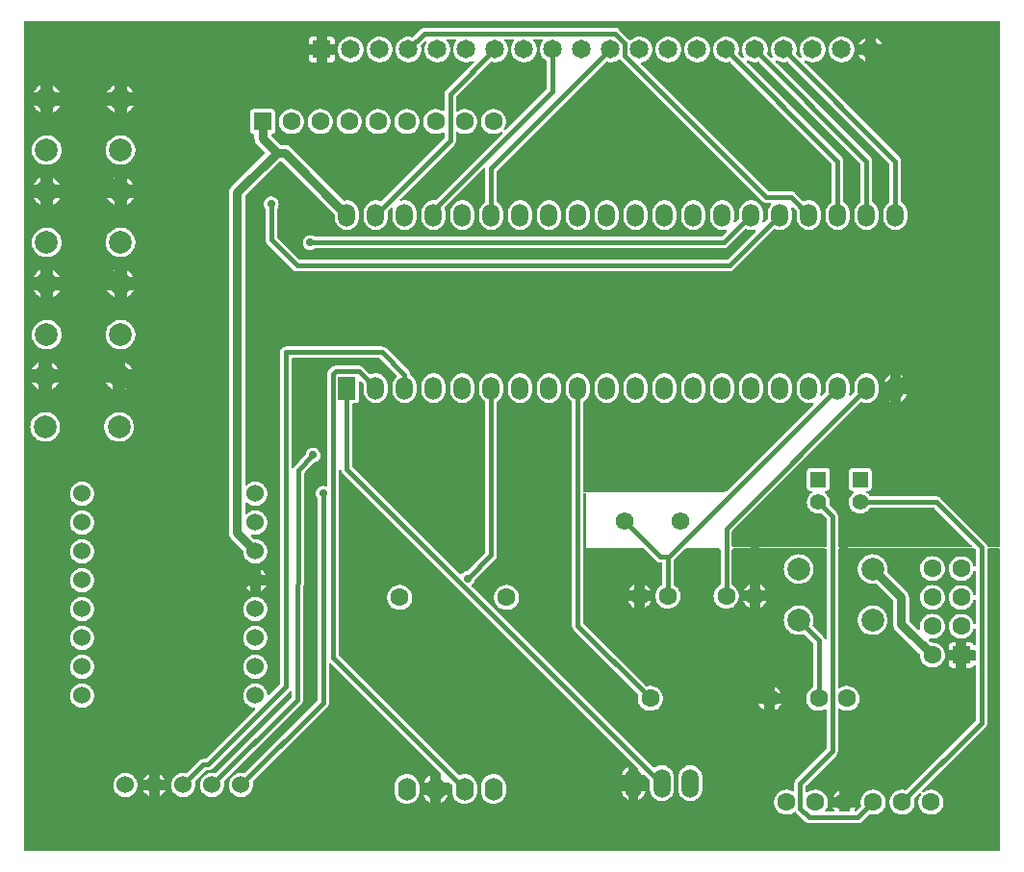
<source format=gbl>
G04 Layer: BottomLayer*
G04 EasyEDA v6.5.39, 2024-06-02 20:32:35*
G04 ef2d4929fbef40f6970fe1db0f733495,10*
G04 Gerber Generator version 0.2*
G04 Scale: 100 percent, Rotated: No, Reflected: No *
G04 Dimensions in millimeters *
G04 leading zeros omitted , absolute positions ,4 integer and 5 decimal *
%FSLAX45Y45*%
%MOMM*%

%ADD10C,0.4000*%
%ADD11C,0.8000*%
%ADD12C,1.5600*%
%ADD13C,1.6000*%
%ADD14O,1.524X2.5239979999999997*%
%ADD15C,1.4000*%
%ADD16R,1.4000X1.4000*%
%ADD17R,1.6000X1.6000*%
%ADD18C,1.5240*%
%ADD19O,1.5999968X1.9999959999999999*%
%ADD20O,1.499997X1.9999959999999999*%
%ADD21R,1.5000X2.0000*%
%ADD22C,2.0000*%
%ADD23R,1.6500X1.6500*%
%ADD24C,1.6500*%
%ADD25C,0.7000*%
%ADD26C,0.0183*%

%LPD*%
G36*
X36068Y-7848092D02*
G01*
X32156Y-7847330D01*
X28905Y-7845094D01*
X26670Y-7841843D01*
X25908Y-7837931D01*
X25908Y-544068D01*
X26670Y-540156D01*
X28905Y-536905D01*
X32156Y-534670D01*
X36068Y-533908D01*
X8599932Y-533908D01*
X8603843Y-534670D01*
X8607094Y-536905D01*
X8609330Y-540156D01*
X8610092Y-544068D01*
X8610092Y-5158740D01*
X8609330Y-5162651D01*
X8607094Y-5165902D01*
X8603843Y-5168138D01*
X8599932Y-5168900D01*
X8505291Y-5168900D01*
X8501888Y-5168341D01*
X8498890Y-5166664D01*
X8496655Y-5164074D01*
X8495385Y-5160873D01*
X8494268Y-5155793D01*
X8492947Y-5151628D01*
X8491270Y-5147564D01*
X8489238Y-5143652D01*
X8486851Y-5139944D01*
X8484158Y-5136438D01*
X8481060Y-5133035D01*
X8086090Y-4738065D01*
X8082635Y-4734915D01*
X8079181Y-4732223D01*
X8075472Y-4729886D01*
X8071561Y-4727854D01*
X8067446Y-4726127D01*
X8063280Y-4724806D01*
X8058962Y-4723892D01*
X8054594Y-4723282D01*
X8049971Y-4723079D01*
X7471156Y-4723079D01*
X7468057Y-4722622D01*
X7465212Y-4721199D01*
X7462977Y-4718964D01*
X7455458Y-4708702D01*
X7446111Y-4699050D01*
X7437475Y-4692243D01*
X7434783Y-4689043D01*
X7433614Y-4685080D01*
X7434173Y-4680915D01*
X7436307Y-4677359D01*
X7439659Y-4674971D01*
X7443724Y-4674108D01*
X7448194Y-4674108D01*
X7454646Y-4673498D01*
X7460335Y-4671720D01*
X7465618Y-4668926D01*
X7470241Y-4665116D01*
X7474000Y-4660544D01*
X7476845Y-4655261D01*
X7478572Y-4649520D01*
X7479233Y-4643120D01*
X7479233Y-4504080D01*
X7478572Y-4497679D01*
X7476845Y-4491939D01*
X7474000Y-4486656D01*
X7470241Y-4482084D01*
X7465618Y-4478274D01*
X7460335Y-4475480D01*
X7454646Y-4473702D01*
X7448194Y-4473092D01*
X7309205Y-4473092D01*
X7302753Y-4473702D01*
X7297064Y-4475480D01*
X7291781Y-4478274D01*
X7287158Y-4482084D01*
X7283399Y-4486656D01*
X7280554Y-4491939D01*
X7278827Y-4497679D01*
X7278217Y-4504080D01*
X7278217Y-4643120D01*
X7278827Y-4649520D01*
X7280554Y-4655261D01*
X7283399Y-4660544D01*
X7287158Y-4665116D01*
X7291781Y-4668926D01*
X7297064Y-4671720D01*
X7302753Y-4673498D01*
X7309205Y-4674108D01*
X7313675Y-4674108D01*
X7317740Y-4674971D01*
X7321092Y-4677359D01*
X7323226Y-4680915D01*
X7323785Y-4685080D01*
X7322616Y-4689043D01*
X7319924Y-4692243D01*
X7311288Y-4699050D01*
X7301941Y-4708702D01*
X7294016Y-4719523D01*
X7287564Y-4731308D01*
X7282738Y-4743805D01*
X7279640Y-4756861D01*
X7278268Y-4770221D01*
X7278725Y-4783632D01*
X7280960Y-4796891D01*
X7284923Y-4809693D01*
X7290562Y-4821885D01*
X7297826Y-4833213D01*
X7306462Y-4843475D01*
X7316419Y-4852466D01*
X7327493Y-4860036D01*
X7339482Y-4866132D01*
X7352131Y-4870500D01*
X7365288Y-4873193D01*
X7378700Y-4874107D01*
X7392111Y-4873193D01*
X7405268Y-4870500D01*
X7417917Y-4866132D01*
X7429906Y-4860036D01*
X7440980Y-4852466D01*
X7450937Y-4843475D01*
X7459573Y-4833213D01*
X7462418Y-4828794D01*
X7464653Y-4826304D01*
X7467650Y-4824679D01*
X7470952Y-4824120D01*
X8025079Y-4824120D01*
X8028940Y-4824882D01*
X8032242Y-4827066D01*
X8356701Y-5151577D01*
X8358936Y-5154828D01*
X8359698Y-5158740D01*
X8358936Y-5162651D01*
X8356701Y-5165902D01*
X8353450Y-5168138D01*
X8349538Y-5168900D01*
X7192111Y-5168900D01*
X7188250Y-5168138D01*
X7184948Y-5165902D01*
X7182713Y-5162651D01*
X7181951Y-5158740D01*
X7181951Y-4894884D01*
X7181748Y-4890262D01*
X7181189Y-4885893D01*
X7180224Y-4881575D01*
X7178903Y-4877409D01*
X7177227Y-4873294D01*
X7175195Y-4869383D01*
X7172807Y-4865674D01*
X7170115Y-4862220D01*
X7167016Y-4858766D01*
X7111441Y-4803190D01*
X7109510Y-4800600D01*
X7108545Y-4797501D01*
X7108596Y-4794300D01*
X7110374Y-4783632D01*
X7110831Y-4770221D01*
X7109510Y-4756861D01*
X7106361Y-4743805D01*
X7101535Y-4731308D01*
X7095083Y-4719523D01*
X7087158Y-4708702D01*
X7077811Y-4699050D01*
X7069175Y-4692243D01*
X7066483Y-4689043D01*
X7065314Y-4685080D01*
X7065873Y-4680915D01*
X7068007Y-4677359D01*
X7071359Y-4674971D01*
X7075424Y-4674108D01*
X7079894Y-4674108D01*
X7086346Y-4673498D01*
X7092035Y-4671720D01*
X7097318Y-4668926D01*
X7101941Y-4665116D01*
X7105700Y-4660544D01*
X7108545Y-4655261D01*
X7110272Y-4649520D01*
X7110933Y-4643120D01*
X7110933Y-4504080D01*
X7110272Y-4497679D01*
X7108545Y-4491939D01*
X7105700Y-4486656D01*
X7101941Y-4482084D01*
X7097318Y-4478274D01*
X7092035Y-4475480D01*
X7086346Y-4473702D01*
X7079894Y-4473092D01*
X6940905Y-4473092D01*
X6934453Y-4473702D01*
X6928764Y-4475480D01*
X6923481Y-4478274D01*
X6918858Y-4482084D01*
X6915099Y-4486656D01*
X6912254Y-4491939D01*
X6910527Y-4497679D01*
X6909917Y-4504080D01*
X6909917Y-4643120D01*
X6910527Y-4649520D01*
X6912254Y-4655261D01*
X6915099Y-4660544D01*
X6918858Y-4665116D01*
X6923481Y-4668926D01*
X6928764Y-4671720D01*
X6934453Y-4673498D01*
X6940905Y-4674108D01*
X6945375Y-4674108D01*
X6949440Y-4674971D01*
X6952792Y-4677359D01*
X6954926Y-4680915D01*
X6955485Y-4685080D01*
X6954316Y-4689043D01*
X6951624Y-4692243D01*
X6942988Y-4699050D01*
X6933641Y-4708702D01*
X6925716Y-4719523D01*
X6919264Y-4731308D01*
X6914438Y-4743805D01*
X6911340Y-4756861D01*
X6909968Y-4770221D01*
X6910425Y-4783632D01*
X6912660Y-4796891D01*
X6916623Y-4809693D01*
X6922262Y-4821885D01*
X6929526Y-4833213D01*
X6938162Y-4843475D01*
X6948119Y-4852466D01*
X6959193Y-4860036D01*
X6971182Y-4866132D01*
X6983831Y-4870500D01*
X6996988Y-4873193D01*
X7010400Y-4874107D01*
X7023811Y-4873193D01*
X7030720Y-4871770D01*
X7034022Y-4871669D01*
X7037222Y-4872634D01*
X7039914Y-4874564D01*
X7077964Y-4912614D01*
X7080199Y-4915916D01*
X7080961Y-4919776D01*
X7080961Y-5158740D01*
X7080199Y-5162651D01*
X7077964Y-5165902D01*
X7074662Y-5168138D01*
X7070801Y-5168900D01*
X6260287Y-5168900D01*
X6256375Y-5168138D01*
X6253073Y-5165902D01*
X6250889Y-5162651D01*
X6250127Y-5158740D01*
X6250127Y-5030114D01*
X6250889Y-5026202D01*
X6253073Y-5022900D01*
X7382002Y-3893972D01*
X7385507Y-3891686D01*
X7389672Y-3891026D01*
X7394346Y-3892346D01*
X7407402Y-3896817D01*
X7420914Y-3899509D01*
X7434681Y-3900373D01*
X7448448Y-3899509D01*
X7462012Y-3896817D01*
X7475067Y-3892346D01*
X7487462Y-3886250D01*
X7498892Y-3878579D01*
X7509306Y-3869486D01*
X7518400Y-3859123D01*
X7526070Y-3847642D01*
X7532166Y-3835298D01*
X7536586Y-3822192D01*
X7539278Y-3808679D01*
X7540193Y-3794556D01*
X7540193Y-3745229D01*
X7539278Y-3731158D01*
X7536586Y-3717594D01*
X7532166Y-3704539D01*
X7526070Y-3692144D01*
X7518400Y-3680714D01*
X7509306Y-3670300D01*
X7498892Y-3661206D01*
X7487462Y-3653536D01*
X7475067Y-3647440D01*
X7462012Y-3643020D01*
X7448448Y-3640328D01*
X7434681Y-3639413D01*
X7420914Y-3640328D01*
X7407402Y-3643020D01*
X7394346Y-3647440D01*
X7381951Y-3653536D01*
X7370470Y-3661206D01*
X7360107Y-3670300D01*
X7351014Y-3680714D01*
X7343343Y-3692144D01*
X7337247Y-3704539D01*
X7332827Y-3717594D01*
X7330135Y-3731158D01*
X7329170Y-3745229D01*
X7329170Y-3794556D01*
X7329474Y-3798773D01*
X7328814Y-3803040D01*
X7326528Y-3806647D01*
X7298842Y-3834333D01*
X7295032Y-3836720D01*
X7290562Y-3837228D01*
X7286294Y-3835755D01*
X7283094Y-3832606D01*
X7281570Y-3828338D01*
X7282027Y-3823868D01*
X7282586Y-3822192D01*
X7285278Y-3808679D01*
X7286193Y-3794556D01*
X7286193Y-3745229D01*
X7285278Y-3731158D01*
X7282586Y-3717594D01*
X7278166Y-3704539D01*
X7272070Y-3692144D01*
X7264400Y-3680714D01*
X7255306Y-3670300D01*
X7244892Y-3661206D01*
X7233462Y-3653536D01*
X7221067Y-3647440D01*
X7208012Y-3643020D01*
X7194448Y-3640328D01*
X7180681Y-3639413D01*
X7166914Y-3640328D01*
X7153402Y-3643020D01*
X7140346Y-3647440D01*
X7127951Y-3653536D01*
X7116470Y-3661206D01*
X7106107Y-3670300D01*
X7097014Y-3680714D01*
X7089343Y-3692144D01*
X7083247Y-3704539D01*
X7078827Y-3717594D01*
X7076135Y-3731158D01*
X7075170Y-3745229D01*
X7075170Y-3794556D01*
X7075474Y-3798773D01*
X7074814Y-3803040D01*
X7072528Y-3806647D01*
X7044842Y-3834333D01*
X7041032Y-3836720D01*
X7036562Y-3837228D01*
X7032294Y-3835755D01*
X7029094Y-3832606D01*
X7027570Y-3828338D01*
X7028027Y-3823868D01*
X7028586Y-3822192D01*
X7031278Y-3808679D01*
X7032193Y-3794556D01*
X7032193Y-3745229D01*
X7031278Y-3731158D01*
X7028586Y-3717594D01*
X7024166Y-3704539D01*
X7018070Y-3692144D01*
X7010400Y-3680714D01*
X7001306Y-3670300D01*
X6990892Y-3661206D01*
X6979462Y-3653536D01*
X6967067Y-3647440D01*
X6954012Y-3643020D01*
X6940448Y-3640328D01*
X6926681Y-3639413D01*
X6912914Y-3640328D01*
X6899402Y-3643020D01*
X6886346Y-3647440D01*
X6873951Y-3653536D01*
X6862470Y-3661206D01*
X6852107Y-3670300D01*
X6843014Y-3680714D01*
X6835343Y-3692144D01*
X6829247Y-3704539D01*
X6824827Y-3717594D01*
X6822135Y-3731158D01*
X6821170Y-3745229D01*
X6821170Y-3794556D01*
X6822135Y-3808679D01*
X6824827Y-3822192D01*
X6829247Y-3835298D01*
X6835343Y-3847642D01*
X6843014Y-3859123D01*
X6852107Y-3869486D01*
X6862470Y-3878579D01*
X6873951Y-3886250D01*
X6886346Y-3892346D01*
X6899402Y-3896817D01*
X6912914Y-3899509D01*
X6926681Y-3900373D01*
X6940448Y-3899509D01*
X6954012Y-3896817D01*
X6955637Y-3896258D01*
X6960158Y-3895750D01*
X6964375Y-3897274D01*
X6967575Y-3900474D01*
X6968998Y-3904742D01*
X6968490Y-3909212D01*
X6966102Y-3913022D01*
X6201613Y-4677562D01*
X6198565Y-4679645D01*
X6195009Y-4680508D01*
X6191351Y-4680051D01*
X6188100Y-4678324D01*
X6184747Y-4673955D01*
X6184188Y-4674311D01*
X6175197Y-4683302D01*
X6171895Y-4685538D01*
X6167983Y-4686300D01*
X4955336Y-4686300D01*
X4951476Y-4685538D01*
X4948174Y-4683302D01*
X4945938Y-4680051D01*
X4945176Y-4676140D01*
X4945176Y-3893210D01*
X4945735Y-3889908D01*
X4947310Y-3887012D01*
X4949698Y-3884726D01*
X4958892Y-3878579D01*
X4969306Y-3869486D01*
X4978400Y-3859123D01*
X4986070Y-3847642D01*
X4992166Y-3835298D01*
X4996586Y-3822192D01*
X4999278Y-3808679D01*
X5000193Y-3794556D01*
X5000193Y-3745229D01*
X4999278Y-3731158D01*
X4996586Y-3717594D01*
X4992166Y-3704539D01*
X4986070Y-3692144D01*
X4978400Y-3680714D01*
X4969306Y-3670300D01*
X4958892Y-3661206D01*
X4947462Y-3653536D01*
X4935067Y-3647440D01*
X4922012Y-3643020D01*
X4908448Y-3640328D01*
X4894681Y-3639413D01*
X4880914Y-3640328D01*
X4867402Y-3643020D01*
X4854346Y-3647440D01*
X4841951Y-3653536D01*
X4830470Y-3661206D01*
X4820107Y-3670300D01*
X4811014Y-3680714D01*
X4803343Y-3692144D01*
X4797247Y-3704539D01*
X4792827Y-3717594D01*
X4790135Y-3731158D01*
X4789170Y-3745229D01*
X4789170Y-3794556D01*
X4790135Y-3808679D01*
X4792827Y-3822192D01*
X4797247Y-3835298D01*
X4803343Y-3847642D01*
X4811014Y-3859123D01*
X4820107Y-3869486D01*
X4830470Y-3878579D01*
X4839665Y-3884726D01*
X4842052Y-3887012D01*
X4843627Y-3889908D01*
X4844186Y-3893159D01*
X4844186Y-5863945D01*
X4844389Y-5868568D01*
X4844948Y-5872937D01*
X4845913Y-5877255D01*
X4847234Y-5881420D01*
X4848910Y-5885535D01*
X4850942Y-5889447D01*
X4853330Y-5893155D01*
X4856022Y-5896610D01*
X4859121Y-5900064D01*
X5423611Y-6464554D01*
X5425643Y-6467449D01*
X5426557Y-6470802D01*
X5426252Y-6474307D01*
X5424424Y-6481267D01*
X5422646Y-6495338D01*
X5422646Y-6509461D01*
X5424424Y-6523532D01*
X5428030Y-6537198D01*
X5433364Y-6550355D01*
X5440273Y-6562699D01*
X5448757Y-6574028D01*
X5458612Y-6584188D01*
X5469686Y-6593027D01*
X5481777Y-6600342D01*
X5494731Y-6606082D01*
X5508294Y-6610096D01*
X5522264Y-6612381D01*
X5536438Y-6612839D01*
X5550509Y-6611467D01*
X5564327Y-6608318D01*
X5577636Y-6603441D01*
X5590184Y-6596888D01*
X5601766Y-6588759D01*
X5612282Y-6579260D01*
X5621426Y-6568490D01*
X5629148Y-6556603D01*
X5635294Y-6543852D01*
X5639765Y-6530441D01*
X5642457Y-6516522D01*
X5643372Y-6502400D01*
X5642457Y-6488277D01*
X5639765Y-6474358D01*
X5635294Y-6460947D01*
X5629148Y-6448196D01*
X5621426Y-6436309D01*
X5612282Y-6425539D01*
X5601766Y-6416040D01*
X5590184Y-6407912D01*
X5577636Y-6401358D01*
X5564327Y-6396482D01*
X5550509Y-6393332D01*
X5536438Y-6391960D01*
X5522264Y-6392418D01*
X5508294Y-6394704D01*
X5505094Y-6395618D01*
X5501487Y-6396024D01*
X5497982Y-6395161D01*
X5495036Y-6393078D01*
X4948174Y-5846216D01*
X4945938Y-5842914D01*
X4945176Y-5839053D01*
X4945176Y-4703013D01*
X4945938Y-4699152D01*
X4948174Y-4695850D01*
X4951476Y-4693615D01*
X4955336Y-4692853D01*
X4959248Y-4693615D01*
X4962702Y-4696002D01*
X4964938Y-4699304D01*
X4965700Y-4703216D01*
X4965700Y-5180584D01*
X4966716Y-5181600D01*
X5471566Y-5181600D01*
X5475478Y-5182362D01*
X5478729Y-5184597D01*
X5583123Y-5288940D01*
X5586526Y-5292039D01*
X5590032Y-5294731D01*
X5593740Y-5297119D01*
X5597652Y-5299151D01*
X5601716Y-5300827D01*
X5605932Y-5302148D01*
X5610199Y-5303113D01*
X5614568Y-5303672D01*
X5619191Y-5303875D01*
X5626912Y-5303875D01*
X5630824Y-5304637D01*
X5634126Y-5306872D01*
X5636310Y-5310174D01*
X5637072Y-5314035D01*
X5637072Y-5496661D01*
X5636514Y-5500065D01*
X5634786Y-5503062D01*
X5632196Y-5505348D01*
X5624372Y-5510072D01*
X5613298Y-5518912D01*
X5603494Y-5529072D01*
X5595010Y-5540400D01*
X5588050Y-5552744D01*
X5582767Y-5565902D01*
X5579160Y-5579567D01*
X5577332Y-5593638D01*
X5577332Y-5607761D01*
X5579160Y-5621832D01*
X5582767Y-5635498D01*
X5588050Y-5648655D01*
X5595010Y-5660999D01*
X5603494Y-5672328D01*
X5613298Y-5682488D01*
X5624372Y-5691327D01*
X5636514Y-5698642D01*
X5649468Y-5704382D01*
X5663031Y-5708396D01*
X5677001Y-5710682D01*
X5691124Y-5711139D01*
X5705246Y-5709767D01*
X5719013Y-5706618D01*
X5732322Y-5701741D01*
X5744870Y-5695188D01*
X5756503Y-5687060D01*
X5766968Y-5677560D01*
X5776163Y-5666790D01*
X5783884Y-5654903D01*
X5790031Y-5642152D01*
X5794451Y-5628741D01*
X5797194Y-5614822D01*
X5798108Y-5600700D01*
X5797194Y-5586577D01*
X5794451Y-5572658D01*
X5790031Y-5559247D01*
X5783884Y-5546496D01*
X5776163Y-5534609D01*
X5766968Y-5523839D01*
X5756503Y-5514340D01*
X5740654Y-5503265D01*
X5738774Y-5500116D01*
X5738114Y-5496509D01*
X5738114Y-5288127D01*
X5738876Y-5284216D01*
X5741060Y-5280914D01*
X5837428Y-5184597D01*
X5840730Y-5182362D01*
X5844590Y-5181600D01*
X6138926Y-5181600D01*
X6142837Y-5182362D01*
X6146139Y-5184597D01*
X6148324Y-5187848D01*
X6149086Y-5191760D01*
X6149086Y-5496509D01*
X6148425Y-5500116D01*
X6146546Y-5503265D01*
X6130696Y-5514340D01*
X6120231Y-5523839D01*
X6111036Y-5534609D01*
X6103315Y-5546496D01*
X6097168Y-5559247D01*
X6092748Y-5572658D01*
X6090005Y-5586577D01*
X6089091Y-5600700D01*
X6090005Y-5614822D01*
X6092748Y-5628741D01*
X6097168Y-5642152D01*
X6103315Y-5654903D01*
X6111036Y-5666790D01*
X6120231Y-5677560D01*
X6130696Y-5687060D01*
X6142329Y-5695188D01*
X6154877Y-5701741D01*
X6168186Y-5706618D01*
X6181953Y-5709767D01*
X6196076Y-5711139D01*
X6210198Y-5710682D01*
X6224168Y-5708396D01*
X6237782Y-5704382D01*
X6250686Y-5698642D01*
X6262827Y-5691327D01*
X6273901Y-5682488D01*
X6283706Y-5672328D01*
X6292189Y-5660999D01*
X6299149Y-5648655D01*
X6304432Y-5635498D01*
X6308039Y-5621832D01*
X6309868Y-5607761D01*
X6309868Y-5593638D01*
X6308039Y-5579567D01*
X6304432Y-5565902D01*
X6299149Y-5552744D01*
X6292189Y-5540400D01*
X6283706Y-5529072D01*
X6273901Y-5518912D01*
X6262827Y-5510072D01*
X6255004Y-5505348D01*
X6252413Y-5503062D01*
X6250686Y-5500065D01*
X6250127Y-5496661D01*
X6250127Y-5191760D01*
X6250889Y-5187848D01*
X6253073Y-5184597D01*
X6256375Y-5182362D01*
X6260287Y-5181600D01*
X7070801Y-5181600D01*
X7074662Y-5182362D01*
X7077964Y-5184597D01*
X7080199Y-5187848D01*
X7080961Y-5191760D01*
X7080961Y-5971184D01*
X7080148Y-5975197D01*
X7077811Y-5978550D01*
X7074306Y-5980734D01*
X7070293Y-5981344D01*
X7066330Y-5980328D01*
X7063079Y-5977839D01*
X7061098Y-5974232D01*
X7059879Y-5970320D01*
X7058152Y-5966256D01*
X7056120Y-5962345D01*
X7053783Y-5958636D01*
X7051090Y-5955131D01*
X7047941Y-5951728D01*
X6963105Y-5866841D01*
X6960920Y-5863640D01*
X6960108Y-5859932D01*
X6960768Y-5856122D01*
X6962597Y-5851093D01*
X6966254Y-5836056D01*
X6968083Y-5820714D01*
X6968083Y-5805271D01*
X6966254Y-5789930D01*
X6962597Y-5774893D01*
X6957212Y-5760415D01*
X6950151Y-5746648D01*
X6941515Y-5733796D01*
X6931456Y-5722112D01*
X6920026Y-5711647D01*
X6907479Y-5702655D01*
X6893915Y-5695188D01*
X6879590Y-5689396D01*
X6864705Y-5685282D01*
X6849414Y-5682996D01*
X6833920Y-5682538D01*
X6818528Y-5683910D01*
X6803390Y-5687110D01*
X6788759Y-5692089D01*
X6774789Y-5698744D01*
X6761734Y-5706973D01*
X6749745Y-5716727D01*
X6738975Y-5727801D01*
X6729577Y-5740095D01*
X6721703Y-5753404D01*
X6715506Y-5767578D01*
X6710984Y-5782360D01*
X6708241Y-5797550D01*
X6707327Y-5812993D01*
X6708241Y-5828436D01*
X6710984Y-5843625D01*
X6715506Y-5858408D01*
X6721703Y-5872581D01*
X6729577Y-5885891D01*
X6738975Y-5898184D01*
X6749745Y-5909259D01*
X6761734Y-5919012D01*
X6774789Y-5927293D01*
X6788759Y-5933897D01*
X6803390Y-5938875D01*
X6818528Y-5942076D01*
X6833920Y-5943447D01*
X6849414Y-5942990D01*
X6864705Y-5940704D01*
X6879590Y-5936589D01*
X6884619Y-5935421D01*
X6888480Y-5936183D01*
X6891781Y-5938367D01*
X6958939Y-6005525D01*
X6961124Y-6008827D01*
X6961886Y-6012738D01*
X6961886Y-6398361D01*
X6961327Y-6401765D01*
X6959600Y-6404762D01*
X6957009Y-6407048D01*
X6949186Y-6411772D01*
X6938111Y-6420612D01*
X6928256Y-6430772D01*
X6919823Y-6442100D01*
X6912864Y-6454444D01*
X6907530Y-6467602D01*
X6903974Y-6481267D01*
X6902145Y-6495338D01*
X6902145Y-6509461D01*
X6903974Y-6523532D01*
X6907530Y-6537198D01*
X6912864Y-6550355D01*
X6919823Y-6562699D01*
X6928256Y-6574028D01*
X6938111Y-6584188D01*
X6949186Y-6593027D01*
X6961276Y-6600342D01*
X6974230Y-6606082D01*
X6987794Y-6610096D01*
X7001814Y-6612381D01*
X7015937Y-6612839D01*
X7030008Y-6611467D01*
X7043826Y-6608318D01*
X7057136Y-6603441D01*
X7066076Y-6598767D01*
X7070090Y-6597650D01*
X7074153Y-6598158D01*
X7077709Y-6600342D01*
X7080097Y-6603695D01*
X7080961Y-6607759D01*
X7080961Y-6941820D01*
X7080199Y-6945680D01*
X7077964Y-6948982D01*
X6813803Y-7213142D01*
X6810705Y-7216597D01*
X6808012Y-7220051D01*
X6805625Y-7223759D01*
X6803593Y-7227671D01*
X6801916Y-7231786D01*
X6800596Y-7235952D01*
X6799630Y-7240270D01*
X6799072Y-7244638D01*
X6798868Y-7249261D01*
X6798868Y-7310881D01*
X6797954Y-7315047D01*
X6795414Y-7318451D01*
X6791706Y-7320584D01*
X6787438Y-7320940D01*
X6783425Y-7319568D01*
X6781850Y-7318603D01*
X6768896Y-7312863D01*
X6755333Y-7308850D01*
X6741363Y-7306564D01*
X6727190Y-7306106D01*
X6713118Y-7307478D01*
X6699300Y-7310628D01*
X6686042Y-7315504D01*
X6673494Y-7322058D01*
X6661861Y-7330186D01*
X6651396Y-7339685D01*
X6642201Y-7350455D01*
X6634480Y-7362342D01*
X6628333Y-7375093D01*
X6623862Y-7388504D01*
X6621170Y-7402423D01*
X6620256Y-7416546D01*
X6621170Y-7430668D01*
X6623862Y-7444587D01*
X6628333Y-7457998D01*
X6634480Y-7470749D01*
X6642201Y-7482636D01*
X6651396Y-7493406D01*
X6661861Y-7502906D01*
X6673494Y-7511034D01*
X6686042Y-7517587D01*
X6699300Y-7522464D01*
X6713118Y-7525613D01*
X6727190Y-7526985D01*
X6741363Y-7526528D01*
X6755333Y-7524242D01*
X6768896Y-7520228D01*
X6781850Y-7514488D01*
X6793941Y-7507173D01*
X6799173Y-7503007D01*
X6802526Y-7501229D01*
X6806285Y-7500823D01*
X6809943Y-7501839D01*
X6813803Y-7504988D01*
X6896303Y-7587488D01*
X6899706Y-7590586D01*
X6903212Y-7593279D01*
X6906920Y-7595666D01*
X6910831Y-7597698D01*
X6914896Y-7599375D01*
X6919112Y-7600696D01*
X6923379Y-7601661D01*
X6927748Y-7602220D01*
X6932371Y-7602423D01*
X7357160Y-7602423D01*
X7361783Y-7602220D01*
X7366152Y-7601661D01*
X7370419Y-7600696D01*
X7374636Y-7599375D01*
X7378700Y-7597698D01*
X7382611Y-7595666D01*
X7386320Y-7593279D01*
X7389825Y-7590586D01*
X7393228Y-7587488D01*
X7454849Y-7525867D01*
X7457643Y-7523886D01*
X7460894Y-7522972D01*
X7464298Y-7523124D01*
X7475118Y-7525613D01*
X7489190Y-7526985D01*
X7503363Y-7526528D01*
X7517333Y-7524242D01*
X7530896Y-7520228D01*
X7543850Y-7514488D01*
X7555941Y-7507173D01*
X7567015Y-7498334D01*
X7576870Y-7488174D01*
X7585354Y-7476845D01*
X7592314Y-7464501D01*
X7597597Y-7451344D01*
X7601203Y-7437678D01*
X7602981Y-7423607D01*
X7602981Y-7409484D01*
X7601203Y-7395413D01*
X7597597Y-7381748D01*
X7592314Y-7368590D01*
X7585354Y-7356246D01*
X7576870Y-7344918D01*
X7567015Y-7334758D01*
X7555941Y-7325918D01*
X7543850Y-7318603D01*
X7530896Y-7312863D01*
X7517333Y-7308850D01*
X7503363Y-7306564D01*
X7489190Y-7306106D01*
X7475118Y-7307478D01*
X7461300Y-7310628D01*
X7448042Y-7315504D01*
X7435494Y-7322058D01*
X7423861Y-7330186D01*
X7413396Y-7339685D01*
X7404201Y-7350455D01*
X7396480Y-7362342D01*
X7390333Y-7375093D01*
X7385862Y-7388504D01*
X7383170Y-7402423D01*
X7382256Y-7416546D01*
X7383170Y-7430668D01*
X7386066Y-7445451D01*
X7386167Y-7448753D01*
X7385202Y-7451902D01*
X7383272Y-7454595D01*
X7343394Y-7494473D01*
X7339787Y-7496809D01*
X7335520Y-7497419D01*
X7331354Y-7496200D01*
X7328103Y-7493355D01*
X7326274Y-7489444D01*
X7326274Y-7485125D01*
X7328052Y-7481214D01*
X7331354Y-7476845D01*
X7338314Y-7464501D01*
X7338923Y-7462875D01*
X7285075Y-7462875D01*
X7285075Y-7491272D01*
X7284313Y-7495133D01*
X7282129Y-7498435D01*
X7278827Y-7500670D01*
X7274915Y-7501432D01*
X7202576Y-7501432D01*
X7198664Y-7500670D01*
X7195362Y-7498435D01*
X7193178Y-7495133D01*
X7192416Y-7491272D01*
X7192416Y-7462875D01*
X7138670Y-7462875D01*
X7142480Y-7470749D01*
X7150201Y-7482636D01*
X7151928Y-7484668D01*
X7153808Y-7488021D01*
X7154367Y-7491780D01*
X7153452Y-7495540D01*
X7151217Y-7498638D01*
X7147966Y-7500721D01*
X7144207Y-7501432D01*
X7079234Y-7501432D01*
X7074916Y-7500416D01*
X7071359Y-7497673D01*
X7069378Y-7493711D01*
X7069277Y-7489240D01*
X7071106Y-7485176D01*
X7077354Y-7476845D01*
X7084314Y-7464501D01*
X7089597Y-7451344D01*
X7093203Y-7437678D01*
X7094981Y-7423607D01*
X7094981Y-7409484D01*
X7093203Y-7395413D01*
X7089597Y-7381748D01*
X7084314Y-7368590D01*
X7077354Y-7356246D01*
X7068870Y-7344918D01*
X7059015Y-7334758D01*
X7047941Y-7325918D01*
X7035850Y-7318603D01*
X7022896Y-7312863D01*
X7009333Y-7308850D01*
X6995363Y-7306564D01*
X6981190Y-7306106D01*
X6967118Y-7307478D01*
X6953300Y-7310628D01*
X6940042Y-7315504D01*
X6927494Y-7322058D01*
X6915861Y-7330186D01*
X6911797Y-7331862D01*
X6907377Y-7331659D01*
X6903516Y-7329627D01*
X6900824Y-7326122D01*
X6899859Y-7321854D01*
X6899859Y-7274153D01*
X6900621Y-7270292D01*
X6902856Y-7266990D01*
X7167016Y-7002830D01*
X7170115Y-6999376D01*
X7172807Y-6995922D01*
X7175195Y-6992213D01*
X7177227Y-6988302D01*
X7178903Y-6984187D01*
X7180224Y-6980021D01*
X7181189Y-6975703D01*
X7181748Y-6971334D01*
X7181951Y-6966712D01*
X7181951Y-6600393D01*
X7182662Y-6596684D01*
X7184694Y-6593484D01*
X7187692Y-6591249D01*
X7191349Y-6590233D01*
X7195108Y-6590690D01*
X7211314Y-6600342D01*
X7224268Y-6606082D01*
X7237831Y-6610096D01*
X7251801Y-6612381D01*
X7265924Y-6612839D01*
X7280046Y-6611467D01*
X7293813Y-6608318D01*
X7307122Y-6603441D01*
X7319670Y-6596888D01*
X7331303Y-6588759D01*
X7341768Y-6579260D01*
X7350963Y-6568490D01*
X7358684Y-6556603D01*
X7364831Y-6543852D01*
X7369251Y-6530441D01*
X7371994Y-6516522D01*
X7372908Y-6502400D01*
X7371994Y-6488277D01*
X7369251Y-6474358D01*
X7364831Y-6460947D01*
X7358684Y-6448196D01*
X7350963Y-6436309D01*
X7341768Y-6425539D01*
X7331303Y-6416040D01*
X7319670Y-6407912D01*
X7307122Y-6401358D01*
X7293813Y-6396482D01*
X7280046Y-6393332D01*
X7265924Y-6391960D01*
X7251801Y-6392418D01*
X7237831Y-6394704D01*
X7224268Y-6398717D01*
X7211314Y-6404457D01*
X7195108Y-6414109D01*
X7191349Y-6414566D01*
X7187692Y-6413550D01*
X7184694Y-6411315D01*
X7182662Y-6408115D01*
X7181951Y-6404406D01*
X7181951Y-5191760D01*
X7182713Y-5187848D01*
X7184948Y-5184597D01*
X7188250Y-5182362D01*
X7192111Y-5181600D01*
X8382558Y-5181600D01*
X8386470Y-5182362D01*
X8389721Y-5184597D01*
X8392007Y-5186832D01*
X8394242Y-5190134D01*
X8395004Y-5194046D01*
X8395004Y-5331409D01*
X8394141Y-5335524D01*
X8391652Y-5338927D01*
X8388045Y-5341061D01*
X8383879Y-5341518D01*
X8379866Y-5340299D01*
X8376666Y-5337505D01*
X8374938Y-5333695D01*
X8373618Y-5327954D01*
X8368741Y-5314696D01*
X8362188Y-5302148D01*
X8354059Y-5290515D01*
X8344560Y-5280050D01*
X8333790Y-5270855D01*
X8321903Y-5263134D01*
X8309152Y-5256987D01*
X8295741Y-5252516D01*
X8281822Y-5249824D01*
X8267700Y-5248910D01*
X8253577Y-5249824D01*
X8239658Y-5252516D01*
X8226247Y-5256987D01*
X8213496Y-5263134D01*
X8201609Y-5270855D01*
X8190839Y-5280050D01*
X8181340Y-5290515D01*
X8173212Y-5302148D01*
X8166658Y-5314696D01*
X8161781Y-5327954D01*
X8158632Y-5341772D01*
X8157260Y-5355844D01*
X8157718Y-5370017D01*
X8160003Y-5383987D01*
X8164017Y-5397550D01*
X8169757Y-5410504D01*
X8177072Y-5422595D01*
X8185912Y-5433669D01*
X8196072Y-5443524D01*
X8207400Y-5452008D01*
X8219744Y-5458968D01*
X8232902Y-5464251D01*
X8246567Y-5467858D01*
X8260638Y-5469636D01*
X8274761Y-5469636D01*
X8288832Y-5467858D01*
X8302498Y-5464251D01*
X8315655Y-5458968D01*
X8327999Y-5452008D01*
X8339328Y-5443524D01*
X8349488Y-5433669D01*
X8358327Y-5422595D01*
X8365642Y-5410504D01*
X8371382Y-5397550D01*
X8375091Y-5385104D01*
X8377021Y-5381447D01*
X8380272Y-5378907D01*
X8384235Y-5377840D01*
X8388299Y-5378399D01*
X8391804Y-5380583D01*
X8394141Y-5383936D01*
X8395004Y-5387949D01*
X8395004Y-5585409D01*
X8394141Y-5589524D01*
X8391652Y-5592927D01*
X8388045Y-5595061D01*
X8383879Y-5595518D01*
X8379866Y-5594299D01*
X8376666Y-5591505D01*
X8374938Y-5587695D01*
X8373618Y-5581954D01*
X8368741Y-5568696D01*
X8362188Y-5556148D01*
X8354059Y-5544515D01*
X8344560Y-5534050D01*
X8333790Y-5524855D01*
X8321903Y-5517134D01*
X8309152Y-5510987D01*
X8295741Y-5506516D01*
X8281822Y-5503824D01*
X8267700Y-5502910D01*
X8253577Y-5503824D01*
X8239658Y-5506516D01*
X8226247Y-5510987D01*
X8213496Y-5517134D01*
X8201609Y-5524855D01*
X8190839Y-5534050D01*
X8181340Y-5544515D01*
X8173212Y-5556148D01*
X8166658Y-5568696D01*
X8161781Y-5581954D01*
X8158632Y-5595772D01*
X8157260Y-5609844D01*
X8157718Y-5624017D01*
X8160003Y-5637987D01*
X8164017Y-5651550D01*
X8169757Y-5664504D01*
X8177072Y-5676595D01*
X8185912Y-5687669D01*
X8196072Y-5697524D01*
X8207400Y-5706008D01*
X8219744Y-5712968D01*
X8232902Y-5718251D01*
X8246567Y-5721858D01*
X8260638Y-5723636D01*
X8274761Y-5723636D01*
X8288832Y-5721858D01*
X8302498Y-5718251D01*
X8315655Y-5712968D01*
X8327999Y-5706008D01*
X8339328Y-5697524D01*
X8349488Y-5687669D01*
X8358327Y-5676595D01*
X8365642Y-5664504D01*
X8371382Y-5651550D01*
X8375091Y-5639104D01*
X8377021Y-5635447D01*
X8380272Y-5632907D01*
X8384235Y-5631840D01*
X8388299Y-5632399D01*
X8391804Y-5634583D01*
X8394141Y-5637936D01*
X8395004Y-5641949D01*
X8395004Y-5839409D01*
X8394141Y-5843524D01*
X8391652Y-5846927D01*
X8388045Y-5849061D01*
X8383879Y-5849518D01*
X8379866Y-5848299D01*
X8376666Y-5845505D01*
X8374938Y-5841695D01*
X8373618Y-5835954D01*
X8368741Y-5822696D01*
X8362188Y-5810148D01*
X8354059Y-5798515D01*
X8344560Y-5788050D01*
X8333790Y-5778855D01*
X8321903Y-5771134D01*
X8309152Y-5764987D01*
X8295741Y-5760516D01*
X8281822Y-5757824D01*
X8267700Y-5756910D01*
X8253577Y-5757824D01*
X8239658Y-5760516D01*
X8226247Y-5764987D01*
X8213496Y-5771134D01*
X8201609Y-5778855D01*
X8190839Y-5788050D01*
X8181340Y-5798515D01*
X8173212Y-5810148D01*
X8166658Y-5822696D01*
X8161781Y-5835954D01*
X8158632Y-5849772D01*
X8157260Y-5863844D01*
X8157718Y-5878017D01*
X8160003Y-5891987D01*
X8164017Y-5905550D01*
X8169757Y-5918504D01*
X8177072Y-5930595D01*
X8185912Y-5941669D01*
X8196072Y-5951524D01*
X8207400Y-5960008D01*
X8219744Y-5966968D01*
X8232902Y-5972251D01*
X8246567Y-5975858D01*
X8260638Y-5977636D01*
X8274761Y-5977636D01*
X8288832Y-5975858D01*
X8302498Y-5972251D01*
X8315655Y-5966968D01*
X8327999Y-5960008D01*
X8339328Y-5951524D01*
X8349488Y-5941669D01*
X8358327Y-5930595D01*
X8365642Y-5918504D01*
X8371382Y-5905550D01*
X8375091Y-5893104D01*
X8377021Y-5889447D01*
X8380272Y-5886907D01*
X8384235Y-5885840D01*
X8388299Y-5886399D01*
X8391804Y-5888583D01*
X8394141Y-5891936D01*
X8395004Y-5895949D01*
X8395004Y-6025032D01*
X8394039Y-6029350D01*
X8391296Y-6032855D01*
X8387283Y-6034887D01*
X8382863Y-6034989D01*
X8378799Y-6033160D01*
X8375853Y-6029807D01*
X8373008Y-6024473D01*
X8369249Y-6019850D01*
X8364626Y-6016091D01*
X8359343Y-6013246D01*
X8353653Y-6011519D01*
X8347202Y-6010910D01*
X8314029Y-6010910D01*
X8314029Y-6075070D01*
X8384844Y-6075070D01*
X8388705Y-6075832D01*
X8392007Y-6078016D01*
X8394242Y-6081318D01*
X8395004Y-6085230D01*
X8395004Y-6157569D01*
X8394242Y-6161481D01*
X8392007Y-6164783D01*
X8388705Y-6166967D01*
X8384844Y-6167729D01*
X8314029Y-6167729D01*
X8314029Y-6231890D01*
X8347202Y-6231890D01*
X8353653Y-6231280D01*
X8359343Y-6229553D01*
X8364626Y-6226708D01*
X8369249Y-6222949D01*
X8373008Y-6218326D01*
X8375853Y-6212992D01*
X8378799Y-6209639D01*
X8382863Y-6207810D01*
X8387283Y-6207912D01*
X8391296Y-6209944D01*
X8394039Y-6213449D01*
X8395004Y-6217767D01*
X8395004Y-6692646D01*
X8394242Y-6696557D01*
X8392007Y-6699859D01*
X7784642Y-7307224D01*
X7781645Y-7309307D01*
X7778140Y-7310170D01*
X7774533Y-7309764D01*
X7771333Y-7308850D01*
X7757363Y-7306564D01*
X7743190Y-7306106D01*
X7729118Y-7307478D01*
X7715300Y-7310628D01*
X7702042Y-7315504D01*
X7689494Y-7322058D01*
X7677861Y-7330186D01*
X7667396Y-7339685D01*
X7658201Y-7350455D01*
X7650480Y-7362342D01*
X7644333Y-7375093D01*
X7639862Y-7388504D01*
X7637170Y-7402423D01*
X7636256Y-7416546D01*
X7637170Y-7430668D01*
X7639862Y-7444587D01*
X7644333Y-7457998D01*
X7650480Y-7470749D01*
X7658201Y-7482636D01*
X7667396Y-7493406D01*
X7677861Y-7502906D01*
X7689494Y-7511034D01*
X7702042Y-7517587D01*
X7715300Y-7522464D01*
X7729118Y-7525613D01*
X7743190Y-7526985D01*
X7757363Y-7526528D01*
X7771333Y-7524242D01*
X7784896Y-7520228D01*
X7797850Y-7514488D01*
X7809941Y-7507173D01*
X7821015Y-7498334D01*
X7830870Y-7488174D01*
X7839354Y-7476845D01*
X7846314Y-7464501D01*
X7851597Y-7451344D01*
X7855203Y-7437678D01*
X7856981Y-7423607D01*
X7856981Y-7409484D01*
X7855203Y-7395413D01*
X7853375Y-7388453D01*
X7853070Y-7384948D01*
X7853984Y-7381595D01*
X7856016Y-7378700D01*
X7895590Y-7339126D01*
X7899146Y-7336840D01*
X7903311Y-7336180D01*
X7907375Y-7337247D01*
X7910677Y-7339939D01*
X7912608Y-7343698D01*
X7912811Y-7347915D01*
X7911287Y-7351826D01*
X7904480Y-7362342D01*
X7898333Y-7375093D01*
X7893862Y-7388504D01*
X7891170Y-7402423D01*
X7890256Y-7416546D01*
X7891170Y-7430668D01*
X7893862Y-7444587D01*
X7898333Y-7457998D01*
X7904480Y-7470749D01*
X7912201Y-7482636D01*
X7921396Y-7493406D01*
X7931861Y-7502906D01*
X7943494Y-7511034D01*
X7956042Y-7517587D01*
X7969300Y-7522464D01*
X7983118Y-7525613D01*
X7997190Y-7526985D01*
X8011363Y-7526528D01*
X8025333Y-7524242D01*
X8038896Y-7520228D01*
X8051850Y-7514488D01*
X8063941Y-7507173D01*
X8075015Y-7498334D01*
X8084870Y-7488174D01*
X8093354Y-7476845D01*
X8100314Y-7464501D01*
X8105597Y-7451344D01*
X8109203Y-7437678D01*
X8110981Y-7423607D01*
X8110981Y-7409484D01*
X8109203Y-7395413D01*
X8105597Y-7381748D01*
X8100314Y-7368590D01*
X8093354Y-7356246D01*
X8084870Y-7344918D01*
X8075015Y-7334758D01*
X8063941Y-7325918D01*
X8051850Y-7318603D01*
X8038896Y-7312863D01*
X8025333Y-7308850D01*
X8011363Y-7306564D01*
X7997190Y-7306106D01*
X7983118Y-7307478D01*
X7969300Y-7310628D01*
X7956042Y-7315504D01*
X7943494Y-7322058D01*
X7935874Y-7327392D01*
X7931912Y-7329017D01*
X7927644Y-7328916D01*
X7923834Y-7327036D01*
X7921091Y-7323785D01*
X7919923Y-7319670D01*
X7920532Y-7315453D01*
X7922869Y-7311847D01*
X8481060Y-6753656D01*
X8484158Y-6750253D01*
X8486851Y-6746748D01*
X8489238Y-6743039D01*
X8491270Y-6739128D01*
X8492947Y-6735064D01*
X8494268Y-6730847D01*
X8495233Y-6726580D01*
X8495792Y-6722211D01*
X8495995Y-6717588D01*
X8495995Y-5191760D01*
X8496757Y-5187848D01*
X8498992Y-5184597D01*
X8502294Y-5182362D01*
X8506155Y-5181600D01*
X8599932Y-5181600D01*
X8603843Y-5182362D01*
X8607094Y-5184597D01*
X8609330Y-5187848D01*
X8610092Y-5191760D01*
X8610092Y-7837931D01*
X8609330Y-7841843D01*
X8607094Y-7845094D01*
X8603843Y-7847330D01*
X8599932Y-7848092D01*
G37*

%LPC*%
G36*
X4145940Y-7429753D02*
G01*
X4159859Y-7429753D01*
X4173626Y-7428026D01*
X4187037Y-7424572D01*
X4199940Y-7419492D01*
X4212082Y-7412786D01*
X4223308Y-7404658D01*
X4233418Y-7395159D01*
X4242308Y-7384440D01*
X4249724Y-7372705D01*
X4255617Y-7360158D01*
X4259935Y-7347000D01*
X4262526Y-7333335D01*
X4263390Y-7319162D01*
X4263390Y-7279843D01*
X4262526Y-7265670D01*
X4259935Y-7252004D01*
X4255617Y-7238847D01*
X4249724Y-7226300D01*
X4242308Y-7214565D01*
X4233418Y-7203846D01*
X4223308Y-7194346D01*
X4212082Y-7186218D01*
X4199940Y-7179513D01*
X4187037Y-7174433D01*
X4173626Y-7170978D01*
X4159859Y-7169251D01*
X4145940Y-7169251D01*
X4132173Y-7170978D01*
X4118762Y-7174433D01*
X4105859Y-7179513D01*
X4093718Y-7186218D01*
X4082491Y-7194346D01*
X4072382Y-7203846D01*
X4063492Y-7214565D01*
X4056075Y-7226300D01*
X4050182Y-7238847D01*
X4045864Y-7252004D01*
X4043273Y-7265670D01*
X4042410Y-7279843D01*
X4042410Y-7319162D01*
X4043273Y-7333335D01*
X4045864Y-7347000D01*
X4050182Y-7360158D01*
X4056075Y-7372705D01*
X4063492Y-7384440D01*
X4072382Y-7395159D01*
X4082491Y-7404658D01*
X4093718Y-7412786D01*
X4105859Y-7419492D01*
X4118762Y-7424572D01*
X4132173Y-7428026D01*
G37*
G36*
X3383940Y-7429753D02*
G01*
X3397859Y-7429753D01*
X3411626Y-7428026D01*
X3425037Y-7424572D01*
X3437940Y-7419492D01*
X3450082Y-7412786D01*
X3461308Y-7404658D01*
X3471418Y-7395159D01*
X3480308Y-7384440D01*
X3487724Y-7372705D01*
X3493617Y-7360158D01*
X3497935Y-7347000D01*
X3500526Y-7333335D01*
X3501390Y-7319162D01*
X3501390Y-7279843D01*
X3500526Y-7265670D01*
X3497935Y-7252004D01*
X3493617Y-7238847D01*
X3487724Y-7226300D01*
X3480308Y-7214565D01*
X3471418Y-7203846D01*
X3461308Y-7194346D01*
X3450082Y-7186218D01*
X3437940Y-7179513D01*
X3425037Y-7174433D01*
X3411626Y-7170978D01*
X3397859Y-7169251D01*
X3383940Y-7169251D01*
X3370173Y-7170978D01*
X3356762Y-7174433D01*
X3343859Y-7179513D01*
X3331718Y-7186218D01*
X3320491Y-7194346D01*
X3310382Y-7203846D01*
X3301492Y-7214565D01*
X3294075Y-7226300D01*
X3288182Y-7238847D01*
X3283864Y-7252004D01*
X3281273Y-7265670D01*
X3280410Y-7279843D01*
X3280410Y-7319162D01*
X3281273Y-7333335D01*
X3283864Y-7347000D01*
X3288182Y-7360158D01*
X3294075Y-7372705D01*
X3301492Y-7384440D01*
X3310382Y-7395159D01*
X3320491Y-7404658D01*
X3331718Y-7412786D01*
X3343859Y-7419492D01*
X3356762Y-7424572D01*
X3370173Y-7428026D01*
G37*
G36*
X3891940Y-7429753D02*
G01*
X3905859Y-7429753D01*
X3919626Y-7428026D01*
X3933037Y-7424572D01*
X3945940Y-7419492D01*
X3958082Y-7412786D01*
X3969308Y-7404658D01*
X3979418Y-7395159D01*
X3988308Y-7384440D01*
X3995724Y-7372705D01*
X4001617Y-7360158D01*
X4005935Y-7347000D01*
X4008526Y-7333335D01*
X4009390Y-7319162D01*
X4009390Y-7279843D01*
X4008526Y-7265670D01*
X4005935Y-7252004D01*
X4001617Y-7238847D01*
X3995724Y-7226300D01*
X3988308Y-7214565D01*
X3979418Y-7203846D01*
X3969308Y-7194346D01*
X3958082Y-7186218D01*
X3945940Y-7179513D01*
X3933037Y-7174433D01*
X3919626Y-7170978D01*
X3905859Y-7169251D01*
X3891940Y-7169251D01*
X3878173Y-7170978D01*
X3864762Y-7174433D01*
X3856990Y-7177481D01*
X3853129Y-7178192D01*
X3849319Y-7177430D01*
X3846068Y-7175246D01*
X2796184Y-6125362D01*
X2794000Y-6122060D01*
X2793238Y-6118199D01*
X2793238Y-4496765D01*
X2794101Y-4492650D01*
X2796590Y-4489246D01*
X2800197Y-4487113D01*
X2804414Y-4486656D01*
X2808427Y-4487926D01*
X2811576Y-4490720D01*
X2813304Y-4494580D01*
X2815234Y-4501438D01*
X2816910Y-4505553D01*
X2818942Y-4509465D01*
X2821330Y-4513173D01*
X2824022Y-4516628D01*
X2827121Y-4520082D01*
X5425490Y-7118451D01*
X5427726Y-7121753D01*
X5428488Y-7125614D01*
X5428488Y-7178802D01*
X5481675Y-7178802D01*
X5485587Y-7179614D01*
X5488838Y-7181799D01*
X5524347Y-7217257D01*
X5526532Y-7220559D01*
X5527294Y-7224471D01*
X5527294Y-7297928D01*
X5528259Y-7312202D01*
X5530951Y-7325868D01*
X5535472Y-7339075D01*
X5541619Y-7351623D01*
X5549392Y-7363206D01*
X5558586Y-7373721D01*
X5569102Y-7382916D01*
X5580684Y-7390688D01*
X5593181Y-7396835D01*
X5606389Y-7401306D01*
X5620105Y-7404049D01*
X5634024Y-7404963D01*
X5647944Y-7404049D01*
X5661660Y-7401306D01*
X5674868Y-7396835D01*
X5687364Y-7390688D01*
X5698947Y-7382916D01*
X5709462Y-7373721D01*
X5718657Y-7363206D01*
X5726430Y-7351623D01*
X5732576Y-7339075D01*
X5737098Y-7325868D01*
X5739790Y-7312202D01*
X5740755Y-7297928D01*
X5740755Y-7198614D01*
X5739790Y-7184339D01*
X5737098Y-7170674D01*
X5732576Y-7157466D01*
X5726430Y-7144918D01*
X5718657Y-7133336D01*
X5709462Y-7122820D01*
X5698947Y-7113625D01*
X5687364Y-7105903D01*
X5674868Y-7099706D01*
X5661660Y-7095236D01*
X5647944Y-7092492D01*
X5634024Y-7091578D01*
X5620105Y-7092492D01*
X5606389Y-7095236D01*
X5593181Y-7099706D01*
X5580684Y-7105903D01*
X5572709Y-7111238D01*
X5569508Y-7112609D01*
X5566054Y-7112863D01*
X5562701Y-7111949D01*
X5559856Y-7109968D01*
X3963314Y-5513374D01*
X3960977Y-5509869D01*
X3960317Y-5505704D01*
X3961434Y-5501589D01*
X3964076Y-5498338D01*
X3971950Y-5491886D01*
X3978910Y-5484012D01*
X3984548Y-5475071D01*
X3988714Y-5465419D01*
X3992118Y-5451398D01*
X3994200Y-5448503D01*
X4168241Y-5274462D01*
X4171340Y-5271008D01*
X4174032Y-5267553D01*
X4176420Y-5263845D01*
X4178452Y-5259933D01*
X4180128Y-5255818D01*
X4181449Y-5251653D01*
X4182414Y-5247335D01*
X4182973Y-5242966D01*
X4183176Y-5238343D01*
X4183176Y-3893210D01*
X4183735Y-3889908D01*
X4185310Y-3887012D01*
X4187698Y-3884726D01*
X4196892Y-3878579D01*
X4207306Y-3869486D01*
X4216400Y-3859123D01*
X4224070Y-3847642D01*
X4230166Y-3835298D01*
X4234586Y-3822192D01*
X4237278Y-3808679D01*
X4238193Y-3794556D01*
X4238193Y-3745229D01*
X4237278Y-3731158D01*
X4234586Y-3717594D01*
X4230166Y-3704539D01*
X4224070Y-3692144D01*
X4216400Y-3680714D01*
X4207306Y-3670300D01*
X4196892Y-3661206D01*
X4185462Y-3653536D01*
X4173067Y-3647440D01*
X4160012Y-3643020D01*
X4146448Y-3640328D01*
X4132681Y-3639413D01*
X4118914Y-3640328D01*
X4105401Y-3643020D01*
X4092346Y-3647440D01*
X4079951Y-3653536D01*
X4068470Y-3661206D01*
X4058107Y-3670300D01*
X4049014Y-3680714D01*
X4041343Y-3692144D01*
X4035247Y-3704539D01*
X4030827Y-3717594D01*
X4028135Y-3731158D01*
X4027170Y-3745229D01*
X4027170Y-3794556D01*
X4028135Y-3808679D01*
X4030827Y-3822192D01*
X4035247Y-3835298D01*
X4041343Y-3847642D01*
X4049014Y-3859123D01*
X4058107Y-3869486D01*
X4068470Y-3878579D01*
X4077665Y-3884726D01*
X4080052Y-3887012D01*
X4081627Y-3889908D01*
X4082186Y-3893159D01*
X4082186Y-5213451D01*
X4081424Y-5217312D01*
X4079189Y-5220614D01*
X3922572Y-5377230D01*
X3919880Y-5379161D01*
X3916629Y-5380126D01*
X3913479Y-5380532D01*
X3903370Y-5383428D01*
X3893870Y-5387949D01*
X3885184Y-5393944D01*
X3877564Y-5401259D01*
X3873296Y-5406948D01*
X3869994Y-5409793D01*
X3865879Y-5411012D01*
X3861612Y-5410403D01*
X3857955Y-5408066D01*
X2916174Y-4466234D01*
X2913938Y-4462932D01*
X2913176Y-4459071D01*
X2913176Y-3910584D01*
X2913938Y-3906672D01*
X2916174Y-3903370D01*
X2919476Y-3901186D01*
X2923336Y-3900424D01*
X2937205Y-3900424D01*
X2943656Y-3899763D01*
X2949346Y-3898036D01*
X2954629Y-3895242D01*
X2959252Y-3891432D01*
X2963011Y-3886809D01*
X2965856Y-3881577D01*
X2967583Y-3875836D01*
X2968193Y-3869385D01*
X2968193Y-3717391D01*
X2968955Y-3713479D01*
X2971190Y-3710178D01*
X2974492Y-3707993D01*
X2978353Y-3707231D01*
X2982264Y-3707993D01*
X2985566Y-3710178D01*
X3008528Y-3733139D01*
X3010814Y-3736746D01*
X3011474Y-3741013D01*
X3011170Y-3745229D01*
X3011170Y-3794556D01*
X3012135Y-3808679D01*
X3014827Y-3822192D01*
X3019247Y-3835298D01*
X3025343Y-3847642D01*
X3033014Y-3859123D01*
X3042107Y-3869486D01*
X3052470Y-3878579D01*
X3063951Y-3886250D01*
X3076346Y-3892346D01*
X3089402Y-3896817D01*
X3102914Y-3899509D01*
X3116681Y-3900373D01*
X3130448Y-3899509D01*
X3144012Y-3896817D01*
X3157067Y-3892346D01*
X3169462Y-3886250D01*
X3180892Y-3878579D01*
X3191306Y-3869486D01*
X3200400Y-3859123D01*
X3208070Y-3847642D01*
X3214166Y-3835298D01*
X3218586Y-3822192D01*
X3221278Y-3808679D01*
X3222193Y-3794556D01*
X3222193Y-3745229D01*
X3221278Y-3731158D01*
X3218586Y-3717594D01*
X3214166Y-3704539D01*
X3208070Y-3692144D01*
X3200400Y-3680714D01*
X3191306Y-3670300D01*
X3180892Y-3661206D01*
X3169462Y-3653536D01*
X3157067Y-3647440D01*
X3144012Y-3643020D01*
X3130448Y-3640328D01*
X3116681Y-3639413D01*
X3102914Y-3640328D01*
X3089402Y-3643020D01*
X3075736Y-3647744D01*
X3071672Y-3648811D01*
X3067558Y-3648100D01*
X3064052Y-3645814D01*
X3004820Y-3586581D01*
X3001365Y-3583482D01*
X2997911Y-3580790D01*
X2994202Y-3578402D01*
X2990291Y-3576370D01*
X2986176Y-3574694D01*
X2982010Y-3573373D01*
X2977692Y-3572408D01*
X2973324Y-3571849D01*
X2968701Y-3571646D01*
X2762605Y-3571646D01*
X2757982Y-3571849D01*
X2753614Y-3572408D01*
X2749346Y-3573373D01*
X2745130Y-3574694D01*
X2741066Y-3576370D01*
X2737154Y-3578402D01*
X2733446Y-3580790D01*
X2729941Y-3583482D01*
X2726537Y-3586581D01*
X2707182Y-3605936D01*
X2704033Y-3609390D01*
X2701340Y-3612845D01*
X2699004Y-3616553D01*
X2696972Y-3620465D01*
X2695244Y-3624579D01*
X2693924Y-3628745D01*
X2693009Y-3633063D01*
X2692400Y-3637432D01*
X2692196Y-3642055D01*
X2692196Y-4626660D01*
X2691434Y-4630521D01*
X2689301Y-4633772D01*
X2686100Y-4636008D01*
X2682290Y-4636820D01*
X2678430Y-4636160D01*
X2671978Y-4633722D01*
X2661666Y-4631639D01*
X2651150Y-4631182D01*
X2640685Y-4632452D01*
X2630525Y-4635398D01*
X2621026Y-4639919D01*
X2612339Y-4645914D01*
X2604770Y-4653178D01*
X2598420Y-4661611D01*
X2593543Y-4670958D01*
X2590190Y-4680966D01*
X2588514Y-4691329D01*
X2588514Y-4701895D01*
X2590190Y-4712258D01*
X2593543Y-4722266D01*
X2598420Y-4731613D01*
X2601214Y-4735322D01*
X2602738Y-4738217D01*
X2603246Y-4741418D01*
X2603246Y-6515912D01*
X2602484Y-6519773D01*
X2600299Y-6523075D01*
X1965198Y-7158177D01*
X1962505Y-7160107D01*
X1959356Y-7161072D01*
X1956054Y-7160971D01*
X1944319Y-7158634D01*
X1930400Y-7157720D01*
X1916480Y-7158634D01*
X1902815Y-7161326D01*
X1889556Y-7165848D01*
X1877060Y-7171994D01*
X1865477Y-7179767D01*
X1854962Y-7188962D01*
X1845767Y-7199426D01*
X1837994Y-7211059D01*
X1831848Y-7223556D01*
X1827326Y-7236764D01*
X1824634Y-7250480D01*
X1823720Y-7264400D01*
X1824634Y-7278319D01*
X1827326Y-7292035D01*
X1831848Y-7305243D01*
X1837994Y-7317740D01*
X1845767Y-7329322D01*
X1854962Y-7339838D01*
X1865477Y-7349032D01*
X1877060Y-7356805D01*
X1889556Y-7362952D01*
X1902815Y-7367473D01*
X1916480Y-7370165D01*
X1930400Y-7371080D01*
X1944319Y-7370165D01*
X1958035Y-7367473D01*
X1971243Y-7362952D01*
X1983739Y-7356805D01*
X1995373Y-7349032D01*
X2005838Y-7339838D01*
X2015032Y-7329322D01*
X2022805Y-7317740D01*
X2028952Y-7305243D01*
X2033473Y-7292035D01*
X2036165Y-7278319D01*
X2037080Y-7264400D01*
X2036165Y-7250480D01*
X2033828Y-7238746D01*
X2033727Y-7235444D01*
X2034692Y-7232294D01*
X2036622Y-7229602D01*
X2689301Y-6576923D01*
X2692450Y-6573469D01*
X2695143Y-6570014D01*
X2697480Y-6566306D01*
X2699512Y-6562394D01*
X2701239Y-6558280D01*
X2702560Y-6554114D01*
X2703474Y-6549796D01*
X2704084Y-6545427D01*
X2704287Y-6540804D01*
X2704287Y-6200851D01*
X2705049Y-6196939D01*
X2707233Y-6193637D01*
X2710535Y-6191453D01*
X2714447Y-6190691D01*
X2718308Y-6191453D01*
X2721610Y-6193637D01*
X3688283Y-7160310D01*
X3690467Y-7163612D01*
X3691229Y-7167473D01*
X3691229Y-7243165D01*
X3751986Y-7243165D01*
X3754272Y-7240066D01*
X3757574Y-7238034D01*
X3761384Y-7237374D01*
X3765143Y-7238187D01*
X3768344Y-7240371D01*
X3786276Y-7258303D01*
X3788613Y-7261910D01*
X3789273Y-7266127D01*
X3788410Y-7279843D01*
X3788410Y-7319162D01*
X3789273Y-7333335D01*
X3791864Y-7347000D01*
X3796182Y-7360158D01*
X3802075Y-7372705D01*
X3809492Y-7384440D01*
X3818382Y-7395159D01*
X3828491Y-7404658D01*
X3839718Y-7412786D01*
X3851859Y-7419492D01*
X3864762Y-7424572D01*
X3878173Y-7428026D01*
G37*
G36*
X3691229Y-7419746D02*
G01*
X3704082Y-7412786D01*
X3715308Y-7404658D01*
X3725418Y-7395159D01*
X3734308Y-7384440D01*
X3741724Y-7372705D01*
X3747617Y-7360158D01*
X3749040Y-7355840D01*
X3691229Y-7355840D01*
G37*
G36*
X3598570Y-7419746D02*
G01*
X3598570Y-7355840D01*
X3540760Y-7355840D01*
X3542182Y-7360158D01*
X3548075Y-7372705D01*
X3555492Y-7384440D01*
X3564382Y-7395159D01*
X3574491Y-7404658D01*
X3585718Y-7412786D01*
G37*
G36*
X5884062Y-7404963D02*
G01*
X5897981Y-7404049D01*
X5911646Y-7401306D01*
X5924854Y-7396835D01*
X5937402Y-7390688D01*
X5948984Y-7382916D01*
X5959500Y-7373721D01*
X5968695Y-7363206D01*
X5976416Y-7351623D01*
X5982614Y-7339075D01*
X5987084Y-7325868D01*
X5989828Y-7312202D01*
X5990742Y-7297928D01*
X5990742Y-7198614D01*
X5989828Y-7184339D01*
X5987084Y-7170674D01*
X5982614Y-7157466D01*
X5976416Y-7144918D01*
X5968695Y-7133336D01*
X5959500Y-7122820D01*
X5948984Y-7113625D01*
X5937402Y-7105903D01*
X5924854Y-7099706D01*
X5911646Y-7095236D01*
X5897981Y-7092492D01*
X5884062Y-7091578D01*
X5870092Y-7092492D01*
X5856427Y-7095236D01*
X5843219Y-7099706D01*
X5830671Y-7105903D01*
X5819089Y-7113625D01*
X5808573Y-7122820D01*
X5799378Y-7133336D01*
X5791657Y-7144918D01*
X5785459Y-7157466D01*
X5780989Y-7170674D01*
X5778246Y-7184339D01*
X5777331Y-7198614D01*
X5777331Y-7297928D01*
X5778246Y-7312202D01*
X5780989Y-7325868D01*
X5785459Y-7339075D01*
X5791657Y-7351623D01*
X5799378Y-7363206D01*
X5808573Y-7373721D01*
X5819089Y-7382916D01*
X5830671Y-7390688D01*
X5843219Y-7396835D01*
X5856427Y-7401306D01*
X5870092Y-7404049D01*
G37*
G36*
X5428488Y-7395057D02*
G01*
X5437378Y-7390688D01*
X5448960Y-7382916D01*
X5459476Y-7373721D01*
X5468670Y-7363206D01*
X5476443Y-7351623D01*
X5482590Y-7339075D01*
X5487111Y-7325868D01*
X5488736Y-7317740D01*
X5428488Y-7317740D01*
G37*
G36*
X5339588Y-7395057D02*
G01*
X5339588Y-7317740D01*
X5279339Y-7317740D01*
X5280964Y-7325868D01*
X5285486Y-7339075D01*
X5291632Y-7351623D01*
X5299405Y-7363206D01*
X5308600Y-7373721D01*
X5319115Y-7382916D01*
X5330698Y-7390688D01*
G37*
G36*
X914400Y-7371080D02*
G01*
X928319Y-7370165D01*
X942035Y-7367473D01*
X955243Y-7362952D01*
X967740Y-7356805D01*
X979373Y-7349032D01*
X989837Y-7339838D01*
X999032Y-7329322D01*
X1006805Y-7317740D01*
X1012952Y-7305243D01*
X1017473Y-7292035D01*
X1020165Y-7278319D01*
X1021080Y-7264400D01*
X1020165Y-7250480D01*
X1017473Y-7236764D01*
X1012952Y-7223556D01*
X1006805Y-7211059D01*
X999032Y-7199426D01*
X989837Y-7188962D01*
X979373Y-7179767D01*
X967740Y-7171994D01*
X955243Y-7165848D01*
X942035Y-7161326D01*
X928319Y-7158634D01*
X914400Y-7157720D01*
X900480Y-7158634D01*
X886815Y-7161326D01*
X873556Y-7165848D01*
X861060Y-7171994D01*
X849477Y-7179767D01*
X838962Y-7188962D01*
X829767Y-7199426D01*
X821994Y-7211059D01*
X815848Y-7223556D01*
X811326Y-7236764D01*
X808634Y-7250480D01*
X807720Y-7264400D01*
X808634Y-7278319D01*
X811326Y-7292035D01*
X815848Y-7305243D01*
X821994Y-7317740D01*
X829767Y-7329322D01*
X838962Y-7339838D01*
X849477Y-7349032D01*
X861060Y-7356805D01*
X873556Y-7362952D01*
X886815Y-7367473D01*
X900480Y-7370165D01*
G37*
G36*
X1422400Y-7371080D02*
G01*
X1436319Y-7370165D01*
X1450035Y-7367473D01*
X1463243Y-7362952D01*
X1475740Y-7356805D01*
X1487373Y-7349032D01*
X1497838Y-7339838D01*
X1507032Y-7329322D01*
X1514805Y-7317740D01*
X1520952Y-7305243D01*
X1525473Y-7292035D01*
X1528165Y-7278319D01*
X1529080Y-7264400D01*
X1528165Y-7250480D01*
X1525828Y-7238746D01*
X1525727Y-7235444D01*
X1526692Y-7232294D01*
X1528622Y-7229602D01*
X1618132Y-7140092D01*
X1621434Y-7137857D01*
X1625346Y-7137095D01*
X1638096Y-7137095D01*
X1642719Y-7136892D01*
X1647088Y-7136333D01*
X1651355Y-7135368D01*
X1655572Y-7134047D01*
X1659636Y-7132370D01*
X1663547Y-7130338D01*
X1667256Y-7127951D01*
X1670761Y-7125258D01*
X1674164Y-7122159D01*
X2358288Y-6438036D01*
X2361590Y-6435852D01*
X2365502Y-6435090D01*
X2369362Y-6435852D01*
X2372664Y-6438087D01*
X2374900Y-6441389D01*
X2375611Y-6445300D01*
X2375357Y-6489852D01*
X2374544Y-6493713D01*
X2372360Y-6497015D01*
X1711198Y-7158177D01*
X1708505Y-7160107D01*
X1705356Y-7161072D01*
X1702054Y-7160971D01*
X1690319Y-7158634D01*
X1676400Y-7157720D01*
X1662480Y-7158634D01*
X1648815Y-7161326D01*
X1635556Y-7165848D01*
X1623060Y-7171994D01*
X1611477Y-7179767D01*
X1600962Y-7188962D01*
X1591767Y-7199426D01*
X1583994Y-7211059D01*
X1577848Y-7223556D01*
X1573326Y-7236764D01*
X1570634Y-7250480D01*
X1569720Y-7264400D01*
X1570634Y-7278319D01*
X1573326Y-7292035D01*
X1577848Y-7305243D01*
X1583994Y-7317740D01*
X1591767Y-7329322D01*
X1600962Y-7339838D01*
X1611477Y-7349032D01*
X1623060Y-7356805D01*
X1635556Y-7362952D01*
X1648815Y-7367473D01*
X1662480Y-7370165D01*
X1676400Y-7371080D01*
X1690319Y-7370165D01*
X1704035Y-7367473D01*
X1717243Y-7362952D01*
X1729739Y-7356805D01*
X1741373Y-7349032D01*
X1751838Y-7339838D01*
X1761032Y-7329322D01*
X1768805Y-7317740D01*
X1774952Y-7305243D01*
X1779473Y-7292035D01*
X1782165Y-7278319D01*
X1783080Y-7264400D01*
X1782165Y-7250480D01*
X1779828Y-7238746D01*
X1779727Y-7235444D01*
X1780692Y-7232294D01*
X1782622Y-7229602D01*
X2461260Y-6550964D01*
X2464155Y-6547815D01*
X2467102Y-6544056D01*
X2469235Y-6540652D01*
X2471470Y-6536435D01*
X2473045Y-6532676D01*
X2474468Y-6528155D01*
X2475382Y-6524193D01*
X2475992Y-6519468D01*
X2476195Y-6515201D01*
X2488742Y-4519676D01*
X2489454Y-4516018D01*
X2491486Y-4512868D01*
X2571445Y-4426610D01*
X2573934Y-4424680D01*
X2576880Y-4423562D01*
X2583129Y-4422292D01*
X2592984Y-4418533D01*
X2602077Y-4413300D01*
X2610256Y-4406646D01*
X2617216Y-4398721D01*
X2622854Y-4389831D01*
X2627020Y-4380128D01*
X2629509Y-4369917D01*
X2630373Y-4359402D01*
X2629509Y-4348886D01*
X2627020Y-4338675D01*
X2622854Y-4328972D01*
X2617216Y-4320082D01*
X2610256Y-4312158D01*
X2602077Y-4305503D01*
X2592984Y-4300270D01*
X2583129Y-4296511D01*
X2572766Y-4294428D01*
X2562250Y-4293971D01*
X2551785Y-4295241D01*
X2541676Y-4298188D01*
X2532176Y-4302709D01*
X2523490Y-4308703D01*
X2515870Y-4315968D01*
X2509570Y-4324400D01*
X2504643Y-4333748D01*
X2501341Y-4343755D01*
X2499868Y-4352747D01*
X2498953Y-4355592D01*
X2497277Y-4358030D01*
X2400147Y-4462830D01*
X2394864Y-4470298D01*
X2393950Y-4472178D01*
X2391613Y-4475327D01*
X2388311Y-4477359D01*
X2384501Y-4478020D01*
X2380691Y-4477156D01*
X2377490Y-4474921D01*
X2375357Y-4471670D01*
X2374595Y-4467860D01*
X2374595Y-3515055D01*
X2375357Y-3511194D01*
X2377592Y-3507892D01*
X2380894Y-3505657D01*
X2384755Y-3504895D01*
X3149854Y-3504895D01*
X3153765Y-3505657D01*
X3157067Y-3507892D01*
X3300882Y-3651707D01*
X3303168Y-3655161D01*
X3303879Y-3659225D01*
X3302914Y-3663238D01*
X3300425Y-3666540D01*
X3296107Y-3670300D01*
X3287014Y-3680714D01*
X3279343Y-3692144D01*
X3273247Y-3704539D01*
X3268827Y-3717594D01*
X3266135Y-3731158D01*
X3265170Y-3745229D01*
X3265170Y-3794556D01*
X3266135Y-3808679D01*
X3268827Y-3822192D01*
X3273247Y-3835298D01*
X3279343Y-3847642D01*
X3287014Y-3859123D01*
X3296107Y-3869486D01*
X3306470Y-3878579D01*
X3317951Y-3886250D01*
X3330346Y-3892346D01*
X3343401Y-3896817D01*
X3356914Y-3899509D01*
X3370681Y-3900373D01*
X3384448Y-3899509D01*
X3398012Y-3896817D01*
X3411067Y-3892346D01*
X3423462Y-3886250D01*
X3434892Y-3878579D01*
X3445306Y-3869486D01*
X3454400Y-3859123D01*
X3462070Y-3847642D01*
X3468166Y-3835298D01*
X3472586Y-3822192D01*
X3475278Y-3808679D01*
X3476193Y-3794556D01*
X3476193Y-3745229D01*
X3475278Y-3731158D01*
X3472586Y-3717594D01*
X3468166Y-3704539D01*
X3462070Y-3692144D01*
X3454400Y-3680714D01*
X3445306Y-3670300D01*
X3434892Y-3661206D01*
X3425494Y-3654907D01*
X3422396Y-3651707D01*
X3421024Y-3647490D01*
X3420364Y-3641191D01*
X3419449Y-3637026D01*
X3418128Y-3632809D01*
X3416452Y-3628745D01*
X3414420Y-3624834D01*
X3412032Y-3621125D01*
X3409391Y-3617620D01*
X3406241Y-3614216D01*
X3210864Y-3418840D01*
X3207461Y-3415741D01*
X3203956Y-3413048D01*
X3200247Y-3410661D01*
X3196336Y-3408629D01*
X3192272Y-3406952D01*
X3188055Y-3405632D01*
X3183788Y-3404666D01*
X3179419Y-3404108D01*
X3174796Y-3403904D01*
X2324557Y-3403904D01*
X2315311Y-3404717D01*
X2306828Y-3406952D01*
X2298852Y-3410712D01*
X2291638Y-3415741D01*
X2285441Y-3421938D01*
X2280412Y-3429152D01*
X2276652Y-3437128D01*
X2274417Y-3445611D01*
X2273604Y-3454857D01*
X2273604Y-6375654D01*
X2272842Y-6379565D01*
X2270607Y-6382867D01*
X2180691Y-6472783D01*
X2177491Y-6474917D01*
X2173732Y-6475730D01*
X2169922Y-6475069D01*
X2166670Y-6473088D01*
X2164334Y-6469989D01*
X2163368Y-6466230D01*
X2163165Y-6463080D01*
X2160473Y-6449364D01*
X2155952Y-6436156D01*
X2149805Y-6423660D01*
X2142032Y-6412077D01*
X2132838Y-6401562D01*
X2122322Y-6392367D01*
X2110740Y-6384594D01*
X2098243Y-6378448D01*
X2085035Y-6373926D01*
X2071319Y-6371234D01*
X2057400Y-6370320D01*
X2043480Y-6371234D01*
X2029764Y-6373926D01*
X2016556Y-6378448D01*
X2004060Y-6384594D01*
X1992477Y-6392367D01*
X1981962Y-6401562D01*
X1972767Y-6412077D01*
X1964994Y-6423660D01*
X1958848Y-6436156D01*
X1954326Y-6449364D01*
X1951634Y-6463080D01*
X1950720Y-6477000D01*
X1951634Y-6490919D01*
X1954326Y-6504635D01*
X1958848Y-6517843D01*
X1964994Y-6530340D01*
X1972767Y-6541922D01*
X1981962Y-6552438D01*
X1992477Y-6561632D01*
X2004060Y-6569405D01*
X2016556Y-6575552D01*
X2029764Y-6580073D01*
X2043480Y-6582765D01*
X2046630Y-6582968D01*
X2050389Y-6583934D01*
X2053488Y-6586270D01*
X2055469Y-6589522D01*
X2056130Y-6593331D01*
X2055317Y-6597091D01*
X2053183Y-6600291D01*
X1620367Y-7033107D01*
X1617065Y-7035342D01*
X1613154Y-7036104D01*
X1600403Y-7036104D01*
X1595780Y-7036308D01*
X1591411Y-7036866D01*
X1587144Y-7037831D01*
X1582928Y-7039152D01*
X1578864Y-7040829D01*
X1574952Y-7042861D01*
X1571244Y-7045248D01*
X1567738Y-7047941D01*
X1564335Y-7051040D01*
X1457198Y-7158177D01*
X1454505Y-7160107D01*
X1451356Y-7161072D01*
X1448054Y-7160971D01*
X1436319Y-7158634D01*
X1422400Y-7157720D01*
X1408480Y-7158634D01*
X1394815Y-7161326D01*
X1381556Y-7165848D01*
X1369060Y-7171994D01*
X1357477Y-7179767D01*
X1346962Y-7188962D01*
X1337767Y-7199426D01*
X1329994Y-7211059D01*
X1323848Y-7223556D01*
X1319326Y-7236764D01*
X1316634Y-7250480D01*
X1315720Y-7264400D01*
X1316634Y-7278319D01*
X1319326Y-7292035D01*
X1323848Y-7305243D01*
X1329994Y-7317740D01*
X1337767Y-7329322D01*
X1346962Y-7339838D01*
X1357477Y-7349032D01*
X1369060Y-7356805D01*
X1381556Y-7362952D01*
X1394815Y-7367473D01*
X1408480Y-7370165D01*
G37*
G36*
X7138670Y-7370216D02*
G01*
X7192416Y-7370216D01*
X7192416Y-7316368D01*
X7181494Y-7322058D01*
X7169861Y-7330186D01*
X7159396Y-7339685D01*
X7150201Y-7350455D01*
X7142480Y-7362342D01*
G37*
G36*
X7285075Y-7370216D02*
G01*
X7338923Y-7370216D01*
X7338314Y-7368590D01*
X7331354Y-7356246D01*
X7322870Y-7344918D01*
X7313015Y-7334758D01*
X7301941Y-7325918D01*
X7289850Y-7318603D01*
X7285075Y-7316470D01*
G37*
G36*
X1212850Y-7361174D02*
G01*
X1221740Y-7356805D01*
X1233373Y-7349032D01*
X1243838Y-7339838D01*
X1253032Y-7329322D01*
X1260805Y-7317740D01*
X1265174Y-7308850D01*
X1212850Y-7308850D01*
G37*
G36*
X1123950Y-7361174D02*
G01*
X1123950Y-7308850D01*
X1071626Y-7308850D01*
X1075994Y-7317740D01*
X1083767Y-7329322D01*
X1092962Y-7339838D01*
X1103477Y-7349032D01*
X1115060Y-7356805D01*
G37*
G36*
X3540760Y-7243165D02*
G01*
X3598570Y-7243165D01*
X3598570Y-7179259D01*
X3585718Y-7186218D01*
X3574491Y-7194346D01*
X3564382Y-7203846D01*
X3555492Y-7214565D01*
X3548075Y-7226300D01*
X3542182Y-7238847D01*
G37*
G36*
X1071626Y-7219950D02*
G01*
X1123950Y-7219950D01*
X1123950Y-7167625D01*
X1115060Y-7171994D01*
X1103477Y-7179767D01*
X1092962Y-7188962D01*
X1083767Y-7199426D01*
X1075994Y-7211059D01*
G37*
G36*
X1212850Y-7219950D02*
G01*
X1265174Y-7219950D01*
X1260805Y-7211059D01*
X1253032Y-7199426D01*
X1243838Y-7188962D01*
X1233373Y-7179767D01*
X1221740Y-7171994D01*
X1212850Y-7167625D01*
G37*
G36*
X5279339Y-7178802D02*
G01*
X5339588Y-7178802D01*
X5339588Y-7101484D01*
X5330698Y-7105903D01*
X5319115Y-7113625D01*
X5308600Y-7122820D01*
X5299405Y-7133336D01*
X5291632Y-7144918D01*
X5285486Y-7157466D01*
X5280964Y-7170674D01*
G37*
G36*
X6629247Y-6602577D02*
G01*
X6640169Y-6596888D01*
X6651802Y-6588759D01*
X6662267Y-6579260D01*
X6671462Y-6568490D01*
X6679184Y-6556603D01*
X6682943Y-6548729D01*
X6629247Y-6548729D01*
G37*
G36*
X6536537Y-6602475D02*
G01*
X6536537Y-6548729D01*
X6482689Y-6548729D01*
X6483350Y-6550355D01*
X6490309Y-6562699D01*
X6498742Y-6574028D01*
X6508597Y-6584188D01*
X6519672Y-6593027D01*
X6531813Y-6600342D01*
G37*
G36*
X533400Y-6583680D02*
G01*
X547319Y-6582765D01*
X561035Y-6580073D01*
X574243Y-6575552D01*
X586740Y-6569405D01*
X598322Y-6561632D01*
X608838Y-6552438D01*
X618032Y-6541922D01*
X625805Y-6530340D01*
X631952Y-6517843D01*
X636473Y-6504635D01*
X639165Y-6490919D01*
X640080Y-6477000D01*
X639165Y-6463080D01*
X636473Y-6449364D01*
X631952Y-6436156D01*
X625805Y-6423660D01*
X618032Y-6412077D01*
X608838Y-6401562D01*
X598322Y-6392367D01*
X586740Y-6384594D01*
X574243Y-6378448D01*
X561035Y-6373926D01*
X547319Y-6371234D01*
X533400Y-6370320D01*
X519480Y-6371234D01*
X505764Y-6373926D01*
X492556Y-6378448D01*
X480059Y-6384594D01*
X468477Y-6392367D01*
X457962Y-6401562D01*
X448767Y-6412077D01*
X440994Y-6423660D01*
X434848Y-6436156D01*
X430326Y-6449364D01*
X427634Y-6463080D01*
X426720Y-6477000D01*
X427634Y-6490919D01*
X430326Y-6504635D01*
X434848Y-6517843D01*
X440994Y-6530340D01*
X448767Y-6541922D01*
X457962Y-6552438D01*
X468477Y-6561632D01*
X480059Y-6569405D01*
X492556Y-6575552D01*
X505764Y-6580073D01*
X519480Y-6582765D01*
G37*
G36*
X6629247Y-6456070D02*
G01*
X6682943Y-6456070D01*
X6679184Y-6448196D01*
X6671462Y-6436309D01*
X6662267Y-6425539D01*
X6651802Y-6416040D01*
X6640169Y-6407912D01*
X6629247Y-6402222D01*
G37*
G36*
X6482689Y-6456070D02*
G01*
X6536537Y-6456070D01*
X6536537Y-6402324D01*
X6531813Y-6404457D01*
X6519672Y-6411772D01*
X6508597Y-6420612D01*
X6498742Y-6430772D01*
X6490309Y-6442100D01*
X6483350Y-6454444D01*
G37*
G36*
X533400Y-6329680D02*
G01*
X547319Y-6328765D01*
X561035Y-6326073D01*
X574243Y-6321552D01*
X586740Y-6315405D01*
X598322Y-6307632D01*
X608838Y-6298438D01*
X618032Y-6287922D01*
X625805Y-6276340D01*
X631952Y-6263843D01*
X636473Y-6250635D01*
X639165Y-6236919D01*
X640080Y-6223000D01*
X639165Y-6209080D01*
X636473Y-6195364D01*
X631952Y-6182156D01*
X625805Y-6169660D01*
X618032Y-6158077D01*
X608838Y-6147562D01*
X598322Y-6138367D01*
X586740Y-6130594D01*
X574243Y-6124448D01*
X561035Y-6119926D01*
X547319Y-6117234D01*
X533400Y-6116320D01*
X519480Y-6117234D01*
X505764Y-6119926D01*
X492556Y-6124448D01*
X480059Y-6130594D01*
X468477Y-6138367D01*
X457962Y-6147562D01*
X448767Y-6158077D01*
X440994Y-6169660D01*
X434848Y-6182156D01*
X430326Y-6195364D01*
X427634Y-6209080D01*
X426720Y-6223000D01*
X427634Y-6236919D01*
X430326Y-6250635D01*
X434848Y-6263843D01*
X440994Y-6276340D01*
X448767Y-6287922D01*
X457962Y-6298438D01*
X468477Y-6307632D01*
X480059Y-6315405D01*
X492556Y-6321552D01*
X505764Y-6326073D01*
X519480Y-6328765D01*
G37*
G36*
X2057400Y-6329680D02*
G01*
X2071319Y-6328765D01*
X2085035Y-6326073D01*
X2098243Y-6321552D01*
X2110740Y-6315405D01*
X2122322Y-6307632D01*
X2132838Y-6298438D01*
X2142032Y-6287922D01*
X2149805Y-6276340D01*
X2155952Y-6263843D01*
X2160473Y-6250635D01*
X2163165Y-6236919D01*
X2164080Y-6223000D01*
X2163165Y-6209080D01*
X2160473Y-6195364D01*
X2155952Y-6182156D01*
X2149805Y-6169660D01*
X2142032Y-6158077D01*
X2132838Y-6147562D01*
X2122322Y-6138367D01*
X2110740Y-6130594D01*
X2098243Y-6124448D01*
X2085035Y-6119926D01*
X2071319Y-6117234D01*
X2057400Y-6116320D01*
X2043480Y-6117234D01*
X2029764Y-6119926D01*
X2016556Y-6124448D01*
X2004060Y-6130594D01*
X1992477Y-6138367D01*
X1981962Y-6147562D01*
X1972767Y-6158077D01*
X1964994Y-6169660D01*
X1958848Y-6182156D01*
X1954326Y-6195364D01*
X1951634Y-6209080D01*
X1950720Y-6223000D01*
X1951634Y-6236919D01*
X1954326Y-6250635D01*
X1958848Y-6263843D01*
X1964994Y-6276340D01*
X1972767Y-6287922D01*
X1981962Y-6298438D01*
X1992477Y-6307632D01*
X2004060Y-6315405D01*
X2016556Y-6321552D01*
X2029764Y-6326073D01*
X2043480Y-6328765D01*
G37*
G36*
X8188198Y-6231890D02*
G01*
X8221370Y-6231890D01*
X8221370Y-6167729D01*
X8157209Y-6167729D01*
X8157209Y-6200902D01*
X8157819Y-6207353D01*
X8159546Y-6213043D01*
X8162391Y-6218326D01*
X8166150Y-6222949D01*
X8170773Y-6226708D01*
X8176056Y-6229553D01*
X8181746Y-6231280D01*
G37*
G36*
X8006638Y-6231636D02*
G01*
X8020761Y-6231636D01*
X8034832Y-6229858D01*
X8048498Y-6226251D01*
X8061655Y-6220968D01*
X8073999Y-6214008D01*
X8085328Y-6205524D01*
X8095488Y-6195669D01*
X8104327Y-6184595D01*
X8111642Y-6172504D01*
X8117382Y-6159550D01*
X8121396Y-6145987D01*
X8123681Y-6132017D01*
X8124139Y-6117844D01*
X8122767Y-6103772D01*
X8119618Y-6089954D01*
X8114741Y-6076696D01*
X8108188Y-6064148D01*
X8100059Y-6052515D01*
X8090560Y-6042050D01*
X8079790Y-6032855D01*
X8067903Y-6025134D01*
X8055152Y-6018987D01*
X8041741Y-6014516D01*
X8027822Y-6011824D01*
X8013700Y-6010910D01*
X8008162Y-6011265D01*
X8003946Y-6010656D01*
X8000339Y-6008319D01*
X7985252Y-5993282D01*
X7983016Y-5989777D01*
X7982305Y-5985662D01*
X7983321Y-5981598D01*
X7985912Y-5978296D01*
X7989570Y-5976315D01*
X7993735Y-5976010D01*
X8006638Y-5977636D01*
X8020761Y-5977636D01*
X8034832Y-5975858D01*
X8048498Y-5972251D01*
X8061655Y-5966968D01*
X8073999Y-5960008D01*
X8085328Y-5951524D01*
X8095488Y-5941669D01*
X8104327Y-5930595D01*
X8111642Y-5918504D01*
X8117382Y-5905550D01*
X8121396Y-5891987D01*
X8123681Y-5878017D01*
X8124139Y-5863844D01*
X8122767Y-5849772D01*
X8119618Y-5835954D01*
X8114741Y-5822696D01*
X8108188Y-5810148D01*
X8100059Y-5798515D01*
X8090560Y-5788050D01*
X8079790Y-5778855D01*
X8067903Y-5771134D01*
X8055152Y-5764987D01*
X8041741Y-5760516D01*
X8027822Y-5757824D01*
X8013700Y-5756910D01*
X7999577Y-5757824D01*
X7985658Y-5760516D01*
X7972247Y-5764987D01*
X7959496Y-5771134D01*
X7947609Y-5778855D01*
X7936839Y-5788050D01*
X7927340Y-5798515D01*
X7919212Y-5810148D01*
X7912658Y-5822696D01*
X7907781Y-5835954D01*
X7904632Y-5849772D01*
X7903260Y-5863844D01*
X7903718Y-5878017D01*
X7905191Y-5887161D01*
X7904988Y-5891377D01*
X7903108Y-5895187D01*
X7899806Y-5897829D01*
X7895742Y-5898946D01*
X7891525Y-5898286D01*
X7887970Y-5896000D01*
X7811160Y-5819140D01*
X7808975Y-5815838D01*
X7808163Y-5811977D01*
X7808163Y-5613298D01*
X7807299Y-5601868D01*
X7804708Y-5591098D01*
X7800492Y-5580888D01*
X7794701Y-5571490D01*
X7787233Y-5562752D01*
X7619136Y-5394604D01*
X7617307Y-5392166D01*
X7616291Y-5389270D01*
X7616190Y-5386222D01*
X7618069Y-5370728D01*
X7618069Y-5355285D01*
X7616240Y-5339943D01*
X7612583Y-5324906D01*
X7607198Y-5310428D01*
X7600137Y-5296662D01*
X7591501Y-5283809D01*
X7581442Y-5272125D01*
X7570012Y-5261660D01*
X7557465Y-5252669D01*
X7543901Y-5245201D01*
X7529575Y-5239410D01*
X7514691Y-5235295D01*
X7499400Y-5233009D01*
X7483906Y-5232552D01*
X7468514Y-5233924D01*
X7453375Y-5237124D01*
X7438745Y-5242102D01*
X7424775Y-5248757D01*
X7411720Y-5256987D01*
X7399731Y-5266740D01*
X7388961Y-5277815D01*
X7379563Y-5290108D01*
X7371689Y-5303418D01*
X7365492Y-5317591D01*
X7360970Y-5332374D01*
X7358227Y-5347563D01*
X7357313Y-5363006D01*
X7358227Y-5378450D01*
X7360970Y-5393639D01*
X7365492Y-5408422D01*
X7371689Y-5422595D01*
X7379563Y-5435904D01*
X7388961Y-5448198D01*
X7399731Y-5459272D01*
X7411720Y-5469026D01*
X7424775Y-5477306D01*
X7438745Y-5483910D01*
X7453375Y-5488889D01*
X7468514Y-5492089D01*
X7483906Y-5493461D01*
X7499400Y-5493004D01*
X7510576Y-5491327D01*
X7513726Y-5491327D01*
X7516723Y-5492343D01*
X7519263Y-5494172D01*
X7664196Y-5639104D01*
X7666380Y-5642406D01*
X7667193Y-5646318D01*
X7667193Y-5844997D01*
X7668056Y-5856427D01*
X7670647Y-5867146D01*
X7674864Y-5877356D01*
X7680655Y-5886805D01*
X7688122Y-5895492D01*
X7900517Y-6107938D01*
X7902905Y-6111697D01*
X7903464Y-6116066D01*
X7903260Y-6117844D01*
X7903718Y-6132017D01*
X7906003Y-6145987D01*
X7910017Y-6159550D01*
X7915757Y-6172504D01*
X7923072Y-6184595D01*
X7931912Y-6195669D01*
X7942072Y-6205524D01*
X7953400Y-6214008D01*
X7965744Y-6220968D01*
X7978902Y-6226251D01*
X7992567Y-6229858D01*
G37*
G36*
X533400Y-6075680D02*
G01*
X547319Y-6074765D01*
X561035Y-6072073D01*
X574243Y-6067552D01*
X586740Y-6061405D01*
X598322Y-6053632D01*
X608838Y-6044438D01*
X618032Y-6033922D01*
X625805Y-6022340D01*
X631952Y-6009843D01*
X636473Y-5996635D01*
X639165Y-5982919D01*
X640080Y-5969000D01*
X639165Y-5955080D01*
X636473Y-5941364D01*
X631952Y-5928156D01*
X625805Y-5915660D01*
X618032Y-5904077D01*
X608838Y-5893562D01*
X598322Y-5884367D01*
X586740Y-5876594D01*
X574243Y-5870448D01*
X561035Y-5865926D01*
X547319Y-5863234D01*
X533400Y-5862320D01*
X519480Y-5863234D01*
X505764Y-5865926D01*
X492556Y-5870448D01*
X480059Y-5876594D01*
X468477Y-5884367D01*
X457962Y-5893562D01*
X448767Y-5904077D01*
X440994Y-5915660D01*
X434848Y-5928156D01*
X430326Y-5941364D01*
X427634Y-5955080D01*
X426720Y-5969000D01*
X427634Y-5982919D01*
X430326Y-5996635D01*
X434848Y-6009843D01*
X440994Y-6022340D01*
X448767Y-6033922D01*
X457962Y-6044438D01*
X468477Y-6053632D01*
X480059Y-6061405D01*
X492556Y-6067552D01*
X505764Y-6072073D01*
X519480Y-6074765D01*
G37*
G36*
X2057400Y-6075680D02*
G01*
X2071319Y-6074765D01*
X2085035Y-6072073D01*
X2098243Y-6067552D01*
X2110740Y-6061405D01*
X2122322Y-6053632D01*
X2132838Y-6044438D01*
X2142032Y-6033922D01*
X2149805Y-6022340D01*
X2155952Y-6009843D01*
X2160473Y-5996635D01*
X2163165Y-5982919D01*
X2164080Y-5969000D01*
X2163165Y-5955080D01*
X2160473Y-5941364D01*
X2155952Y-5928156D01*
X2149805Y-5915660D01*
X2142032Y-5904077D01*
X2132838Y-5893562D01*
X2122322Y-5884367D01*
X2110740Y-5876594D01*
X2098243Y-5870448D01*
X2085035Y-5865926D01*
X2071319Y-5863234D01*
X2057400Y-5862320D01*
X2043480Y-5863234D01*
X2029764Y-5865926D01*
X2016556Y-5870448D01*
X2004060Y-5876594D01*
X1992477Y-5884367D01*
X1981962Y-5893562D01*
X1972767Y-5904077D01*
X1964994Y-5915660D01*
X1958848Y-5928156D01*
X1954326Y-5941364D01*
X1951634Y-5955080D01*
X1950720Y-5969000D01*
X1951634Y-5982919D01*
X1954326Y-5996635D01*
X1958848Y-6009843D01*
X1964994Y-6022340D01*
X1972767Y-6033922D01*
X1981962Y-6044438D01*
X1992477Y-6053632D01*
X2004060Y-6061405D01*
X2016556Y-6067552D01*
X2029764Y-6072073D01*
X2043480Y-6074765D01*
G37*
G36*
X8157209Y-6075070D02*
G01*
X8221370Y-6075070D01*
X8221370Y-6010910D01*
X8188198Y-6010910D01*
X8181746Y-6011519D01*
X8176056Y-6013246D01*
X8170773Y-6016091D01*
X8166150Y-6019850D01*
X8162391Y-6024473D01*
X8159546Y-6029756D01*
X8157819Y-6035446D01*
X8157209Y-6041898D01*
G37*
G36*
X7483906Y-5943447D02*
G01*
X7499400Y-5942990D01*
X7514691Y-5940704D01*
X7529575Y-5936589D01*
X7543901Y-5930798D01*
X7557465Y-5923330D01*
X7570012Y-5914339D01*
X7581442Y-5903874D01*
X7591501Y-5892190D01*
X7600137Y-5879338D01*
X7607198Y-5865622D01*
X7612583Y-5851093D01*
X7616240Y-5836056D01*
X7618069Y-5820714D01*
X7618069Y-5805271D01*
X7616240Y-5789930D01*
X7612583Y-5774893D01*
X7607198Y-5760415D01*
X7600137Y-5746648D01*
X7591501Y-5733796D01*
X7581442Y-5722112D01*
X7570012Y-5711647D01*
X7557465Y-5702655D01*
X7543901Y-5695188D01*
X7529575Y-5689396D01*
X7514691Y-5685282D01*
X7499400Y-5682996D01*
X7483906Y-5682538D01*
X7468514Y-5683910D01*
X7453375Y-5687110D01*
X7438745Y-5692089D01*
X7424775Y-5698744D01*
X7411720Y-5706973D01*
X7399731Y-5716727D01*
X7388961Y-5727801D01*
X7379563Y-5740095D01*
X7371689Y-5753404D01*
X7365492Y-5767578D01*
X7360970Y-5782360D01*
X7358227Y-5797550D01*
X7357313Y-5812993D01*
X7358227Y-5828436D01*
X7360970Y-5843625D01*
X7365492Y-5858408D01*
X7371689Y-5872581D01*
X7379563Y-5885891D01*
X7388961Y-5898184D01*
X7399731Y-5909259D01*
X7411720Y-5919012D01*
X7424775Y-5927293D01*
X7438745Y-5933897D01*
X7453375Y-5938875D01*
X7468514Y-5942076D01*
G37*
G36*
X533400Y-5821680D02*
G01*
X547319Y-5820765D01*
X561035Y-5818073D01*
X574243Y-5813552D01*
X586740Y-5807405D01*
X598322Y-5799632D01*
X608838Y-5790438D01*
X618032Y-5779922D01*
X625805Y-5768340D01*
X631952Y-5755843D01*
X636473Y-5742635D01*
X639165Y-5728919D01*
X640080Y-5715000D01*
X639165Y-5701080D01*
X636473Y-5687364D01*
X631952Y-5674156D01*
X625805Y-5661660D01*
X618032Y-5650077D01*
X608838Y-5639562D01*
X598322Y-5630367D01*
X586740Y-5622594D01*
X574243Y-5616448D01*
X561035Y-5611926D01*
X547319Y-5609234D01*
X533400Y-5608320D01*
X519480Y-5609234D01*
X505764Y-5611926D01*
X492556Y-5616448D01*
X480059Y-5622594D01*
X468477Y-5630367D01*
X457962Y-5639562D01*
X448767Y-5650077D01*
X440994Y-5661660D01*
X434848Y-5674156D01*
X430326Y-5687364D01*
X427634Y-5701080D01*
X426720Y-5715000D01*
X427634Y-5728919D01*
X430326Y-5742635D01*
X434848Y-5755843D01*
X440994Y-5768340D01*
X448767Y-5779922D01*
X457962Y-5790438D01*
X468477Y-5799632D01*
X480059Y-5807405D01*
X492556Y-5813552D01*
X505764Y-5818073D01*
X519480Y-5820765D01*
G37*
G36*
X2057400Y-5821680D02*
G01*
X2071319Y-5820765D01*
X2085035Y-5818073D01*
X2098243Y-5813552D01*
X2110740Y-5807405D01*
X2122322Y-5799632D01*
X2132838Y-5790438D01*
X2142032Y-5779922D01*
X2149805Y-5768340D01*
X2155952Y-5755843D01*
X2160473Y-5742635D01*
X2163165Y-5728919D01*
X2164080Y-5715000D01*
X2163165Y-5701080D01*
X2160473Y-5687364D01*
X2155952Y-5674156D01*
X2149805Y-5661660D01*
X2142032Y-5650077D01*
X2132838Y-5639562D01*
X2122322Y-5630367D01*
X2110740Y-5622594D01*
X2098243Y-5616448D01*
X2085035Y-5611926D01*
X2071319Y-5609234D01*
X2057400Y-5608320D01*
X2043480Y-5609234D01*
X2029764Y-5611926D01*
X2016556Y-5616448D01*
X2004060Y-5622594D01*
X1992477Y-5630367D01*
X1981962Y-5639562D01*
X1972767Y-5650077D01*
X1964994Y-5661660D01*
X1958848Y-5674156D01*
X1954326Y-5687364D01*
X1951634Y-5701080D01*
X1950720Y-5715000D01*
X1951634Y-5728919D01*
X1954326Y-5742635D01*
X1958848Y-5755843D01*
X1964994Y-5768340D01*
X1972767Y-5779922D01*
X1981962Y-5790438D01*
X1992477Y-5799632D01*
X2004060Y-5807405D01*
X2016556Y-5813552D01*
X2029764Y-5818073D01*
X2043480Y-5820765D01*
G37*
G36*
X3323742Y-5723839D02*
G01*
X3337915Y-5723382D01*
X3351885Y-5721146D01*
X3365449Y-5717082D01*
X3378403Y-5711342D01*
X3390493Y-5704027D01*
X3401568Y-5695188D01*
X3411423Y-5685028D01*
X3419906Y-5673699D01*
X3426866Y-5661355D01*
X3432149Y-5648198D01*
X3435756Y-5634532D01*
X3437585Y-5620512D01*
X3437585Y-5606338D01*
X3435756Y-5592267D01*
X3432149Y-5578602D01*
X3426866Y-5565444D01*
X3419906Y-5553151D01*
X3411423Y-5541772D01*
X3401568Y-5531612D01*
X3390493Y-5522772D01*
X3378403Y-5515457D01*
X3365449Y-5509717D01*
X3351885Y-5505704D01*
X3337915Y-5503418D01*
X3323742Y-5502960D01*
X3309670Y-5504332D01*
X3295853Y-5507482D01*
X3282594Y-5512358D01*
X3270046Y-5518912D01*
X3258413Y-5527040D01*
X3247948Y-5536539D01*
X3238754Y-5547309D01*
X3231032Y-5559196D01*
X3224885Y-5571947D01*
X3220415Y-5585358D01*
X3217722Y-5599277D01*
X3216808Y-5613400D01*
X3217722Y-5627522D01*
X3220415Y-5641441D01*
X3224885Y-5654852D01*
X3231032Y-5667603D01*
X3238754Y-5679490D01*
X3247948Y-5690260D01*
X3258413Y-5699810D01*
X3270046Y-5707888D01*
X3282594Y-5714441D01*
X3295853Y-5719318D01*
X3309670Y-5722467D01*
G37*
G36*
X4263745Y-5723839D02*
G01*
X4277918Y-5723382D01*
X4291888Y-5721146D01*
X4305452Y-5717082D01*
X4318406Y-5711342D01*
X4330496Y-5704027D01*
X4341571Y-5695188D01*
X4351426Y-5685028D01*
X4359910Y-5673699D01*
X4366869Y-5661355D01*
X4372152Y-5648198D01*
X4375759Y-5634532D01*
X4377537Y-5620512D01*
X4377537Y-5606338D01*
X4375759Y-5592267D01*
X4372152Y-5578602D01*
X4366869Y-5565444D01*
X4359910Y-5553151D01*
X4351426Y-5541772D01*
X4341571Y-5531612D01*
X4330496Y-5522772D01*
X4318406Y-5515457D01*
X4305452Y-5509717D01*
X4291888Y-5505704D01*
X4277918Y-5503418D01*
X4263745Y-5502960D01*
X4249674Y-5504332D01*
X4235856Y-5507482D01*
X4222597Y-5512358D01*
X4210050Y-5518912D01*
X4198416Y-5527040D01*
X4187951Y-5536539D01*
X4178757Y-5547309D01*
X4171035Y-5559196D01*
X4164888Y-5571947D01*
X4160418Y-5585358D01*
X4157726Y-5599277D01*
X4156811Y-5613400D01*
X4157726Y-5627522D01*
X4160418Y-5641441D01*
X4164888Y-5654852D01*
X4171035Y-5667603D01*
X4178757Y-5679490D01*
X4187951Y-5690260D01*
X4198416Y-5699810D01*
X4210050Y-5707888D01*
X4222597Y-5714441D01*
X4235856Y-5719318D01*
X4249674Y-5722467D01*
G37*
G36*
X8006638Y-5723636D02*
G01*
X8020761Y-5723636D01*
X8034832Y-5721858D01*
X8048498Y-5718251D01*
X8061655Y-5712968D01*
X8073999Y-5706008D01*
X8085328Y-5697524D01*
X8095488Y-5687669D01*
X8104327Y-5676595D01*
X8111642Y-5664504D01*
X8117382Y-5651550D01*
X8121396Y-5637987D01*
X8123681Y-5624017D01*
X8124139Y-5609844D01*
X8122767Y-5595772D01*
X8119618Y-5581954D01*
X8114741Y-5568696D01*
X8108188Y-5556148D01*
X8100059Y-5544515D01*
X8090560Y-5534050D01*
X8079790Y-5524855D01*
X8067903Y-5517134D01*
X8055152Y-5510987D01*
X8041741Y-5506516D01*
X8027822Y-5503824D01*
X8013700Y-5502910D01*
X7999577Y-5503824D01*
X7985658Y-5506516D01*
X7972247Y-5510987D01*
X7959496Y-5517134D01*
X7947609Y-5524855D01*
X7936839Y-5534050D01*
X7927340Y-5544515D01*
X7919212Y-5556148D01*
X7912658Y-5568696D01*
X7907781Y-5581954D01*
X7904632Y-5595772D01*
X7903260Y-5609844D01*
X7903718Y-5624017D01*
X7906003Y-5637987D01*
X7910017Y-5651550D01*
X7915757Y-5664504D01*
X7923072Y-5676595D01*
X7931912Y-5687669D01*
X7942072Y-5697524D01*
X7953400Y-5706008D01*
X7965744Y-5712968D01*
X7978902Y-5718251D01*
X7992567Y-5721858D01*
G37*
G36*
X5483961Y-5700877D02*
G01*
X5494883Y-5695188D01*
X5506466Y-5687060D01*
X5516981Y-5677560D01*
X5526125Y-5666790D01*
X5533847Y-5654903D01*
X5537657Y-5647029D01*
X5483961Y-5647029D01*
G37*
G36*
X6403238Y-5700877D02*
G01*
X6403238Y-5647029D01*
X6349542Y-5647029D01*
X6353352Y-5654903D01*
X6361074Y-5666790D01*
X6370218Y-5677560D01*
X6380734Y-5687060D01*
X6392316Y-5695188D01*
G37*
G36*
X6495948Y-5700776D02*
G01*
X6500723Y-5698642D01*
X6512814Y-5691327D01*
X6523888Y-5682488D01*
X6533743Y-5672328D01*
X6542176Y-5660999D01*
X6549135Y-5648655D01*
X6549796Y-5647029D01*
X6495948Y-5647029D01*
G37*
G36*
X5391251Y-5700776D02*
G01*
X5391251Y-5647029D01*
X5337403Y-5647029D01*
X5338064Y-5648655D01*
X5345023Y-5660999D01*
X5353456Y-5672328D01*
X5363311Y-5682488D01*
X5374386Y-5691327D01*
X5386476Y-5698642D01*
G37*
G36*
X533400Y-5567680D02*
G01*
X547319Y-5566765D01*
X561035Y-5564073D01*
X574243Y-5559552D01*
X586740Y-5553405D01*
X598322Y-5545632D01*
X608838Y-5536438D01*
X618032Y-5525922D01*
X625805Y-5514340D01*
X631952Y-5501843D01*
X636473Y-5488635D01*
X639165Y-5474919D01*
X640080Y-5461000D01*
X639165Y-5447080D01*
X636473Y-5433364D01*
X631952Y-5420156D01*
X625805Y-5407660D01*
X618032Y-5396077D01*
X608838Y-5385562D01*
X598322Y-5376367D01*
X586740Y-5368594D01*
X574243Y-5362448D01*
X561035Y-5357926D01*
X547319Y-5355234D01*
X533400Y-5354320D01*
X519480Y-5355234D01*
X505764Y-5357926D01*
X492556Y-5362448D01*
X480059Y-5368594D01*
X468477Y-5376367D01*
X457962Y-5385562D01*
X448767Y-5396077D01*
X440994Y-5407660D01*
X434848Y-5420156D01*
X430326Y-5433364D01*
X427634Y-5447080D01*
X426720Y-5461000D01*
X427634Y-5474919D01*
X430326Y-5488635D01*
X434848Y-5501843D01*
X440994Y-5514340D01*
X448767Y-5525922D01*
X457962Y-5536438D01*
X468477Y-5545632D01*
X480059Y-5553405D01*
X492556Y-5559552D01*
X505764Y-5564073D01*
X519480Y-5566765D01*
G37*
G36*
X2012950Y-5557774D02*
G01*
X2012950Y-5505450D01*
X1960625Y-5505450D01*
X1964994Y-5514340D01*
X1972767Y-5525922D01*
X1981962Y-5536438D01*
X1992477Y-5545632D01*
X2004060Y-5553405D01*
G37*
G36*
X2101850Y-5557774D02*
G01*
X2110740Y-5553405D01*
X2122322Y-5545632D01*
X2132838Y-5536438D01*
X2142032Y-5525922D01*
X2149805Y-5514340D01*
X2154174Y-5505450D01*
X2101850Y-5505450D01*
G37*
G36*
X6349542Y-5554370D02*
G01*
X6403238Y-5554370D01*
X6403238Y-5500522D01*
X6392316Y-5506212D01*
X6380734Y-5514340D01*
X6370218Y-5523839D01*
X6361074Y-5534609D01*
X6353352Y-5546496D01*
G37*
G36*
X5483961Y-5554370D02*
G01*
X5537657Y-5554370D01*
X5533847Y-5546496D01*
X5526125Y-5534609D01*
X5516981Y-5523839D01*
X5506466Y-5514340D01*
X5494883Y-5506212D01*
X5483961Y-5500522D01*
G37*
G36*
X5337403Y-5554370D02*
G01*
X5391251Y-5554370D01*
X5391251Y-5500624D01*
X5386476Y-5502757D01*
X5374386Y-5510072D01*
X5363311Y-5518912D01*
X5353456Y-5529072D01*
X5345023Y-5540400D01*
X5338064Y-5552744D01*
G37*
G36*
X6495948Y-5554370D02*
G01*
X6549796Y-5554370D01*
X6549135Y-5552744D01*
X6542176Y-5540400D01*
X6533743Y-5529072D01*
X6523888Y-5518912D01*
X6512814Y-5510072D01*
X6500723Y-5502757D01*
X6495948Y-5500624D01*
G37*
G36*
X6833920Y-5493461D02*
G01*
X6849414Y-5493004D01*
X6864705Y-5490718D01*
X6879590Y-5486603D01*
X6893915Y-5480812D01*
X6907479Y-5473344D01*
X6920026Y-5464352D01*
X6931456Y-5453888D01*
X6941515Y-5442204D01*
X6950151Y-5429351D01*
X6957212Y-5415635D01*
X6962597Y-5401106D01*
X6966254Y-5386070D01*
X6968083Y-5370728D01*
X6968083Y-5355285D01*
X6966254Y-5339943D01*
X6962597Y-5324906D01*
X6957212Y-5310428D01*
X6950151Y-5296662D01*
X6941515Y-5283809D01*
X6931456Y-5272125D01*
X6920026Y-5261660D01*
X6907479Y-5252669D01*
X6893915Y-5245201D01*
X6879590Y-5239410D01*
X6864705Y-5235295D01*
X6849414Y-5233009D01*
X6833920Y-5232552D01*
X6818528Y-5233924D01*
X6803390Y-5237124D01*
X6788759Y-5242102D01*
X6774789Y-5248757D01*
X6761734Y-5256987D01*
X6749745Y-5266740D01*
X6738975Y-5277815D01*
X6729577Y-5290108D01*
X6721703Y-5303418D01*
X6715506Y-5317591D01*
X6710984Y-5332374D01*
X6708241Y-5347563D01*
X6707327Y-5363006D01*
X6708241Y-5378450D01*
X6710984Y-5393639D01*
X6715506Y-5408422D01*
X6721703Y-5422595D01*
X6729577Y-5435904D01*
X6738975Y-5448198D01*
X6749745Y-5459272D01*
X6761734Y-5469026D01*
X6774789Y-5477306D01*
X6788759Y-5483910D01*
X6803390Y-5488889D01*
X6818528Y-5492089D01*
G37*
G36*
X8006638Y-5469636D02*
G01*
X8020761Y-5469636D01*
X8034832Y-5467858D01*
X8048498Y-5464251D01*
X8061655Y-5458968D01*
X8073999Y-5452008D01*
X8085328Y-5443524D01*
X8095488Y-5433669D01*
X8104327Y-5422595D01*
X8111642Y-5410504D01*
X8117382Y-5397550D01*
X8121396Y-5383987D01*
X8123681Y-5370017D01*
X8124139Y-5355844D01*
X8122767Y-5341772D01*
X8119618Y-5327954D01*
X8114741Y-5314696D01*
X8108188Y-5302148D01*
X8100059Y-5290515D01*
X8090560Y-5280050D01*
X8079790Y-5270855D01*
X8067903Y-5263134D01*
X8055152Y-5256987D01*
X8041741Y-5252516D01*
X8027822Y-5249824D01*
X8013700Y-5248910D01*
X7999577Y-5249824D01*
X7985658Y-5252516D01*
X7972247Y-5256987D01*
X7959496Y-5263134D01*
X7947609Y-5270855D01*
X7936839Y-5280050D01*
X7927340Y-5290515D01*
X7919212Y-5302148D01*
X7912658Y-5314696D01*
X7907781Y-5327954D01*
X7904632Y-5341772D01*
X7903260Y-5355844D01*
X7903718Y-5370017D01*
X7906003Y-5383987D01*
X7910017Y-5397550D01*
X7915757Y-5410504D01*
X7923072Y-5422595D01*
X7931912Y-5433669D01*
X7942072Y-5443524D01*
X7953400Y-5452008D01*
X7965744Y-5458968D01*
X7978902Y-5464251D01*
X7992567Y-5467858D01*
G37*
G36*
X2101850Y-5416550D02*
G01*
X2154174Y-5416550D01*
X2149805Y-5407660D01*
X2142032Y-5396077D01*
X2132838Y-5385562D01*
X2122322Y-5376367D01*
X2110740Y-5368594D01*
X2101850Y-5364226D01*
G37*
G36*
X1960625Y-5416550D02*
G01*
X2012950Y-5416550D01*
X2012950Y-5364226D01*
X2004060Y-5368594D01*
X1992477Y-5376367D01*
X1981962Y-5385562D01*
X1972767Y-5396077D01*
X1964994Y-5407660D01*
G37*
G36*
X533400Y-5313680D02*
G01*
X547319Y-5312765D01*
X561035Y-5310073D01*
X574243Y-5305552D01*
X586740Y-5299405D01*
X598322Y-5291632D01*
X608838Y-5282438D01*
X618032Y-5271922D01*
X625805Y-5260340D01*
X631952Y-5247843D01*
X636473Y-5234635D01*
X639165Y-5220919D01*
X640080Y-5207000D01*
X639165Y-5193080D01*
X636473Y-5179364D01*
X631952Y-5166156D01*
X625805Y-5153660D01*
X618032Y-5142077D01*
X608838Y-5131562D01*
X598322Y-5122367D01*
X586740Y-5114594D01*
X574243Y-5108448D01*
X561035Y-5103926D01*
X547319Y-5101234D01*
X533400Y-5100320D01*
X519480Y-5101234D01*
X505764Y-5103926D01*
X492556Y-5108448D01*
X480059Y-5114594D01*
X468477Y-5122367D01*
X457962Y-5131562D01*
X448767Y-5142077D01*
X440994Y-5153660D01*
X434848Y-5166156D01*
X430326Y-5179364D01*
X427634Y-5193080D01*
X426720Y-5207000D01*
X427634Y-5220919D01*
X430326Y-5234635D01*
X434848Y-5247843D01*
X440994Y-5260340D01*
X448767Y-5271922D01*
X457962Y-5282438D01*
X468477Y-5291632D01*
X480059Y-5299405D01*
X492556Y-5305552D01*
X505764Y-5310073D01*
X519480Y-5312765D01*
G37*
G36*
X2057400Y-5313680D02*
G01*
X2071319Y-5312765D01*
X2085035Y-5310073D01*
X2098243Y-5305552D01*
X2110740Y-5299405D01*
X2122322Y-5291632D01*
X2132838Y-5282438D01*
X2142032Y-5271922D01*
X2149805Y-5260340D01*
X2155952Y-5247843D01*
X2160473Y-5234635D01*
X2163165Y-5220919D01*
X2164080Y-5207000D01*
X2163165Y-5193080D01*
X2160473Y-5179364D01*
X2155952Y-5166156D01*
X2149805Y-5153660D01*
X2142032Y-5142077D01*
X2132838Y-5131562D01*
X2122322Y-5122367D01*
X2110740Y-5114594D01*
X2098243Y-5108448D01*
X2085035Y-5103926D01*
X2071319Y-5101234D01*
X2057400Y-5100320D01*
X2055469Y-5100421D01*
X2051202Y-5099812D01*
X2047595Y-5097475D01*
X2023973Y-5073853D01*
X2021636Y-5070246D01*
X2021027Y-5066030D01*
X2022195Y-5061915D01*
X2024989Y-5058613D01*
X2028850Y-5056784D01*
X2033168Y-5056733D01*
X2043480Y-5058765D01*
X2057400Y-5059680D01*
X2071319Y-5058765D01*
X2085035Y-5056073D01*
X2098243Y-5051552D01*
X2110740Y-5045405D01*
X2122322Y-5037632D01*
X2132838Y-5028438D01*
X2142032Y-5017922D01*
X2149805Y-5006340D01*
X2155952Y-4993843D01*
X2160473Y-4980635D01*
X2163165Y-4966919D01*
X2164080Y-4953000D01*
X2163165Y-4939080D01*
X2160473Y-4925364D01*
X2155952Y-4912156D01*
X2149805Y-4899660D01*
X2142032Y-4888077D01*
X2132838Y-4877562D01*
X2122322Y-4868367D01*
X2110740Y-4860594D01*
X2098243Y-4854448D01*
X2085035Y-4849926D01*
X2071319Y-4847234D01*
X2057400Y-4846320D01*
X2043480Y-4847234D01*
X2029764Y-4849926D01*
X2016556Y-4854448D01*
X2004060Y-4860594D01*
X1992477Y-4868367D01*
X1983486Y-4876190D01*
X1980184Y-4878171D01*
X1976374Y-4878730D01*
X1972614Y-4877816D01*
X1969465Y-4875580D01*
X1967382Y-4872380D01*
X1966620Y-4868570D01*
X1966620Y-4783429D01*
X1967382Y-4779619D01*
X1969465Y-4776419D01*
X1972614Y-4774184D01*
X1976374Y-4773269D01*
X1980184Y-4773828D01*
X1983486Y-4775809D01*
X1992477Y-4783632D01*
X2004060Y-4791405D01*
X2016556Y-4797552D01*
X2029764Y-4802073D01*
X2043480Y-4804765D01*
X2057400Y-4805680D01*
X2071319Y-4804765D01*
X2085035Y-4802073D01*
X2098243Y-4797552D01*
X2110740Y-4791405D01*
X2122322Y-4783632D01*
X2132838Y-4774438D01*
X2142032Y-4763922D01*
X2149805Y-4752340D01*
X2155952Y-4739843D01*
X2160473Y-4726635D01*
X2163165Y-4712919D01*
X2164080Y-4699000D01*
X2163165Y-4685080D01*
X2160473Y-4671364D01*
X2155952Y-4658156D01*
X2149805Y-4645660D01*
X2142032Y-4634077D01*
X2132838Y-4623562D01*
X2122322Y-4614367D01*
X2110740Y-4606594D01*
X2098243Y-4600448D01*
X2085035Y-4595926D01*
X2071319Y-4593234D01*
X2057400Y-4592320D01*
X2043480Y-4593234D01*
X2029764Y-4595926D01*
X2016556Y-4600448D01*
X2004060Y-4606594D01*
X1992477Y-4614367D01*
X1983486Y-4622190D01*
X1980184Y-4624171D01*
X1976374Y-4624730D01*
X1972614Y-4623816D01*
X1969465Y-4621580D01*
X1967382Y-4618380D01*
X1966620Y-4614570D01*
X1966620Y-2080209D01*
X1967433Y-2076297D01*
X1969617Y-2072995D01*
X2271928Y-1770735D01*
X2275230Y-1768500D01*
X2280666Y-1767738D01*
X2284526Y-1768500D01*
X2287828Y-1770735D01*
X2754223Y-2237079D01*
X2756408Y-2240381D01*
X2757170Y-2244242D01*
X2757170Y-2270506D01*
X2758084Y-2284628D01*
X2760776Y-2298141D01*
X2765247Y-2311247D01*
X2771343Y-2323592D01*
X2779014Y-2335072D01*
X2788107Y-2345436D01*
X2798470Y-2354529D01*
X2809951Y-2362200D01*
X2822295Y-2368296D01*
X2835402Y-2372766D01*
X2848914Y-2375458D01*
X2862681Y-2376373D01*
X2876448Y-2375458D01*
X2890012Y-2372766D01*
X2903067Y-2368296D01*
X2915412Y-2362200D01*
X2926892Y-2354529D01*
X2937256Y-2345436D01*
X2946349Y-2335072D01*
X2954020Y-2323592D01*
X2960166Y-2311247D01*
X2964586Y-2298141D01*
X2967278Y-2284628D01*
X2968193Y-2270506D01*
X2968193Y-2221179D01*
X2967278Y-2207107D01*
X2964586Y-2193544D01*
X2960166Y-2180488D01*
X2954020Y-2168144D01*
X2946349Y-2156663D01*
X2937256Y-2146249D01*
X2926892Y-2137156D01*
X2915412Y-2129485D01*
X2903067Y-2123389D01*
X2890012Y-2118969D01*
X2876448Y-2116277D01*
X2862681Y-2115362D01*
X2848914Y-2116277D01*
X2840837Y-2117902D01*
X2837535Y-2118004D01*
X2834335Y-2117039D01*
X2831642Y-2115108D01*
X2364181Y-1647647D01*
X2355494Y-1640230D01*
X2346045Y-1634439D01*
X2335834Y-1630222D01*
X2325116Y-1627632D01*
X2313686Y-1626717D01*
X2279091Y-1626717D01*
X2275230Y-1625955D01*
X2271928Y-1623720D01*
X2197963Y-1549857D01*
X2195830Y-1546707D01*
X2195017Y-1542999D01*
X2195626Y-1539240D01*
X2197557Y-1535938D01*
X2200503Y-1533601D01*
X2204161Y-1532534D01*
X2206853Y-1532280D01*
X2212543Y-1530553D01*
X2217826Y-1527708D01*
X2222449Y-1523949D01*
X2226208Y-1519326D01*
X2229053Y-1514043D01*
X2230780Y-1508353D01*
X2231390Y-1501902D01*
X2231390Y-1342898D01*
X2230780Y-1336446D01*
X2229053Y-1330756D01*
X2226208Y-1325473D01*
X2222449Y-1320850D01*
X2217826Y-1317091D01*
X2212543Y-1314246D01*
X2206853Y-1312519D01*
X2200402Y-1311910D01*
X2041398Y-1311910D01*
X2034946Y-1312519D01*
X2029256Y-1314246D01*
X2023973Y-1317091D01*
X2019350Y-1320850D01*
X2015591Y-1325473D01*
X2012746Y-1330756D01*
X2011019Y-1336446D01*
X2010410Y-1342898D01*
X2010410Y-1501902D01*
X2011019Y-1508353D01*
X2012746Y-1514043D01*
X2015591Y-1519326D01*
X2019350Y-1523949D01*
X2023973Y-1527708D01*
X2029256Y-1530553D01*
X2034946Y-1532280D01*
X2041245Y-1532890D01*
X2044801Y-1533906D01*
X2047748Y-1536192D01*
X2049729Y-1539341D01*
X2050389Y-1542999D01*
X2050389Y-1572056D01*
X2051304Y-1583486D01*
X2053894Y-1594256D01*
X2058111Y-1604467D01*
X2063902Y-1613865D01*
X2071319Y-1622602D01*
X2138781Y-1690065D01*
X2140966Y-1693367D01*
X2141778Y-1697228D01*
X2140966Y-1701139D01*
X2138781Y-1704441D01*
X1846580Y-1996643D01*
X1839112Y-2005380D01*
X1833321Y-2014778D01*
X1829104Y-2024989D01*
X1826514Y-2035759D01*
X1825650Y-2047189D01*
X1825650Y-5045354D01*
X1826514Y-5056784D01*
X1829104Y-5067503D01*
X1833321Y-5077714D01*
X1839112Y-5087162D01*
X1846580Y-5095849D01*
X1947875Y-5197195D01*
X1950212Y-5200802D01*
X1950821Y-5205069D01*
X1950720Y-5207000D01*
X1951634Y-5220919D01*
X1954326Y-5234635D01*
X1958848Y-5247843D01*
X1964994Y-5260340D01*
X1972767Y-5271922D01*
X1981962Y-5282438D01*
X1992477Y-5291632D01*
X2004060Y-5299405D01*
X2016556Y-5305552D01*
X2029764Y-5310073D01*
X2043480Y-5312765D01*
G37*
G36*
X533400Y-5059680D02*
G01*
X547319Y-5058765D01*
X561035Y-5056073D01*
X574243Y-5051552D01*
X586740Y-5045405D01*
X598322Y-5037632D01*
X608838Y-5028438D01*
X618032Y-5017922D01*
X625805Y-5006340D01*
X631952Y-4993843D01*
X636473Y-4980635D01*
X639165Y-4966919D01*
X640080Y-4953000D01*
X639165Y-4939080D01*
X636473Y-4925364D01*
X631952Y-4912156D01*
X625805Y-4899660D01*
X618032Y-4888077D01*
X608838Y-4877562D01*
X598322Y-4868367D01*
X586740Y-4860594D01*
X574243Y-4854448D01*
X561035Y-4849926D01*
X547319Y-4847234D01*
X533400Y-4846320D01*
X519480Y-4847234D01*
X505764Y-4849926D01*
X492556Y-4854448D01*
X480059Y-4860594D01*
X468477Y-4868367D01*
X457962Y-4877562D01*
X448767Y-4888077D01*
X440994Y-4899660D01*
X434848Y-4912156D01*
X430326Y-4925364D01*
X427634Y-4939080D01*
X426720Y-4953000D01*
X427634Y-4966919D01*
X430326Y-4980635D01*
X434848Y-4993843D01*
X440994Y-5006340D01*
X448767Y-5017922D01*
X457962Y-5028438D01*
X468477Y-5037632D01*
X480059Y-5045405D01*
X492556Y-5051552D01*
X505764Y-5056073D01*
X519480Y-5058765D01*
G37*
G36*
X533400Y-4805680D02*
G01*
X547319Y-4804765D01*
X561035Y-4802073D01*
X574243Y-4797552D01*
X586740Y-4791405D01*
X598322Y-4783632D01*
X608838Y-4774438D01*
X618032Y-4763922D01*
X625805Y-4752340D01*
X631952Y-4739843D01*
X636473Y-4726635D01*
X639165Y-4712919D01*
X640080Y-4699000D01*
X639165Y-4685080D01*
X636473Y-4671364D01*
X631952Y-4658156D01*
X625805Y-4645660D01*
X618032Y-4634077D01*
X608838Y-4623562D01*
X598322Y-4614367D01*
X586740Y-4606594D01*
X574243Y-4600448D01*
X561035Y-4595926D01*
X547319Y-4593234D01*
X533400Y-4592320D01*
X519480Y-4593234D01*
X505764Y-4595926D01*
X492556Y-4600448D01*
X480059Y-4606594D01*
X468477Y-4614367D01*
X457962Y-4623562D01*
X448767Y-4634077D01*
X440994Y-4645660D01*
X434848Y-4658156D01*
X430326Y-4671364D01*
X427634Y-4685080D01*
X426720Y-4699000D01*
X427634Y-4712919D01*
X430326Y-4726635D01*
X434848Y-4739843D01*
X440994Y-4752340D01*
X448767Y-4763922D01*
X457962Y-4774438D01*
X468477Y-4783632D01*
X480059Y-4791405D01*
X492556Y-4797552D01*
X505764Y-4802073D01*
X519480Y-4804765D01*
G37*
G36*
X854506Y-4241647D02*
G01*
X870000Y-4241190D01*
X885291Y-4238904D01*
X900176Y-4234789D01*
X914501Y-4228998D01*
X928065Y-4221530D01*
X940612Y-4212539D01*
X952042Y-4202074D01*
X962101Y-4190390D01*
X970737Y-4177537D01*
X977798Y-4163822D01*
X983183Y-4149293D01*
X986840Y-4134256D01*
X988669Y-4118914D01*
X988669Y-4103471D01*
X986840Y-4088129D01*
X983183Y-4073093D01*
X977798Y-4058615D01*
X970737Y-4044848D01*
X962101Y-4031996D01*
X952042Y-4020312D01*
X940612Y-4009847D01*
X928065Y-4000855D01*
X914501Y-3993387D01*
X900176Y-3987596D01*
X885291Y-3983482D01*
X870000Y-3981196D01*
X854506Y-3980738D01*
X839114Y-3982110D01*
X823976Y-3985310D01*
X809345Y-3990289D01*
X795375Y-3996944D01*
X782320Y-4005173D01*
X770331Y-4014927D01*
X759561Y-4026001D01*
X750163Y-4038295D01*
X742289Y-4051604D01*
X736092Y-4065778D01*
X731570Y-4080560D01*
X728827Y-4095750D01*
X727913Y-4111193D01*
X728827Y-4126636D01*
X731570Y-4141825D01*
X736092Y-4156608D01*
X742289Y-4170781D01*
X750163Y-4184091D01*
X759561Y-4196384D01*
X770331Y-4207459D01*
X782320Y-4217212D01*
X795375Y-4225493D01*
X809345Y-4232097D01*
X823976Y-4237075D01*
X839114Y-4240276D01*
G37*
G36*
X204520Y-4241647D02*
G01*
X220014Y-4241190D01*
X235305Y-4238904D01*
X250190Y-4234789D01*
X264515Y-4228998D01*
X278079Y-4221530D01*
X290626Y-4212539D01*
X302056Y-4202074D01*
X312115Y-4190390D01*
X320751Y-4177537D01*
X327812Y-4163822D01*
X333197Y-4149293D01*
X336854Y-4134256D01*
X338683Y-4118914D01*
X338683Y-4103471D01*
X336854Y-4088129D01*
X333197Y-4073093D01*
X327812Y-4058615D01*
X320751Y-4044848D01*
X312115Y-4031996D01*
X302056Y-4020312D01*
X290626Y-4009847D01*
X278079Y-4000855D01*
X264515Y-3993387D01*
X250190Y-3987596D01*
X235305Y-3983482D01*
X220014Y-3981196D01*
X204520Y-3980738D01*
X189128Y-3982110D01*
X173990Y-3985310D01*
X159359Y-3990289D01*
X145389Y-3996944D01*
X132334Y-4005173D01*
X120345Y-4014927D01*
X109575Y-4026001D01*
X100177Y-4038295D01*
X92303Y-4051604D01*
X86106Y-4065778D01*
X81584Y-4080560D01*
X78841Y-4095750D01*
X77927Y-4111193D01*
X78841Y-4126636D01*
X81584Y-4141825D01*
X86106Y-4156608D01*
X92303Y-4170781D01*
X100177Y-4184091D01*
X109575Y-4196384D01*
X120345Y-4207459D01*
X132334Y-4217212D01*
X145389Y-4225493D01*
X159359Y-4232097D01*
X173990Y-4237075D01*
X189128Y-4240276D01*
G37*
G36*
X5656681Y-3900373D02*
G01*
X5670448Y-3899509D01*
X5684012Y-3896817D01*
X5697067Y-3892346D01*
X5709462Y-3886250D01*
X5720892Y-3878579D01*
X5731306Y-3869486D01*
X5740400Y-3859123D01*
X5748070Y-3847642D01*
X5754166Y-3835298D01*
X5758586Y-3822192D01*
X5761278Y-3808679D01*
X5762193Y-3794556D01*
X5762193Y-3745229D01*
X5761278Y-3731158D01*
X5758586Y-3717594D01*
X5754166Y-3704539D01*
X5748070Y-3692144D01*
X5740400Y-3680714D01*
X5731306Y-3670300D01*
X5720892Y-3661206D01*
X5709462Y-3653536D01*
X5697067Y-3647440D01*
X5684012Y-3643020D01*
X5670448Y-3640328D01*
X5656681Y-3639413D01*
X5642914Y-3640328D01*
X5629402Y-3643020D01*
X5616346Y-3647440D01*
X5603951Y-3653536D01*
X5592470Y-3661206D01*
X5582107Y-3670300D01*
X5573014Y-3680714D01*
X5565343Y-3692144D01*
X5559247Y-3704539D01*
X5554827Y-3717594D01*
X5552135Y-3731158D01*
X5551170Y-3745229D01*
X5551170Y-3794556D01*
X5552135Y-3808679D01*
X5554827Y-3822192D01*
X5559247Y-3835298D01*
X5565343Y-3847642D01*
X5573014Y-3859123D01*
X5582107Y-3869486D01*
X5592470Y-3878579D01*
X5603951Y-3886250D01*
X5616346Y-3892346D01*
X5629402Y-3896817D01*
X5642914Y-3899509D01*
G37*
G36*
X6164681Y-3900373D02*
G01*
X6178448Y-3899509D01*
X6192012Y-3896817D01*
X6205067Y-3892346D01*
X6217462Y-3886250D01*
X6228892Y-3878579D01*
X6239306Y-3869486D01*
X6248400Y-3859123D01*
X6256070Y-3847642D01*
X6262166Y-3835298D01*
X6266586Y-3822192D01*
X6269278Y-3808679D01*
X6270193Y-3794556D01*
X6270193Y-3745229D01*
X6269278Y-3731158D01*
X6266586Y-3717594D01*
X6262166Y-3704539D01*
X6256070Y-3692144D01*
X6248400Y-3680714D01*
X6239306Y-3670300D01*
X6228892Y-3661206D01*
X6217462Y-3653536D01*
X6205067Y-3647440D01*
X6192012Y-3643020D01*
X6178448Y-3640328D01*
X6164681Y-3639413D01*
X6150914Y-3640328D01*
X6137402Y-3643020D01*
X6124346Y-3647440D01*
X6111951Y-3653536D01*
X6100470Y-3661206D01*
X6090107Y-3670300D01*
X6081014Y-3680714D01*
X6073343Y-3692144D01*
X6067247Y-3704539D01*
X6062827Y-3717594D01*
X6060135Y-3731158D01*
X6059170Y-3745229D01*
X6059170Y-3794556D01*
X6060135Y-3808679D01*
X6062827Y-3822192D01*
X6067247Y-3835298D01*
X6073343Y-3847642D01*
X6081014Y-3859123D01*
X6090107Y-3869486D01*
X6100470Y-3878579D01*
X6111951Y-3886250D01*
X6124346Y-3892346D01*
X6137402Y-3896817D01*
X6150914Y-3899509D01*
G37*
G36*
X5910681Y-3900373D02*
G01*
X5924448Y-3899509D01*
X5938012Y-3896817D01*
X5951067Y-3892346D01*
X5963462Y-3886250D01*
X5974892Y-3878579D01*
X5985306Y-3869486D01*
X5994400Y-3859123D01*
X6002070Y-3847642D01*
X6008166Y-3835298D01*
X6012586Y-3822192D01*
X6015278Y-3808679D01*
X6016193Y-3794556D01*
X6016193Y-3745229D01*
X6015278Y-3731158D01*
X6012586Y-3717594D01*
X6008166Y-3704539D01*
X6002070Y-3692144D01*
X5994400Y-3680714D01*
X5985306Y-3670300D01*
X5974892Y-3661206D01*
X5963462Y-3653536D01*
X5951067Y-3647440D01*
X5938012Y-3643020D01*
X5924448Y-3640328D01*
X5910681Y-3639413D01*
X5896914Y-3640328D01*
X5883402Y-3643020D01*
X5870346Y-3647440D01*
X5857951Y-3653536D01*
X5846470Y-3661206D01*
X5836107Y-3670300D01*
X5827014Y-3680714D01*
X5819343Y-3692144D01*
X5813247Y-3704539D01*
X5808827Y-3717594D01*
X5806135Y-3731158D01*
X5805170Y-3745229D01*
X5805170Y-3794556D01*
X5806135Y-3808679D01*
X5808827Y-3822192D01*
X5813247Y-3835298D01*
X5819343Y-3847642D01*
X5827014Y-3859123D01*
X5836107Y-3869486D01*
X5846470Y-3878579D01*
X5857951Y-3886250D01*
X5870346Y-3892346D01*
X5883402Y-3896817D01*
X5896914Y-3899509D01*
G37*
G36*
X5402681Y-3900373D02*
G01*
X5416448Y-3899509D01*
X5430012Y-3896817D01*
X5443067Y-3892346D01*
X5455462Y-3886250D01*
X5466892Y-3878579D01*
X5477306Y-3869486D01*
X5486400Y-3859123D01*
X5494070Y-3847642D01*
X5500166Y-3835298D01*
X5504586Y-3822192D01*
X5507278Y-3808679D01*
X5508193Y-3794556D01*
X5508193Y-3745229D01*
X5507278Y-3731158D01*
X5504586Y-3717594D01*
X5500166Y-3704539D01*
X5494070Y-3692144D01*
X5486400Y-3680714D01*
X5477306Y-3670300D01*
X5466892Y-3661206D01*
X5455462Y-3653536D01*
X5443067Y-3647440D01*
X5430012Y-3643020D01*
X5416448Y-3640328D01*
X5402681Y-3639413D01*
X5388914Y-3640328D01*
X5375402Y-3643020D01*
X5362346Y-3647440D01*
X5349951Y-3653536D01*
X5338470Y-3661206D01*
X5328107Y-3670300D01*
X5319014Y-3680714D01*
X5311343Y-3692144D01*
X5305247Y-3704539D01*
X5300827Y-3717594D01*
X5298135Y-3731158D01*
X5297170Y-3745229D01*
X5297170Y-3794556D01*
X5298135Y-3808679D01*
X5300827Y-3822192D01*
X5305247Y-3835298D01*
X5311343Y-3847642D01*
X5319014Y-3859123D01*
X5328107Y-3869486D01*
X5338470Y-3878579D01*
X5349951Y-3886250D01*
X5362346Y-3892346D01*
X5375402Y-3896817D01*
X5388914Y-3899509D01*
G37*
G36*
X6418681Y-3900373D02*
G01*
X6432448Y-3899509D01*
X6446012Y-3896817D01*
X6459067Y-3892346D01*
X6471462Y-3886250D01*
X6482892Y-3878579D01*
X6493306Y-3869486D01*
X6502400Y-3859123D01*
X6510070Y-3847642D01*
X6516166Y-3835298D01*
X6520586Y-3822192D01*
X6523278Y-3808679D01*
X6524193Y-3794556D01*
X6524193Y-3745229D01*
X6523278Y-3731158D01*
X6520586Y-3717594D01*
X6516166Y-3704539D01*
X6510070Y-3692144D01*
X6502400Y-3680714D01*
X6493306Y-3670300D01*
X6482892Y-3661206D01*
X6471462Y-3653536D01*
X6459067Y-3647440D01*
X6446012Y-3643020D01*
X6432448Y-3640328D01*
X6418681Y-3639413D01*
X6404914Y-3640328D01*
X6391402Y-3643020D01*
X6378346Y-3647440D01*
X6365951Y-3653536D01*
X6354470Y-3661206D01*
X6344107Y-3670300D01*
X6335014Y-3680714D01*
X6327343Y-3692144D01*
X6321247Y-3704539D01*
X6316827Y-3717594D01*
X6314135Y-3731158D01*
X6313170Y-3745229D01*
X6313170Y-3794556D01*
X6314135Y-3808679D01*
X6316827Y-3822192D01*
X6321247Y-3835298D01*
X6327343Y-3847642D01*
X6335014Y-3859123D01*
X6344107Y-3869486D01*
X6354470Y-3878579D01*
X6365951Y-3886250D01*
X6378346Y-3892346D01*
X6391402Y-3896817D01*
X6404914Y-3899509D01*
G37*
G36*
X3878681Y-3900373D02*
G01*
X3892448Y-3899509D01*
X3906012Y-3896817D01*
X3919067Y-3892346D01*
X3931462Y-3886250D01*
X3942892Y-3878579D01*
X3953306Y-3869486D01*
X3962400Y-3859123D01*
X3970070Y-3847642D01*
X3976166Y-3835298D01*
X3980586Y-3822192D01*
X3983278Y-3808679D01*
X3984193Y-3794556D01*
X3984193Y-3745229D01*
X3983278Y-3731158D01*
X3980586Y-3717594D01*
X3976166Y-3704539D01*
X3970070Y-3692144D01*
X3962400Y-3680714D01*
X3953306Y-3670300D01*
X3942892Y-3661206D01*
X3931462Y-3653536D01*
X3919067Y-3647440D01*
X3906012Y-3643020D01*
X3892448Y-3640328D01*
X3878681Y-3639413D01*
X3864914Y-3640328D01*
X3851401Y-3643020D01*
X3838346Y-3647440D01*
X3825951Y-3653536D01*
X3814470Y-3661206D01*
X3804107Y-3670300D01*
X3795014Y-3680714D01*
X3787343Y-3692144D01*
X3781247Y-3704539D01*
X3776827Y-3717594D01*
X3774135Y-3731158D01*
X3773170Y-3745229D01*
X3773170Y-3794556D01*
X3774135Y-3808679D01*
X3776827Y-3822192D01*
X3781247Y-3835298D01*
X3787343Y-3847642D01*
X3795014Y-3859123D01*
X3804107Y-3869486D01*
X3814470Y-3878579D01*
X3825951Y-3886250D01*
X3838346Y-3892346D01*
X3851401Y-3896817D01*
X3864914Y-3899509D01*
G37*
G36*
X4386681Y-3900373D02*
G01*
X4400448Y-3899509D01*
X4414012Y-3896817D01*
X4427067Y-3892346D01*
X4439462Y-3886250D01*
X4450892Y-3878579D01*
X4461306Y-3869486D01*
X4470400Y-3859123D01*
X4478070Y-3847642D01*
X4484166Y-3835298D01*
X4488586Y-3822192D01*
X4491278Y-3808679D01*
X4492193Y-3794556D01*
X4492193Y-3745229D01*
X4491278Y-3731158D01*
X4488586Y-3717594D01*
X4484166Y-3704539D01*
X4478070Y-3692144D01*
X4470400Y-3680714D01*
X4461306Y-3670300D01*
X4450892Y-3661206D01*
X4439462Y-3653536D01*
X4427067Y-3647440D01*
X4414012Y-3643020D01*
X4400448Y-3640328D01*
X4386681Y-3639413D01*
X4372914Y-3640328D01*
X4359402Y-3643020D01*
X4346346Y-3647440D01*
X4333951Y-3653536D01*
X4322470Y-3661206D01*
X4312107Y-3670300D01*
X4303014Y-3680714D01*
X4295343Y-3692144D01*
X4289247Y-3704539D01*
X4284827Y-3717594D01*
X4282135Y-3731158D01*
X4281170Y-3745229D01*
X4281170Y-3794556D01*
X4282135Y-3808679D01*
X4284827Y-3822192D01*
X4289247Y-3835298D01*
X4295343Y-3847642D01*
X4303014Y-3859123D01*
X4312107Y-3869486D01*
X4322470Y-3878579D01*
X4333951Y-3886250D01*
X4346346Y-3892346D01*
X4359402Y-3896817D01*
X4372914Y-3899509D01*
G37*
G36*
X6672681Y-3900373D02*
G01*
X6686448Y-3899509D01*
X6700012Y-3896817D01*
X6713067Y-3892346D01*
X6725462Y-3886250D01*
X6736892Y-3878579D01*
X6747306Y-3869486D01*
X6756400Y-3859123D01*
X6764070Y-3847642D01*
X6770166Y-3835298D01*
X6774586Y-3822192D01*
X6777278Y-3808679D01*
X6778193Y-3794556D01*
X6778193Y-3745229D01*
X6777278Y-3731158D01*
X6774586Y-3717594D01*
X6770166Y-3704539D01*
X6764070Y-3692144D01*
X6756400Y-3680714D01*
X6747306Y-3670300D01*
X6736892Y-3661206D01*
X6725462Y-3653536D01*
X6713067Y-3647440D01*
X6700012Y-3643020D01*
X6686448Y-3640328D01*
X6672681Y-3639413D01*
X6658914Y-3640328D01*
X6645402Y-3643020D01*
X6632346Y-3647440D01*
X6619951Y-3653536D01*
X6608470Y-3661206D01*
X6598107Y-3670300D01*
X6589014Y-3680714D01*
X6581343Y-3692144D01*
X6575247Y-3704539D01*
X6570827Y-3717594D01*
X6568135Y-3731158D01*
X6567170Y-3745229D01*
X6567170Y-3794556D01*
X6568135Y-3808679D01*
X6570827Y-3822192D01*
X6575247Y-3835298D01*
X6581343Y-3847642D01*
X6589014Y-3859123D01*
X6598107Y-3869486D01*
X6608470Y-3878579D01*
X6619951Y-3886250D01*
X6632346Y-3892346D01*
X6645402Y-3896817D01*
X6658914Y-3899509D01*
G37*
G36*
X5148681Y-3900373D02*
G01*
X5162448Y-3899509D01*
X5176012Y-3896817D01*
X5189067Y-3892346D01*
X5201462Y-3886250D01*
X5212892Y-3878579D01*
X5223306Y-3869486D01*
X5232400Y-3859123D01*
X5240070Y-3847642D01*
X5246166Y-3835298D01*
X5250586Y-3822192D01*
X5253278Y-3808679D01*
X5254193Y-3794556D01*
X5254193Y-3745229D01*
X5253278Y-3731158D01*
X5250586Y-3717594D01*
X5246166Y-3704539D01*
X5240070Y-3692144D01*
X5232400Y-3680714D01*
X5223306Y-3670300D01*
X5212892Y-3661206D01*
X5201462Y-3653536D01*
X5189067Y-3647440D01*
X5176012Y-3643020D01*
X5162448Y-3640328D01*
X5148681Y-3639413D01*
X5134914Y-3640328D01*
X5121402Y-3643020D01*
X5108346Y-3647440D01*
X5095951Y-3653536D01*
X5084470Y-3661206D01*
X5074107Y-3670300D01*
X5065014Y-3680714D01*
X5057343Y-3692144D01*
X5051247Y-3704539D01*
X5046827Y-3717594D01*
X5044135Y-3731158D01*
X5043170Y-3745229D01*
X5043170Y-3794556D01*
X5044135Y-3808679D01*
X5046827Y-3822192D01*
X5051247Y-3835298D01*
X5057343Y-3847642D01*
X5065014Y-3859123D01*
X5074107Y-3869486D01*
X5084470Y-3878579D01*
X5095951Y-3886250D01*
X5108346Y-3892346D01*
X5121402Y-3896817D01*
X5134914Y-3899509D01*
G37*
G36*
X3624681Y-3900373D02*
G01*
X3638448Y-3899509D01*
X3652012Y-3896817D01*
X3665067Y-3892346D01*
X3677462Y-3886250D01*
X3688892Y-3878579D01*
X3699306Y-3869486D01*
X3708400Y-3859123D01*
X3716070Y-3847642D01*
X3722166Y-3835298D01*
X3726586Y-3822192D01*
X3729278Y-3808679D01*
X3730193Y-3794556D01*
X3730193Y-3745229D01*
X3729278Y-3731158D01*
X3726586Y-3717594D01*
X3722166Y-3704539D01*
X3716070Y-3692144D01*
X3708400Y-3680714D01*
X3699306Y-3670300D01*
X3688892Y-3661206D01*
X3677462Y-3653536D01*
X3665067Y-3647440D01*
X3652012Y-3643020D01*
X3638448Y-3640328D01*
X3624681Y-3639413D01*
X3610914Y-3640328D01*
X3597401Y-3643020D01*
X3584346Y-3647440D01*
X3571951Y-3653536D01*
X3560470Y-3661206D01*
X3550107Y-3670300D01*
X3541014Y-3680714D01*
X3533343Y-3692144D01*
X3527247Y-3704539D01*
X3522827Y-3717594D01*
X3520135Y-3731158D01*
X3519170Y-3745229D01*
X3519170Y-3794556D01*
X3520135Y-3808679D01*
X3522827Y-3822192D01*
X3527247Y-3835298D01*
X3533343Y-3847642D01*
X3541014Y-3859123D01*
X3550107Y-3869486D01*
X3560470Y-3878579D01*
X3571951Y-3886250D01*
X3584346Y-3892346D01*
X3597401Y-3896817D01*
X3610914Y-3899509D01*
G37*
G36*
X4640681Y-3900373D02*
G01*
X4654448Y-3899509D01*
X4668012Y-3896817D01*
X4681067Y-3892346D01*
X4693462Y-3886250D01*
X4704892Y-3878579D01*
X4715306Y-3869486D01*
X4724400Y-3859123D01*
X4732070Y-3847642D01*
X4738166Y-3835298D01*
X4742586Y-3822192D01*
X4745278Y-3808679D01*
X4746193Y-3794556D01*
X4746193Y-3745229D01*
X4745278Y-3731158D01*
X4742586Y-3717594D01*
X4738166Y-3704539D01*
X4732070Y-3692144D01*
X4724400Y-3680714D01*
X4715306Y-3670300D01*
X4704892Y-3661206D01*
X4693462Y-3653536D01*
X4681067Y-3647440D01*
X4668012Y-3643020D01*
X4654448Y-3640328D01*
X4640681Y-3639413D01*
X4626914Y-3640328D01*
X4613402Y-3643020D01*
X4600346Y-3647440D01*
X4587951Y-3653536D01*
X4576470Y-3661206D01*
X4566107Y-3670300D01*
X4557014Y-3680714D01*
X4549343Y-3692144D01*
X4543247Y-3704539D01*
X4538827Y-3717594D01*
X4536135Y-3731158D01*
X4535170Y-3745229D01*
X4535170Y-3794556D01*
X4536135Y-3808679D01*
X4538827Y-3822192D01*
X4543247Y-3835298D01*
X4549343Y-3847642D01*
X4557014Y-3859123D01*
X4566107Y-3869486D01*
X4576470Y-3878579D01*
X4587951Y-3886250D01*
X4600346Y-3892346D01*
X4613402Y-3896817D01*
X4626914Y-3899509D01*
G37*
G36*
X7732522Y-3890670D02*
G01*
X7741462Y-3886250D01*
X7752892Y-3878579D01*
X7763306Y-3869486D01*
X7772400Y-3859123D01*
X7780070Y-3847642D01*
X7786166Y-3835298D01*
X7789214Y-3826256D01*
X7732522Y-3826256D01*
G37*
G36*
X7644841Y-3890670D02*
G01*
X7644841Y-3826256D01*
X7588199Y-3826256D01*
X7591247Y-3835298D01*
X7597343Y-3847642D01*
X7605014Y-3859123D01*
X7614107Y-3869486D01*
X7624470Y-3878579D01*
X7635951Y-3886250D01*
G37*
G36*
X264769Y-3778910D02*
G01*
X278079Y-3771544D01*
X290626Y-3762552D01*
X302056Y-3752087D01*
X312115Y-3740404D01*
X320751Y-3727551D01*
X325882Y-3717544D01*
X264769Y-3717544D01*
G37*
G36*
X914755Y-3778910D02*
G01*
X928065Y-3771544D01*
X940612Y-3762552D01*
X952042Y-3752087D01*
X962101Y-3740404D01*
X970737Y-3727551D01*
X975868Y-3717544D01*
X914755Y-3717544D01*
G37*
G36*
X802030Y-3778656D02*
G01*
X802030Y-3717544D01*
X740867Y-3717544D01*
X742289Y-3720795D01*
X750163Y-3734104D01*
X759561Y-3746398D01*
X770331Y-3757472D01*
X782320Y-3767226D01*
X795375Y-3775506D01*
G37*
G36*
X152044Y-3778656D02*
G01*
X152044Y-3717544D01*
X90881Y-3717544D01*
X92303Y-3720795D01*
X100177Y-3734104D01*
X109575Y-3746398D01*
X120345Y-3757472D01*
X132334Y-3767226D01*
X145389Y-3775506D01*
G37*
G36*
X7732522Y-3713581D02*
G01*
X7789214Y-3713581D01*
X7786166Y-3704539D01*
X7780070Y-3692144D01*
X7772400Y-3680714D01*
X7763306Y-3670300D01*
X7752892Y-3661206D01*
X7741462Y-3653536D01*
X7732522Y-3649167D01*
G37*
G36*
X7588199Y-3713581D02*
G01*
X7644841Y-3713581D01*
X7644841Y-3649167D01*
X7635951Y-3653536D01*
X7624470Y-3661206D01*
X7614107Y-3670300D01*
X7605014Y-3680714D01*
X7597343Y-3692144D01*
X7591247Y-3704539D01*
G37*
G36*
X740867Y-3604869D02*
G01*
X802030Y-3604869D01*
X802030Y-3543757D01*
X795375Y-3546957D01*
X782320Y-3555187D01*
X770331Y-3564940D01*
X759561Y-3576015D01*
X750163Y-3588308D01*
X742289Y-3601618D01*
G37*
G36*
X90881Y-3604869D02*
G01*
X152044Y-3604869D01*
X152044Y-3543757D01*
X145389Y-3546957D01*
X132334Y-3555187D01*
X120345Y-3564940D01*
X109575Y-3576015D01*
X100177Y-3588308D01*
X92303Y-3601618D01*
G37*
G36*
X914755Y-3604869D02*
G01*
X975868Y-3604869D01*
X970737Y-3594862D01*
X962101Y-3582009D01*
X952042Y-3570325D01*
X940612Y-3559860D01*
X928065Y-3550869D01*
X914755Y-3543503D01*
G37*
G36*
X264769Y-3604869D02*
G01*
X325882Y-3604869D01*
X320751Y-3594862D01*
X312115Y-3582009D01*
X302056Y-3570325D01*
X290626Y-3559860D01*
X278079Y-3550869D01*
X264769Y-3543503D01*
G37*
G36*
X867206Y-3428847D02*
G01*
X882700Y-3428390D01*
X897991Y-3426104D01*
X912876Y-3421989D01*
X927201Y-3416198D01*
X940765Y-3408730D01*
X953312Y-3399739D01*
X964742Y-3389274D01*
X974801Y-3377590D01*
X983437Y-3364737D01*
X990498Y-3351022D01*
X995883Y-3336493D01*
X999540Y-3321456D01*
X1001369Y-3306114D01*
X1001369Y-3290671D01*
X999540Y-3275329D01*
X995883Y-3260293D01*
X990498Y-3245815D01*
X983437Y-3232048D01*
X974801Y-3219196D01*
X964742Y-3207512D01*
X953312Y-3197047D01*
X940765Y-3188055D01*
X927201Y-3180588D01*
X912876Y-3174796D01*
X897991Y-3170682D01*
X882700Y-3168396D01*
X867206Y-3167938D01*
X851814Y-3169310D01*
X836676Y-3172510D01*
X822045Y-3177489D01*
X808075Y-3184144D01*
X795020Y-3192373D01*
X783031Y-3202127D01*
X772261Y-3213201D01*
X762863Y-3225495D01*
X754989Y-3238804D01*
X748792Y-3252978D01*
X744270Y-3267760D01*
X741527Y-3282950D01*
X740613Y-3298393D01*
X741527Y-3313836D01*
X744270Y-3329025D01*
X748792Y-3343808D01*
X754989Y-3357981D01*
X762863Y-3371291D01*
X772261Y-3383584D01*
X783031Y-3394659D01*
X795020Y-3404412D01*
X808075Y-3412693D01*
X822045Y-3419297D01*
X836676Y-3424275D01*
X851814Y-3427476D01*
G37*
G36*
X217220Y-3428847D02*
G01*
X232714Y-3428390D01*
X248005Y-3426104D01*
X262890Y-3421989D01*
X277215Y-3416198D01*
X290779Y-3408730D01*
X303326Y-3399739D01*
X314756Y-3389274D01*
X324815Y-3377590D01*
X333451Y-3364737D01*
X340512Y-3351022D01*
X345897Y-3336493D01*
X349554Y-3321456D01*
X351383Y-3306114D01*
X351383Y-3290671D01*
X349554Y-3275329D01*
X345897Y-3260293D01*
X340512Y-3245815D01*
X333451Y-3232048D01*
X324815Y-3219196D01*
X314756Y-3207512D01*
X303326Y-3197047D01*
X290779Y-3188055D01*
X277215Y-3180588D01*
X262890Y-3174796D01*
X248005Y-3170682D01*
X232714Y-3168396D01*
X217220Y-3167938D01*
X201828Y-3169310D01*
X186690Y-3172510D01*
X172059Y-3177489D01*
X158089Y-3184144D01*
X145034Y-3192373D01*
X133045Y-3202127D01*
X122275Y-3213201D01*
X112877Y-3225495D01*
X105003Y-3238804D01*
X98806Y-3252978D01*
X94284Y-3267760D01*
X91541Y-3282950D01*
X90627Y-3298393D01*
X91541Y-3313836D01*
X94284Y-3329025D01*
X98806Y-3343808D01*
X105003Y-3357981D01*
X112877Y-3371291D01*
X122275Y-3383584D01*
X133045Y-3394659D01*
X145034Y-3404412D01*
X158089Y-3412693D01*
X172059Y-3419297D01*
X186690Y-3424275D01*
X201828Y-3427476D01*
G37*
G36*
X927455Y-2966110D02*
G01*
X940765Y-2958744D01*
X953312Y-2949752D01*
X964742Y-2939288D01*
X974801Y-2927604D01*
X983437Y-2914751D01*
X988568Y-2904744D01*
X927455Y-2904744D01*
G37*
G36*
X277469Y-2966110D02*
G01*
X290779Y-2958744D01*
X303326Y-2949752D01*
X314756Y-2939288D01*
X324815Y-2927604D01*
X333451Y-2914751D01*
X338582Y-2904744D01*
X277469Y-2904744D01*
G37*
G36*
X814730Y-2965856D02*
G01*
X814730Y-2904744D01*
X753567Y-2904744D01*
X754989Y-2907995D01*
X762863Y-2921304D01*
X772261Y-2933598D01*
X783031Y-2944672D01*
X795020Y-2954426D01*
X808075Y-2962706D01*
G37*
G36*
X164744Y-2965856D02*
G01*
X164744Y-2904744D01*
X103581Y-2904744D01*
X105003Y-2907995D01*
X112877Y-2921304D01*
X122275Y-2933598D01*
X133045Y-2944672D01*
X145034Y-2954426D01*
X158089Y-2962706D01*
G37*
G36*
X753567Y-2792069D02*
G01*
X814730Y-2792069D01*
X814730Y-2730957D01*
X808075Y-2734157D01*
X795020Y-2742387D01*
X783031Y-2752140D01*
X772261Y-2763215D01*
X762863Y-2775508D01*
X754989Y-2788818D01*
G37*
G36*
X103581Y-2792069D02*
G01*
X164744Y-2792069D01*
X164744Y-2730957D01*
X158089Y-2734157D01*
X145034Y-2742387D01*
X133045Y-2752140D01*
X122275Y-2763215D01*
X112877Y-2775508D01*
X105003Y-2788818D01*
G37*
G36*
X927455Y-2792069D02*
G01*
X988568Y-2792069D01*
X983437Y-2782062D01*
X974801Y-2769209D01*
X964742Y-2757525D01*
X953312Y-2747060D01*
X940765Y-2738069D01*
X927455Y-2730703D01*
G37*
G36*
X277469Y-2792069D02*
G01*
X338582Y-2792069D01*
X333451Y-2782062D01*
X324815Y-2769209D01*
X314756Y-2757525D01*
X303326Y-2747060D01*
X290779Y-2738069D01*
X277469Y-2730703D01*
G37*
G36*
X2425903Y-2742895D02*
G01*
X6225844Y-2742895D01*
X6230467Y-2742692D01*
X6234836Y-2742133D01*
X6239103Y-2741168D01*
X6243320Y-2739847D01*
X6247384Y-2738170D01*
X6251295Y-2736138D01*
X6255004Y-2733751D01*
X6258509Y-2731058D01*
X6261912Y-2727960D01*
X6619951Y-2369921D01*
X6623456Y-2367635D01*
X6627571Y-2366924D01*
X6632295Y-2368296D01*
X6645402Y-2372766D01*
X6658914Y-2375458D01*
X6672681Y-2376373D01*
X6686448Y-2375458D01*
X6700012Y-2372766D01*
X6713067Y-2368296D01*
X6725412Y-2362200D01*
X6736892Y-2354529D01*
X6747256Y-2345436D01*
X6756349Y-2335072D01*
X6764020Y-2323592D01*
X6770166Y-2311247D01*
X6774586Y-2298141D01*
X6777278Y-2284628D01*
X6778193Y-2270506D01*
X6778193Y-2221179D01*
X6777278Y-2207107D01*
X6774586Y-2193544D01*
X6773976Y-2191816D01*
X6773519Y-2187346D01*
X6775043Y-2183130D01*
X6778244Y-2179929D01*
X6782511Y-2178456D01*
X6786981Y-2178964D01*
X6790791Y-2181402D01*
X6818528Y-2209088D01*
X6820814Y-2212695D01*
X6821474Y-2216962D01*
X6821170Y-2221179D01*
X6821170Y-2270506D01*
X6822084Y-2284628D01*
X6824776Y-2298141D01*
X6829247Y-2311247D01*
X6835343Y-2323592D01*
X6843014Y-2335072D01*
X6852107Y-2345436D01*
X6862470Y-2354529D01*
X6873951Y-2362200D01*
X6886295Y-2368296D01*
X6899402Y-2372766D01*
X6912914Y-2375458D01*
X6926681Y-2376373D01*
X6940448Y-2375458D01*
X6954012Y-2372766D01*
X6967067Y-2368296D01*
X6979412Y-2362200D01*
X6990892Y-2354529D01*
X7001256Y-2345436D01*
X7010349Y-2335072D01*
X7018020Y-2323592D01*
X7024166Y-2311247D01*
X7028586Y-2298141D01*
X7031278Y-2284628D01*
X7032193Y-2270506D01*
X7032193Y-2221179D01*
X7031278Y-2207107D01*
X7028586Y-2193544D01*
X7024166Y-2180488D01*
X7018020Y-2168144D01*
X7010349Y-2156663D01*
X7001256Y-2146249D01*
X6990892Y-2137156D01*
X6979412Y-2129485D01*
X6967067Y-2123389D01*
X6954012Y-2118969D01*
X6940448Y-2116277D01*
X6926681Y-2115362D01*
X6912914Y-2116277D01*
X6899402Y-2118969D01*
X6885736Y-2123694D01*
X6881672Y-2124760D01*
X6877558Y-2124049D01*
X6874052Y-2121763D01*
X6804609Y-2052370D01*
X6801205Y-2049221D01*
X6797700Y-2046528D01*
X6793992Y-2044192D01*
X6790080Y-2042160D01*
X6786016Y-2040432D01*
X6781800Y-2039112D01*
X6777532Y-2038197D01*
X6773164Y-2037588D01*
X6768541Y-2037384D01*
X6579260Y-2037384D01*
X6575399Y-2036622D01*
X6572097Y-2034438D01*
X5452770Y-915111D01*
X5450433Y-911504D01*
X5449824Y-907237D01*
X5450992Y-903122D01*
X5453786Y-899820D01*
X5457698Y-897991D01*
X5467756Y-895705D01*
X5481320Y-890727D01*
X5494172Y-884021D01*
X5506059Y-875741D01*
X5516778Y-865987D01*
X5526125Y-854964D01*
X5534050Y-842822D01*
X5540349Y-829818D01*
X5544870Y-816051D01*
X5547664Y-801827D01*
X5548579Y-787400D01*
X5547664Y-772972D01*
X5544870Y-758748D01*
X5540349Y-744982D01*
X5534050Y-731977D01*
X5526125Y-719836D01*
X5516778Y-708812D01*
X5506059Y-699058D01*
X5494172Y-690778D01*
X5481320Y-684072D01*
X5467756Y-679094D01*
X5453634Y-675843D01*
X5439206Y-674471D01*
X5424728Y-674928D01*
X5410454Y-677265D01*
X5396585Y-681380D01*
X5383326Y-687222D01*
X5370982Y-694740D01*
X5361686Y-702157D01*
X5358282Y-703935D01*
X5354523Y-704342D01*
X5350814Y-703326D01*
X5347817Y-701040D01*
X5344160Y-696976D01*
X5257393Y-610209D01*
X5253939Y-607110D01*
X5250484Y-604418D01*
X5246776Y-602030D01*
X5242864Y-599998D01*
X5238750Y-598322D01*
X5234584Y-597001D01*
X5230266Y-596036D01*
X5225897Y-595477D01*
X5221274Y-595274D01*
X3545433Y-595274D01*
X3540810Y-595477D01*
X3536442Y-596036D01*
X3532174Y-597001D01*
X3527958Y-598322D01*
X3523894Y-599998D01*
X3519982Y-602030D01*
X3516274Y-604418D01*
X3512769Y-607110D01*
X3509365Y-610209D01*
X3443579Y-675995D01*
X3440785Y-677976D01*
X3437534Y-678891D01*
X3434130Y-678738D01*
X3421634Y-675843D01*
X3407206Y-674471D01*
X3392728Y-674928D01*
X3378454Y-677265D01*
X3364585Y-681380D01*
X3351326Y-687222D01*
X3338982Y-694740D01*
X3327654Y-703783D01*
X3317544Y-714146D01*
X3308908Y-725779D01*
X3301796Y-738378D01*
X3296361Y-751789D01*
X3292703Y-765810D01*
X3290824Y-780135D01*
X3290824Y-794664D01*
X3292703Y-808990D01*
X3296361Y-823010D01*
X3301796Y-836421D01*
X3308908Y-849020D01*
X3317544Y-860653D01*
X3327654Y-871067D01*
X3338982Y-880059D01*
X3351326Y-887577D01*
X3364585Y-893419D01*
X3378454Y-897534D01*
X3392728Y-899871D01*
X3407206Y-900328D01*
X3421634Y-898956D01*
X3435756Y-895705D01*
X3449320Y-890727D01*
X3462172Y-884021D01*
X3474059Y-875741D01*
X3484778Y-865987D01*
X3494125Y-854964D01*
X3502050Y-842822D01*
X3508349Y-829818D01*
X3512870Y-816051D01*
X3515664Y-801827D01*
X3516579Y-787400D01*
X3515664Y-772972D01*
X3512058Y-754075D01*
X3512921Y-750468D01*
X3515055Y-747420D01*
X3544315Y-718108D01*
X3547770Y-715822D01*
X3551885Y-715111D01*
X3555898Y-716127D01*
X3559200Y-718616D01*
X3561181Y-722223D01*
X3561638Y-726338D01*
X3560368Y-730250D01*
X3555796Y-738378D01*
X3550361Y-751789D01*
X3546703Y-765810D01*
X3544824Y-780135D01*
X3544824Y-794664D01*
X3546703Y-808990D01*
X3550361Y-823010D01*
X3555796Y-836421D01*
X3562908Y-849020D01*
X3571544Y-860653D01*
X3581654Y-871067D01*
X3592982Y-880059D01*
X3605326Y-887577D01*
X3618585Y-893419D01*
X3632454Y-897534D01*
X3646728Y-899871D01*
X3661206Y-900328D01*
X3675634Y-898956D01*
X3689756Y-895705D01*
X3703320Y-890727D01*
X3716172Y-884021D01*
X3728059Y-875741D01*
X3738778Y-865987D01*
X3748125Y-854964D01*
X3756050Y-842822D01*
X3762349Y-829818D01*
X3766870Y-816051D01*
X3769664Y-801827D01*
X3770579Y-787400D01*
X3769664Y-772972D01*
X3766870Y-758748D01*
X3762349Y-744982D01*
X3756050Y-731977D01*
X3748125Y-719836D01*
X3742385Y-713028D01*
X3740454Y-709676D01*
X3739946Y-705916D01*
X3740861Y-702157D01*
X3743096Y-699058D01*
X3746347Y-696976D01*
X3750106Y-696264D01*
X3818890Y-696264D01*
X3822750Y-697026D01*
X3826052Y-699211D01*
X3828237Y-702462D01*
X3829050Y-706323D01*
X3828338Y-710184D01*
X3816908Y-725779D01*
X3809796Y-738378D01*
X3804361Y-751789D01*
X3800703Y-765810D01*
X3798824Y-780135D01*
X3798824Y-794664D01*
X3800703Y-808990D01*
X3804361Y-823010D01*
X3809796Y-836421D01*
X3816908Y-849020D01*
X3825544Y-860653D01*
X3835654Y-871067D01*
X3846982Y-880059D01*
X3859326Y-887577D01*
X3872585Y-893419D01*
X3886454Y-897534D01*
X3900728Y-899871D01*
X3915206Y-900328D01*
X3929634Y-898956D01*
X3943756Y-895705D01*
X3957320Y-890727D01*
X3968699Y-884783D01*
X3972661Y-883666D01*
X3976725Y-884174D01*
X3980230Y-886256D01*
X3982669Y-889558D01*
X3983583Y-893521D01*
X3982872Y-897534D01*
X3980586Y-900988D01*
X3736340Y-1145235D01*
X3733241Y-1148638D01*
X3730548Y-1152144D01*
X3728161Y-1155852D01*
X3726129Y-1159764D01*
X3724452Y-1163828D01*
X3723132Y-1168044D01*
X3722166Y-1172311D01*
X3721608Y-1176680D01*
X3721404Y-1181303D01*
X3721404Y-1321866D01*
X3720439Y-1326134D01*
X3717747Y-1329639D01*
X3713886Y-1331671D01*
X3709466Y-1331874D01*
X3705402Y-1330198D01*
X3702151Y-1327912D01*
X3689604Y-1321358D01*
X3676345Y-1316482D01*
X3662527Y-1313332D01*
X3648456Y-1311960D01*
X3634282Y-1312418D01*
X3620312Y-1314704D01*
X3606749Y-1318717D01*
X3593795Y-1324457D01*
X3581704Y-1331772D01*
X3570630Y-1340612D01*
X3560775Y-1350772D01*
X3552291Y-1362100D01*
X3545332Y-1374444D01*
X3540048Y-1387602D01*
X3536442Y-1401267D01*
X3534664Y-1415338D01*
X3534664Y-1429461D01*
X3536442Y-1443532D01*
X3540048Y-1457198D01*
X3545332Y-1470355D01*
X3552291Y-1482699D01*
X3560775Y-1494028D01*
X3570630Y-1504188D01*
X3581704Y-1513027D01*
X3593795Y-1520342D01*
X3606749Y-1526082D01*
X3620312Y-1530096D01*
X3634282Y-1532382D01*
X3648456Y-1532839D01*
X3662527Y-1531467D01*
X3676345Y-1528318D01*
X3689604Y-1523441D01*
X3702151Y-1516888D01*
X3705402Y-1514602D01*
X3709466Y-1512925D01*
X3713886Y-1513128D01*
X3717747Y-1515160D01*
X3720439Y-1518666D01*
X3721404Y-1522933D01*
X3721404Y-1565503D01*
X3720642Y-1569364D01*
X3718407Y-1572666D01*
X3169310Y-2121763D01*
X3165805Y-2124049D01*
X3161690Y-2124760D01*
X3157067Y-2123389D01*
X3144012Y-2118969D01*
X3130448Y-2116277D01*
X3116681Y-2115362D01*
X3102914Y-2116277D01*
X3089402Y-2118969D01*
X3076295Y-2123389D01*
X3063951Y-2129485D01*
X3052470Y-2137156D01*
X3042107Y-2146249D01*
X3033014Y-2156663D01*
X3025343Y-2168144D01*
X3019247Y-2180488D01*
X3014776Y-2193544D01*
X3012084Y-2207107D01*
X3011170Y-2221179D01*
X3011170Y-2270506D01*
X3012084Y-2284628D01*
X3014776Y-2298141D01*
X3019247Y-2311247D01*
X3025343Y-2323592D01*
X3033014Y-2335072D01*
X3042107Y-2345436D01*
X3052470Y-2354529D01*
X3063951Y-2362200D01*
X3076295Y-2368296D01*
X3089402Y-2372766D01*
X3102914Y-2375458D01*
X3116681Y-2376373D01*
X3130448Y-2375458D01*
X3144012Y-2372766D01*
X3157067Y-2368296D01*
X3169412Y-2362200D01*
X3180892Y-2354529D01*
X3191256Y-2345436D01*
X3200349Y-2335072D01*
X3208020Y-2323592D01*
X3214166Y-2311247D01*
X3218586Y-2298141D01*
X3221278Y-2284628D01*
X3222193Y-2270506D01*
X3222193Y-2221179D01*
X3221939Y-2216912D01*
X3222548Y-2212695D01*
X3224885Y-2209088D01*
X3252571Y-2181352D01*
X3256381Y-2178964D01*
X3260852Y-2178456D01*
X3265119Y-2179929D01*
X3268319Y-2183079D01*
X3269843Y-2187346D01*
X3269386Y-2191816D01*
X3268776Y-2193544D01*
X3266084Y-2207107D01*
X3265170Y-2221179D01*
X3265170Y-2270506D01*
X3266084Y-2284628D01*
X3268776Y-2298141D01*
X3273247Y-2311247D01*
X3279343Y-2323592D01*
X3287014Y-2335072D01*
X3296107Y-2345436D01*
X3306470Y-2354529D01*
X3317951Y-2362200D01*
X3330295Y-2368296D01*
X3343401Y-2372766D01*
X3356914Y-2375458D01*
X3370681Y-2376373D01*
X3384448Y-2375458D01*
X3398012Y-2372766D01*
X3411067Y-2368296D01*
X3423412Y-2362200D01*
X3434892Y-2354529D01*
X3445256Y-2345436D01*
X3454349Y-2335072D01*
X3462020Y-2323592D01*
X3468166Y-2311247D01*
X3472586Y-2298141D01*
X3475278Y-2284628D01*
X3476193Y-2270506D01*
X3476193Y-2221179D01*
X3475278Y-2207107D01*
X3472586Y-2193544D01*
X3468166Y-2180488D01*
X3462020Y-2168144D01*
X3454349Y-2156663D01*
X3445256Y-2146249D01*
X3434892Y-2137156D01*
X3423412Y-2129485D01*
X3411067Y-2123389D01*
X3398012Y-2118969D01*
X3384448Y-2116277D01*
X3370681Y-2115362D01*
X3356914Y-2116277D01*
X3343401Y-2118969D01*
X3341624Y-2119579D01*
X3337153Y-2120036D01*
X3332937Y-2118512D01*
X3329736Y-2115312D01*
X3328263Y-2111044D01*
X3328771Y-2106574D01*
X3331210Y-2102764D01*
X3807460Y-1626514D01*
X3810558Y-1623060D01*
X3813251Y-1619605D01*
X3815638Y-1615897D01*
X3817670Y-1611985D01*
X3819347Y-1607870D01*
X3820668Y-1603705D01*
X3821633Y-1599387D01*
X3822192Y-1595018D01*
X3822395Y-1590395D01*
X3822395Y-1522984D01*
X3823309Y-1518818D01*
X3825849Y-1515414D01*
X3829558Y-1513281D01*
X3833825Y-1512925D01*
X3837838Y-1514297D01*
X3847795Y-1520342D01*
X3860749Y-1526082D01*
X3874312Y-1530096D01*
X3888282Y-1532382D01*
X3902456Y-1532839D01*
X3916527Y-1531467D01*
X3930345Y-1528318D01*
X3943604Y-1523441D01*
X3956151Y-1516888D01*
X3967784Y-1508760D01*
X3978249Y-1499260D01*
X3987444Y-1488490D01*
X3995165Y-1476603D01*
X4001312Y-1463852D01*
X4005783Y-1450441D01*
X4008475Y-1436522D01*
X4009390Y-1422400D01*
X4008475Y-1408277D01*
X4005783Y-1394358D01*
X4001312Y-1380947D01*
X3995165Y-1368196D01*
X3987444Y-1356309D01*
X3978249Y-1345539D01*
X3967784Y-1336040D01*
X3956151Y-1327912D01*
X3943604Y-1321358D01*
X3930345Y-1316482D01*
X3916527Y-1313332D01*
X3902456Y-1311960D01*
X3888282Y-1312418D01*
X3874312Y-1314704D01*
X3860749Y-1318717D01*
X3847795Y-1324457D01*
X3837838Y-1330502D01*
X3833825Y-1331874D01*
X3829558Y-1331518D01*
X3825849Y-1329385D01*
X3823309Y-1325981D01*
X3822395Y-1321816D01*
X3822395Y-1206246D01*
X3823157Y-1202334D01*
X3825392Y-1199032D01*
X4125722Y-898702D01*
X4128668Y-896670D01*
X4132173Y-895756D01*
X4135780Y-896162D01*
X4140454Y-897534D01*
X4154728Y-899871D01*
X4169206Y-900328D01*
X4183634Y-898956D01*
X4197756Y-895705D01*
X4211320Y-890727D01*
X4224172Y-884021D01*
X4236059Y-875741D01*
X4246778Y-865987D01*
X4256125Y-854964D01*
X4264050Y-842822D01*
X4270349Y-829818D01*
X4274870Y-816051D01*
X4277664Y-801827D01*
X4278579Y-787400D01*
X4277664Y-772972D01*
X4274870Y-758748D01*
X4270349Y-744982D01*
X4264050Y-731977D01*
X4256125Y-719836D01*
X4250385Y-713028D01*
X4248454Y-709676D01*
X4247946Y-705916D01*
X4248861Y-702157D01*
X4251096Y-699058D01*
X4254347Y-696976D01*
X4258106Y-696264D01*
X4326890Y-696264D01*
X4330750Y-697026D01*
X4334052Y-699211D01*
X4336237Y-702462D01*
X4337050Y-706323D01*
X4336338Y-710184D01*
X4324908Y-725779D01*
X4317796Y-738378D01*
X4312361Y-751789D01*
X4308703Y-765810D01*
X4306824Y-780135D01*
X4306824Y-794664D01*
X4308703Y-808990D01*
X4312361Y-823010D01*
X4317796Y-836421D01*
X4324908Y-849020D01*
X4333544Y-860653D01*
X4343654Y-871067D01*
X4354982Y-880059D01*
X4367326Y-887577D01*
X4380585Y-893419D01*
X4394454Y-897534D01*
X4408728Y-899871D01*
X4423206Y-900328D01*
X4437634Y-898956D01*
X4451756Y-895705D01*
X4465320Y-890727D01*
X4478172Y-884021D01*
X4490059Y-875741D01*
X4500778Y-865987D01*
X4510125Y-854964D01*
X4518050Y-842822D01*
X4524349Y-829818D01*
X4528870Y-816051D01*
X4531664Y-801827D01*
X4532579Y-787400D01*
X4531664Y-772972D01*
X4528870Y-758748D01*
X4524349Y-744982D01*
X4518050Y-731977D01*
X4510125Y-719836D01*
X4504385Y-713028D01*
X4502454Y-709676D01*
X4501946Y-705916D01*
X4502861Y-702157D01*
X4505096Y-699058D01*
X4508347Y-696976D01*
X4512106Y-696264D01*
X4580890Y-696264D01*
X4584750Y-697026D01*
X4588052Y-699211D01*
X4590237Y-702462D01*
X4591050Y-706323D01*
X4590338Y-710184D01*
X4578908Y-725779D01*
X4571796Y-738378D01*
X4566361Y-751789D01*
X4562703Y-765810D01*
X4560824Y-780135D01*
X4560824Y-794664D01*
X4562703Y-808990D01*
X4566361Y-823010D01*
X4571796Y-836421D01*
X4578908Y-849020D01*
X4587544Y-860653D01*
X4597654Y-871067D01*
X4608982Y-880059D01*
X4618177Y-885647D01*
X4620818Y-887933D01*
X4622495Y-890930D01*
X4623104Y-894384D01*
X4623104Y-1130046D01*
X4622342Y-1133906D01*
X4620107Y-1137208D01*
X4259021Y-1498295D01*
X4255516Y-1500581D01*
X4251299Y-1501241D01*
X4247235Y-1500174D01*
X4243933Y-1497482D01*
X4242054Y-1493723D01*
X4241800Y-1489506D01*
X4243324Y-1485544D01*
X4249166Y-1476603D01*
X4255312Y-1463852D01*
X4259783Y-1450441D01*
X4262475Y-1436522D01*
X4263390Y-1422400D01*
X4262475Y-1408277D01*
X4259783Y-1394358D01*
X4255312Y-1380947D01*
X4249166Y-1368196D01*
X4241444Y-1356309D01*
X4232249Y-1345539D01*
X4221784Y-1336040D01*
X4210151Y-1327912D01*
X4197604Y-1321358D01*
X4184345Y-1316482D01*
X4170527Y-1313332D01*
X4156456Y-1311960D01*
X4142282Y-1312418D01*
X4128312Y-1314704D01*
X4114749Y-1318717D01*
X4101795Y-1324457D01*
X4089704Y-1331772D01*
X4078630Y-1340612D01*
X4068775Y-1350772D01*
X4060291Y-1362100D01*
X4053332Y-1374444D01*
X4048048Y-1387602D01*
X4044442Y-1401267D01*
X4042664Y-1415338D01*
X4042664Y-1429461D01*
X4044442Y-1443532D01*
X4048048Y-1457198D01*
X4053332Y-1470355D01*
X4060291Y-1482699D01*
X4068775Y-1494028D01*
X4078630Y-1504188D01*
X4089704Y-1513027D01*
X4101795Y-1520342D01*
X4114749Y-1526082D01*
X4128312Y-1530096D01*
X4142282Y-1532382D01*
X4156456Y-1532839D01*
X4170527Y-1531467D01*
X4184345Y-1528318D01*
X4197604Y-1523441D01*
X4210151Y-1516888D01*
X4215993Y-1512824D01*
X4219956Y-1511147D01*
X4224223Y-1511249D01*
X4228084Y-1513128D01*
X4230827Y-1516380D01*
X4231944Y-1520494D01*
X4231335Y-1524762D01*
X4228998Y-1528318D01*
X3644137Y-2113178D01*
X3640531Y-2115515D01*
X3636314Y-2116124D01*
X3624681Y-2115362D01*
X3610914Y-2116277D01*
X3597401Y-2118969D01*
X3584295Y-2123389D01*
X3571951Y-2129485D01*
X3560470Y-2137156D01*
X3550107Y-2146249D01*
X3541014Y-2156663D01*
X3533343Y-2168144D01*
X3527247Y-2180488D01*
X3522776Y-2193544D01*
X3520084Y-2207107D01*
X3519170Y-2221179D01*
X3519170Y-2270506D01*
X3520084Y-2284628D01*
X3522776Y-2298141D01*
X3527247Y-2311247D01*
X3533343Y-2323592D01*
X3541014Y-2335072D01*
X3550107Y-2345436D01*
X3560470Y-2354529D01*
X3571951Y-2362200D01*
X3584295Y-2368296D01*
X3597401Y-2372766D01*
X3610914Y-2375458D01*
X3624681Y-2376373D01*
X3638448Y-2375458D01*
X3652012Y-2372766D01*
X3665067Y-2368296D01*
X3677412Y-2362200D01*
X3688892Y-2354529D01*
X3699256Y-2345436D01*
X3708349Y-2335072D01*
X3716020Y-2323592D01*
X3722166Y-2311247D01*
X3726586Y-2298141D01*
X3729278Y-2284628D01*
X3730193Y-2270506D01*
X3730193Y-2221179D01*
X3729278Y-2207107D01*
X3726586Y-2193544D01*
X3723538Y-2184654D01*
X3723030Y-2180945D01*
X3723894Y-2177288D01*
X3725976Y-2174189D01*
X4064812Y-1835353D01*
X4068114Y-1833168D01*
X4072026Y-1832406D01*
X4075887Y-1833168D01*
X4079189Y-1835353D01*
X4081424Y-1838655D01*
X4082186Y-1842566D01*
X4082186Y-2122576D01*
X4081627Y-2125878D01*
X4080052Y-2128774D01*
X4077665Y-2131060D01*
X4068470Y-2137156D01*
X4058107Y-2146249D01*
X4049014Y-2156663D01*
X4041343Y-2168144D01*
X4035247Y-2180488D01*
X4030776Y-2193544D01*
X4028084Y-2207107D01*
X4027170Y-2221179D01*
X4027170Y-2270506D01*
X4028084Y-2284628D01*
X4030776Y-2298141D01*
X4035247Y-2311247D01*
X4041343Y-2323592D01*
X4049014Y-2335072D01*
X4058107Y-2345436D01*
X4068470Y-2354529D01*
X4079951Y-2362200D01*
X4092295Y-2368296D01*
X4105401Y-2372766D01*
X4118914Y-2375458D01*
X4132681Y-2376373D01*
X4146448Y-2375458D01*
X4160012Y-2372766D01*
X4173067Y-2368296D01*
X4185412Y-2362200D01*
X4196892Y-2354529D01*
X4207256Y-2345436D01*
X4216349Y-2335072D01*
X4224020Y-2323592D01*
X4230166Y-2311247D01*
X4234586Y-2298141D01*
X4237278Y-2284628D01*
X4238193Y-2270506D01*
X4238193Y-2221179D01*
X4237278Y-2207107D01*
X4234586Y-2193544D01*
X4230166Y-2180488D01*
X4224020Y-2168144D01*
X4216349Y-2156663D01*
X4207256Y-2146249D01*
X4196892Y-2137156D01*
X4187698Y-2131009D01*
X4185310Y-2128774D01*
X4183735Y-2125827D01*
X4183176Y-2122576D01*
X4183176Y-1861464D01*
X4183938Y-1857552D01*
X4186174Y-1854250D01*
X5141722Y-898702D01*
X5144668Y-896670D01*
X5148173Y-895756D01*
X5151780Y-896162D01*
X5156454Y-897534D01*
X5170728Y-899871D01*
X5185206Y-900328D01*
X5199634Y-898956D01*
X5213756Y-895705D01*
X5227320Y-890727D01*
X5240172Y-884021D01*
X5252059Y-875741D01*
X5254802Y-873201D01*
X5258257Y-871169D01*
X5262168Y-870610D01*
X5266029Y-871575D01*
X5269230Y-873963D01*
X5273090Y-878281D01*
X6518249Y-2123440D01*
X6521704Y-2126589D01*
X6525158Y-2129282D01*
X6528866Y-2131618D01*
X6532778Y-2133650D01*
X6536893Y-2135378D01*
X6541058Y-2136698D01*
X6545376Y-2137613D01*
X6549745Y-2138222D01*
X6554368Y-2138426D01*
X6582562Y-2138426D01*
X6586372Y-2139137D01*
X6589572Y-2141220D01*
X6591808Y-2144369D01*
X6592722Y-2148128D01*
X6592163Y-2151938D01*
X6590182Y-2155291D01*
X6589014Y-2156663D01*
X6581343Y-2168144D01*
X6575247Y-2180488D01*
X6570776Y-2193544D01*
X6568084Y-2207107D01*
X6567170Y-2221179D01*
X6567170Y-2270506D01*
X6567474Y-2274671D01*
X6566814Y-2278938D01*
X6564477Y-2282545D01*
X6536842Y-2310180D01*
X6533032Y-2312568D01*
X6528562Y-2313076D01*
X6524294Y-2311603D01*
X6521094Y-2308453D01*
X6519570Y-2304186D01*
X6520078Y-2299716D01*
X6520586Y-2298141D01*
X6523278Y-2284628D01*
X6524193Y-2270506D01*
X6524193Y-2221179D01*
X6523278Y-2207107D01*
X6520586Y-2193544D01*
X6516166Y-2180488D01*
X6510020Y-2168144D01*
X6502349Y-2156663D01*
X6493256Y-2146249D01*
X6482892Y-2137156D01*
X6471412Y-2129485D01*
X6459067Y-2123389D01*
X6446012Y-2118969D01*
X6432448Y-2116277D01*
X6418681Y-2115362D01*
X6404914Y-2116277D01*
X6391402Y-2118969D01*
X6378295Y-2123389D01*
X6365951Y-2129485D01*
X6354470Y-2137156D01*
X6344107Y-2146249D01*
X6335014Y-2156663D01*
X6327343Y-2168144D01*
X6321247Y-2180488D01*
X6316776Y-2193544D01*
X6314084Y-2207107D01*
X6313170Y-2221179D01*
X6313170Y-2270506D01*
X6313474Y-2274671D01*
X6312814Y-2278938D01*
X6310477Y-2282545D01*
X6282842Y-2310180D01*
X6279032Y-2312568D01*
X6274562Y-2313076D01*
X6270294Y-2311603D01*
X6267094Y-2308453D01*
X6265570Y-2304186D01*
X6266078Y-2299716D01*
X6266586Y-2298141D01*
X6269278Y-2284628D01*
X6270193Y-2270506D01*
X6270193Y-2221179D01*
X6269278Y-2207107D01*
X6266586Y-2193544D01*
X6262166Y-2180488D01*
X6256020Y-2168144D01*
X6248349Y-2156663D01*
X6239256Y-2146249D01*
X6228892Y-2137156D01*
X6217412Y-2129485D01*
X6205067Y-2123389D01*
X6192012Y-2118969D01*
X6178448Y-2116277D01*
X6164681Y-2115362D01*
X6150914Y-2116277D01*
X6137402Y-2118969D01*
X6124295Y-2123389D01*
X6111951Y-2129485D01*
X6100470Y-2137156D01*
X6090107Y-2146249D01*
X6081014Y-2156663D01*
X6073343Y-2168144D01*
X6067247Y-2180488D01*
X6062776Y-2193544D01*
X6060084Y-2207107D01*
X6059170Y-2221179D01*
X6059170Y-2270506D01*
X6060084Y-2284628D01*
X6062776Y-2298141D01*
X6067247Y-2311247D01*
X6073343Y-2323592D01*
X6081014Y-2335072D01*
X6090107Y-2345436D01*
X6100470Y-2354529D01*
X6111951Y-2362200D01*
X6124295Y-2368296D01*
X6137402Y-2372766D01*
X6150914Y-2375458D01*
X6164681Y-2376373D01*
X6178448Y-2375458D01*
X6192012Y-2372766D01*
X6193536Y-2372207D01*
X6198006Y-2371750D01*
X6202273Y-2373274D01*
X6205423Y-2376474D01*
X6206896Y-2380742D01*
X6206388Y-2385212D01*
X6204000Y-2389022D01*
X6157315Y-2435707D01*
X6154013Y-2437942D01*
X6150102Y-2438704D01*
X2584958Y-2438704D01*
X2581554Y-2438095D01*
X2577185Y-2435301D01*
X2568092Y-2430068D01*
X2558237Y-2426309D01*
X2547874Y-2424226D01*
X2537358Y-2423769D01*
X2526893Y-2425039D01*
X2516784Y-2427986D01*
X2507284Y-2432507D01*
X2498598Y-2438501D01*
X2490978Y-2445766D01*
X2484678Y-2454198D01*
X2479751Y-2463546D01*
X2476449Y-2473553D01*
X2474722Y-2483916D01*
X2474722Y-2494483D01*
X2476449Y-2504846D01*
X2479751Y-2514854D01*
X2484678Y-2524201D01*
X2490978Y-2532634D01*
X2498598Y-2539898D01*
X2507284Y-2545892D01*
X2516784Y-2550414D01*
X2526893Y-2553360D01*
X2537358Y-2554630D01*
X2547874Y-2554224D01*
X2558237Y-2552090D01*
X2568092Y-2548331D01*
X2577185Y-2543098D01*
X2581554Y-2540304D01*
X2584958Y-2539695D01*
X6175044Y-2539695D01*
X6179667Y-2539492D01*
X6184036Y-2538933D01*
X6188303Y-2537968D01*
X6192520Y-2536647D01*
X6196584Y-2534970D01*
X6200495Y-2532938D01*
X6204204Y-2530551D01*
X6207709Y-2527858D01*
X6211112Y-2524760D01*
X6365951Y-2369921D01*
X6369456Y-2367635D01*
X6373571Y-2366924D01*
X6378295Y-2368296D01*
X6391402Y-2372766D01*
X6404914Y-2375458D01*
X6418681Y-2376373D01*
X6432448Y-2375458D01*
X6446012Y-2372766D01*
X6447536Y-2372207D01*
X6452006Y-2371750D01*
X6456273Y-2373274D01*
X6459423Y-2376474D01*
X6460896Y-2380742D01*
X6460388Y-2385212D01*
X6458000Y-2389022D01*
X6208115Y-2638907D01*
X6204813Y-2641142D01*
X6200902Y-2641904D01*
X2450846Y-2641904D01*
X2446934Y-2641142D01*
X2443632Y-2638907D01*
X2250592Y-2445867D01*
X2248357Y-2442565D01*
X2247595Y-2438654D01*
X2247595Y-2191461D01*
X2248001Y-2188667D01*
X2249170Y-2186076D01*
X2255062Y-2176729D01*
X2259228Y-2167026D01*
X2261717Y-2156815D01*
X2262581Y-2146300D01*
X2261717Y-2135784D01*
X2259228Y-2125573D01*
X2255062Y-2115870D01*
X2249424Y-2106980D01*
X2242464Y-2099056D01*
X2234285Y-2092401D01*
X2225192Y-2087168D01*
X2215337Y-2083409D01*
X2204974Y-2081326D01*
X2194458Y-2080869D01*
X2183993Y-2082139D01*
X2173884Y-2085086D01*
X2164384Y-2089607D01*
X2155698Y-2095601D01*
X2148078Y-2102866D01*
X2141778Y-2111298D01*
X2136851Y-2120646D01*
X2133549Y-2130653D01*
X2131822Y-2141016D01*
X2131822Y-2151583D01*
X2133549Y-2161946D01*
X2136851Y-2171954D01*
X2141778Y-2181301D01*
X2144572Y-2185009D01*
X2146046Y-2187905D01*
X2146604Y-2191105D01*
X2146604Y-2463596D01*
X2146808Y-2468219D01*
X2147366Y-2472588D01*
X2148332Y-2476855D01*
X2149652Y-2481072D01*
X2151329Y-2485136D01*
X2153361Y-2489047D01*
X2155748Y-2492756D01*
X2158441Y-2496261D01*
X2161540Y-2499664D01*
X2389835Y-2727960D01*
X2393238Y-2731058D01*
X2396744Y-2733751D01*
X2400452Y-2736138D01*
X2404364Y-2738170D01*
X2408428Y-2739847D01*
X2412644Y-2741168D01*
X2416911Y-2742133D01*
X2421280Y-2742692D01*
G37*
G36*
X867206Y-2616047D02*
G01*
X882700Y-2615590D01*
X897991Y-2613304D01*
X912876Y-2609189D01*
X927201Y-2603398D01*
X940765Y-2595930D01*
X953312Y-2586939D01*
X964742Y-2576474D01*
X974801Y-2564790D01*
X983437Y-2551938D01*
X990498Y-2538222D01*
X995883Y-2523693D01*
X999540Y-2508656D01*
X1001369Y-2493314D01*
X1001369Y-2477871D01*
X999540Y-2462530D01*
X995883Y-2447493D01*
X990498Y-2433015D01*
X983437Y-2419248D01*
X974801Y-2406396D01*
X964742Y-2394712D01*
X953312Y-2384247D01*
X940765Y-2375255D01*
X927201Y-2367788D01*
X912876Y-2361996D01*
X897991Y-2357882D01*
X882700Y-2355596D01*
X867206Y-2355138D01*
X851814Y-2356510D01*
X836676Y-2359710D01*
X822045Y-2364689D01*
X808075Y-2371344D01*
X795020Y-2379573D01*
X783031Y-2389327D01*
X772261Y-2400401D01*
X762863Y-2412695D01*
X754989Y-2426004D01*
X748792Y-2440178D01*
X744270Y-2454960D01*
X741527Y-2470150D01*
X740613Y-2485593D01*
X741527Y-2501036D01*
X744270Y-2516225D01*
X748792Y-2531008D01*
X754989Y-2545181D01*
X762863Y-2558491D01*
X772261Y-2570784D01*
X783031Y-2581859D01*
X795020Y-2591612D01*
X808075Y-2599893D01*
X822045Y-2606497D01*
X836676Y-2611475D01*
X851814Y-2614676D01*
G37*
G36*
X217220Y-2616047D02*
G01*
X232714Y-2615590D01*
X248005Y-2613304D01*
X262890Y-2609189D01*
X277215Y-2603398D01*
X290779Y-2595930D01*
X303326Y-2586939D01*
X314756Y-2576474D01*
X324815Y-2564790D01*
X333451Y-2551938D01*
X340512Y-2538222D01*
X345897Y-2523693D01*
X349554Y-2508656D01*
X351383Y-2493314D01*
X351383Y-2477871D01*
X349554Y-2462530D01*
X345897Y-2447493D01*
X340512Y-2433015D01*
X333451Y-2419248D01*
X324815Y-2406396D01*
X314756Y-2394712D01*
X303326Y-2384247D01*
X290779Y-2375255D01*
X277215Y-2367788D01*
X262890Y-2361996D01*
X248005Y-2357882D01*
X232714Y-2355596D01*
X217220Y-2355138D01*
X201828Y-2356510D01*
X186690Y-2359710D01*
X172059Y-2364689D01*
X158089Y-2371344D01*
X145034Y-2379573D01*
X133045Y-2389327D01*
X122275Y-2400401D01*
X112877Y-2412695D01*
X105003Y-2426004D01*
X98806Y-2440178D01*
X94284Y-2454960D01*
X91541Y-2470150D01*
X90627Y-2485593D01*
X91541Y-2501036D01*
X94284Y-2516225D01*
X98806Y-2531008D01*
X105003Y-2545181D01*
X112877Y-2558491D01*
X122275Y-2570784D01*
X133045Y-2581859D01*
X145034Y-2591612D01*
X158089Y-2599893D01*
X172059Y-2606497D01*
X186690Y-2611475D01*
X201828Y-2614676D01*
G37*
G36*
X3878681Y-2376373D02*
G01*
X3892448Y-2375458D01*
X3906012Y-2372766D01*
X3919067Y-2368296D01*
X3931412Y-2362200D01*
X3942892Y-2354529D01*
X3953256Y-2345436D01*
X3962349Y-2335072D01*
X3970020Y-2323592D01*
X3976166Y-2311247D01*
X3980586Y-2298141D01*
X3983278Y-2284628D01*
X3984193Y-2270506D01*
X3984193Y-2221179D01*
X3983278Y-2207107D01*
X3980586Y-2193544D01*
X3976166Y-2180488D01*
X3970020Y-2168144D01*
X3962349Y-2156663D01*
X3953256Y-2146249D01*
X3942892Y-2137156D01*
X3931412Y-2129485D01*
X3919067Y-2123389D01*
X3906012Y-2118969D01*
X3892448Y-2116277D01*
X3878681Y-2115362D01*
X3864914Y-2116277D01*
X3851401Y-2118969D01*
X3838295Y-2123389D01*
X3825951Y-2129485D01*
X3814470Y-2137156D01*
X3804107Y-2146249D01*
X3795014Y-2156663D01*
X3787343Y-2168144D01*
X3781247Y-2180488D01*
X3776776Y-2193544D01*
X3774084Y-2207107D01*
X3773170Y-2221179D01*
X3773170Y-2270506D01*
X3774084Y-2284628D01*
X3776776Y-2298141D01*
X3781247Y-2311247D01*
X3787343Y-2323592D01*
X3795014Y-2335072D01*
X3804107Y-2345436D01*
X3814470Y-2354529D01*
X3825951Y-2362200D01*
X3838295Y-2368296D01*
X3851401Y-2372766D01*
X3864914Y-2375458D01*
G37*
G36*
X4386681Y-2376373D02*
G01*
X4400448Y-2375458D01*
X4414012Y-2372766D01*
X4427067Y-2368296D01*
X4439412Y-2362200D01*
X4450892Y-2354529D01*
X4461256Y-2345436D01*
X4470349Y-2335072D01*
X4478020Y-2323592D01*
X4484166Y-2311247D01*
X4488586Y-2298141D01*
X4491278Y-2284628D01*
X4492193Y-2270506D01*
X4492193Y-2221179D01*
X4491278Y-2207107D01*
X4488586Y-2193544D01*
X4484166Y-2180488D01*
X4478020Y-2168144D01*
X4470349Y-2156663D01*
X4461256Y-2146249D01*
X4450892Y-2137156D01*
X4439412Y-2129485D01*
X4427067Y-2123389D01*
X4414012Y-2118969D01*
X4400448Y-2116277D01*
X4386681Y-2115362D01*
X4372914Y-2116277D01*
X4359402Y-2118969D01*
X4346295Y-2123389D01*
X4333951Y-2129485D01*
X4322470Y-2137156D01*
X4312107Y-2146249D01*
X4303014Y-2156663D01*
X4295343Y-2168144D01*
X4289247Y-2180488D01*
X4284776Y-2193544D01*
X4282084Y-2207107D01*
X4281170Y-2221179D01*
X4281170Y-2270506D01*
X4282084Y-2284628D01*
X4284776Y-2298141D01*
X4289247Y-2311247D01*
X4295343Y-2323592D01*
X4303014Y-2335072D01*
X4312107Y-2345436D01*
X4322470Y-2354529D01*
X4333951Y-2362200D01*
X4346295Y-2368296D01*
X4359402Y-2372766D01*
X4372914Y-2375458D01*
G37*
G36*
X5910681Y-2376373D02*
G01*
X5924448Y-2375458D01*
X5938012Y-2372766D01*
X5951067Y-2368296D01*
X5963412Y-2362200D01*
X5974892Y-2354529D01*
X5985256Y-2345436D01*
X5994349Y-2335072D01*
X6002020Y-2323592D01*
X6008166Y-2311247D01*
X6012586Y-2298141D01*
X6015278Y-2284628D01*
X6016193Y-2270506D01*
X6016193Y-2221179D01*
X6015278Y-2207107D01*
X6012586Y-2193544D01*
X6008166Y-2180488D01*
X6002020Y-2168144D01*
X5994349Y-2156663D01*
X5985256Y-2146249D01*
X5974892Y-2137156D01*
X5963412Y-2129485D01*
X5951067Y-2123389D01*
X5938012Y-2118969D01*
X5924448Y-2116277D01*
X5910681Y-2115362D01*
X5896914Y-2116277D01*
X5883402Y-2118969D01*
X5870295Y-2123389D01*
X5857951Y-2129485D01*
X5846470Y-2137156D01*
X5836107Y-2146249D01*
X5827014Y-2156663D01*
X5819343Y-2168144D01*
X5813247Y-2180488D01*
X5808776Y-2193544D01*
X5806084Y-2207107D01*
X5805170Y-2221179D01*
X5805170Y-2270506D01*
X5806084Y-2284628D01*
X5808776Y-2298141D01*
X5813247Y-2311247D01*
X5819343Y-2323592D01*
X5827014Y-2335072D01*
X5836107Y-2345436D01*
X5846470Y-2354529D01*
X5857951Y-2362200D01*
X5870295Y-2368296D01*
X5883402Y-2372766D01*
X5896914Y-2375458D01*
G37*
G36*
X5656681Y-2376373D02*
G01*
X5670448Y-2375458D01*
X5684012Y-2372766D01*
X5697067Y-2368296D01*
X5709412Y-2362200D01*
X5720892Y-2354529D01*
X5731256Y-2345436D01*
X5740349Y-2335072D01*
X5748020Y-2323592D01*
X5754166Y-2311247D01*
X5758586Y-2298141D01*
X5761278Y-2284628D01*
X5762193Y-2270506D01*
X5762193Y-2221179D01*
X5761278Y-2207107D01*
X5758586Y-2193544D01*
X5754166Y-2180488D01*
X5748020Y-2168144D01*
X5740349Y-2156663D01*
X5731256Y-2146249D01*
X5720892Y-2137156D01*
X5709412Y-2129485D01*
X5697067Y-2123389D01*
X5684012Y-2118969D01*
X5670448Y-2116277D01*
X5656681Y-2115362D01*
X5642914Y-2116277D01*
X5629402Y-2118969D01*
X5616295Y-2123389D01*
X5603951Y-2129485D01*
X5592470Y-2137156D01*
X5582107Y-2146249D01*
X5573014Y-2156663D01*
X5565343Y-2168144D01*
X5559247Y-2180488D01*
X5554776Y-2193544D01*
X5552084Y-2207107D01*
X5551170Y-2221179D01*
X5551170Y-2270506D01*
X5552084Y-2284628D01*
X5554776Y-2298141D01*
X5559247Y-2311247D01*
X5565343Y-2323592D01*
X5573014Y-2335072D01*
X5582107Y-2345436D01*
X5592470Y-2354529D01*
X5603951Y-2362200D01*
X5616295Y-2368296D01*
X5629402Y-2372766D01*
X5642914Y-2375458D01*
G37*
G36*
X4640681Y-2376373D02*
G01*
X4654448Y-2375458D01*
X4668012Y-2372766D01*
X4681067Y-2368296D01*
X4693412Y-2362200D01*
X4704892Y-2354529D01*
X4715256Y-2345436D01*
X4724349Y-2335072D01*
X4732020Y-2323592D01*
X4738166Y-2311247D01*
X4742586Y-2298141D01*
X4745278Y-2284628D01*
X4746193Y-2270506D01*
X4746193Y-2221179D01*
X4745278Y-2207107D01*
X4742586Y-2193544D01*
X4738166Y-2180488D01*
X4732020Y-2168144D01*
X4724349Y-2156663D01*
X4715256Y-2146249D01*
X4704892Y-2137156D01*
X4693412Y-2129485D01*
X4681067Y-2123389D01*
X4668012Y-2118969D01*
X4654448Y-2116277D01*
X4640681Y-2115362D01*
X4626914Y-2116277D01*
X4613402Y-2118969D01*
X4600295Y-2123389D01*
X4587951Y-2129485D01*
X4576470Y-2137156D01*
X4566107Y-2146249D01*
X4557014Y-2156663D01*
X4549343Y-2168144D01*
X4543247Y-2180488D01*
X4538776Y-2193544D01*
X4536084Y-2207107D01*
X4535170Y-2221179D01*
X4535170Y-2270506D01*
X4536084Y-2284628D01*
X4538776Y-2298141D01*
X4543247Y-2311247D01*
X4549343Y-2323592D01*
X4557014Y-2335072D01*
X4566107Y-2345436D01*
X4576470Y-2354529D01*
X4587951Y-2362200D01*
X4600295Y-2368296D01*
X4613402Y-2372766D01*
X4626914Y-2375458D01*
G37*
G36*
X5402681Y-2376373D02*
G01*
X5416448Y-2375458D01*
X5430012Y-2372766D01*
X5443067Y-2368296D01*
X5455412Y-2362200D01*
X5466892Y-2354529D01*
X5477256Y-2345436D01*
X5486349Y-2335072D01*
X5494020Y-2323592D01*
X5500166Y-2311247D01*
X5504586Y-2298141D01*
X5507278Y-2284628D01*
X5508193Y-2270506D01*
X5508193Y-2221179D01*
X5507278Y-2207107D01*
X5504586Y-2193544D01*
X5500166Y-2180488D01*
X5494020Y-2168144D01*
X5486349Y-2156663D01*
X5477256Y-2146249D01*
X5466892Y-2137156D01*
X5455412Y-2129485D01*
X5443067Y-2123389D01*
X5430012Y-2118969D01*
X5416448Y-2116277D01*
X5402681Y-2115362D01*
X5388914Y-2116277D01*
X5375402Y-2118969D01*
X5362295Y-2123389D01*
X5349951Y-2129485D01*
X5338470Y-2137156D01*
X5328107Y-2146249D01*
X5319014Y-2156663D01*
X5311343Y-2168144D01*
X5305247Y-2180488D01*
X5300776Y-2193544D01*
X5298084Y-2207107D01*
X5297170Y-2221179D01*
X5297170Y-2270506D01*
X5298084Y-2284628D01*
X5300776Y-2298141D01*
X5305247Y-2311247D01*
X5311343Y-2323592D01*
X5319014Y-2335072D01*
X5328107Y-2345436D01*
X5338470Y-2354529D01*
X5349951Y-2362200D01*
X5362295Y-2368296D01*
X5375402Y-2372766D01*
X5388914Y-2375458D01*
G37*
G36*
X4894681Y-2376373D02*
G01*
X4908448Y-2375458D01*
X4922012Y-2372766D01*
X4935067Y-2368296D01*
X4947412Y-2362200D01*
X4958892Y-2354529D01*
X4969256Y-2345436D01*
X4978349Y-2335072D01*
X4986020Y-2323592D01*
X4992166Y-2311247D01*
X4996586Y-2298141D01*
X4999278Y-2284628D01*
X5000193Y-2270506D01*
X5000193Y-2221179D01*
X4999278Y-2207107D01*
X4996586Y-2193544D01*
X4992166Y-2180488D01*
X4986020Y-2168144D01*
X4978349Y-2156663D01*
X4969256Y-2146249D01*
X4958892Y-2137156D01*
X4947412Y-2129485D01*
X4935067Y-2123389D01*
X4922012Y-2118969D01*
X4908448Y-2116277D01*
X4894681Y-2115362D01*
X4880914Y-2116277D01*
X4867402Y-2118969D01*
X4854295Y-2123389D01*
X4841951Y-2129485D01*
X4830470Y-2137156D01*
X4820107Y-2146249D01*
X4811014Y-2156663D01*
X4803343Y-2168144D01*
X4797247Y-2180488D01*
X4792776Y-2193544D01*
X4790084Y-2207107D01*
X4789170Y-2221179D01*
X4789170Y-2270506D01*
X4790084Y-2284628D01*
X4792776Y-2298141D01*
X4797247Y-2311247D01*
X4803343Y-2323592D01*
X4811014Y-2335072D01*
X4820107Y-2345436D01*
X4830470Y-2354529D01*
X4841951Y-2362200D01*
X4854295Y-2368296D01*
X4867402Y-2372766D01*
X4880914Y-2375458D01*
G37*
G36*
X5148681Y-2376373D02*
G01*
X5162448Y-2375458D01*
X5176012Y-2372766D01*
X5189067Y-2368296D01*
X5201412Y-2362200D01*
X5212892Y-2354529D01*
X5223256Y-2345436D01*
X5232349Y-2335072D01*
X5240020Y-2323592D01*
X5246166Y-2311247D01*
X5250586Y-2298141D01*
X5253278Y-2284628D01*
X5254193Y-2270506D01*
X5254193Y-2221179D01*
X5253278Y-2207107D01*
X5250586Y-2193544D01*
X5246166Y-2180488D01*
X5240020Y-2168144D01*
X5232349Y-2156663D01*
X5223256Y-2146249D01*
X5212892Y-2137156D01*
X5201412Y-2129485D01*
X5189067Y-2123389D01*
X5176012Y-2118969D01*
X5162448Y-2116277D01*
X5148681Y-2115362D01*
X5134914Y-2116277D01*
X5121402Y-2118969D01*
X5108295Y-2123389D01*
X5095951Y-2129485D01*
X5084470Y-2137156D01*
X5074107Y-2146249D01*
X5065014Y-2156663D01*
X5057343Y-2168144D01*
X5051247Y-2180488D01*
X5046776Y-2193544D01*
X5044084Y-2207107D01*
X5043170Y-2221179D01*
X5043170Y-2270506D01*
X5044084Y-2284628D01*
X5046776Y-2298141D01*
X5051247Y-2311247D01*
X5057343Y-2323592D01*
X5065014Y-2335072D01*
X5074107Y-2345436D01*
X5084470Y-2354529D01*
X5095951Y-2362200D01*
X5108295Y-2368296D01*
X5121402Y-2372766D01*
X5134914Y-2375458D01*
G37*
G36*
X7180681Y-2376373D02*
G01*
X7194448Y-2375458D01*
X7208012Y-2372766D01*
X7221067Y-2368296D01*
X7233412Y-2362200D01*
X7244892Y-2354529D01*
X7255256Y-2345436D01*
X7264349Y-2335072D01*
X7272020Y-2323592D01*
X7278166Y-2311247D01*
X7282586Y-2298141D01*
X7285278Y-2284628D01*
X7286193Y-2270506D01*
X7286193Y-2221179D01*
X7285278Y-2207107D01*
X7282586Y-2193544D01*
X7278166Y-2180488D01*
X7272020Y-2168144D01*
X7264349Y-2156663D01*
X7255256Y-2146249D01*
X7244892Y-2137156D01*
X7235698Y-2131009D01*
X7233310Y-2128774D01*
X7231735Y-2125827D01*
X7231176Y-2122576D01*
X7231176Y-1770684D01*
X7230973Y-1766062D01*
X7230414Y-1761693D01*
X7229449Y-1757425D01*
X7228128Y-1753209D01*
X7226452Y-1749145D01*
X7224420Y-1745234D01*
X7222032Y-1741525D01*
X7219340Y-1738020D01*
X7216241Y-1734616D01*
X6382308Y-900633D01*
X6380022Y-897178D01*
X6379311Y-893013D01*
X6380378Y-889000D01*
X6382918Y-885698D01*
X6386626Y-883716D01*
X6390792Y-883412D01*
X6394754Y-884783D01*
X6399326Y-887577D01*
X6412585Y-893419D01*
X6426454Y-897534D01*
X6440728Y-899871D01*
X6455206Y-900328D01*
X6469634Y-898956D01*
X6482130Y-896061D01*
X6485534Y-895908D01*
X6488785Y-896823D01*
X6491579Y-898804D01*
X7381189Y-1788414D01*
X7383424Y-1791716D01*
X7384186Y-1795627D01*
X7384186Y-2122576D01*
X7383627Y-2125878D01*
X7382052Y-2128774D01*
X7379665Y-2131060D01*
X7370470Y-2137156D01*
X7360107Y-2146249D01*
X7351014Y-2156663D01*
X7343343Y-2168144D01*
X7337247Y-2180488D01*
X7332776Y-2193544D01*
X7330084Y-2207107D01*
X7329170Y-2221179D01*
X7329170Y-2270506D01*
X7330084Y-2284628D01*
X7332776Y-2298141D01*
X7337247Y-2311247D01*
X7343343Y-2323592D01*
X7351014Y-2335072D01*
X7360107Y-2345436D01*
X7370470Y-2354529D01*
X7381951Y-2362200D01*
X7394295Y-2368296D01*
X7407402Y-2372766D01*
X7420914Y-2375458D01*
X7434681Y-2376373D01*
X7448448Y-2375458D01*
X7462012Y-2372766D01*
X7475067Y-2368296D01*
X7487412Y-2362200D01*
X7498892Y-2354529D01*
X7509256Y-2345436D01*
X7518349Y-2335072D01*
X7526020Y-2323592D01*
X7532166Y-2311247D01*
X7536586Y-2298141D01*
X7539278Y-2284628D01*
X7540193Y-2270506D01*
X7540193Y-2221179D01*
X7539278Y-2207107D01*
X7536586Y-2193544D01*
X7532166Y-2180488D01*
X7526020Y-2168144D01*
X7518349Y-2156663D01*
X7509256Y-2146249D01*
X7498892Y-2137156D01*
X7489698Y-2131009D01*
X7487310Y-2128774D01*
X7485735Y-2125827D01*
X7485176Y-2122576D01*
X7485176Y-1770684D01*
X7484973Y-1766062D01*
X7484414Y-1761693D01*
X7483449Y-1757425D01*
X7482128Y-1753209D01*
X7480452Y-1749145D01*
X7478420Y-1745234D01*
X7476032Y-1741525D01*
X7473340Y-1738020D01*
X7470241Y-1734616D01*
X6636308Y-900633D01*
X6634022Y-897178D01*
X6633311Y-893013D01*
X6634378Y-889000D01*
X6636918Y-885698D01*
X6640626Y-883716D01*
X6644792Y-883412D01*
X6648754Y-884783D01*
X6653326Y-887577D01*
X6666585Y-893419D01*
X6680453Y-897534D01*
X6694728Y-899871D01*
X6709206Y-900328D01*
X6723634Y-898956D01*
X6736130Y-896061D01*
X6739534Y-895908D01*
X6742785Y-896823D01*
X6745579Y-898804D01*
X7635189Y-1788414D01*
X7637424Y-1791716D01*
X7638186Y-1795627D01*
X7638186Y-2122576D01*
X7637627Y-2125878D01*
X7636052Y-2128774D01*
X7633665Y-2131060D01*
X7624470Y-2137156D01*
X7614107Y-2146249D01*
X7605014Y-2156663D01*
X7597343Y-2168144D01*
X7591247Y-2180488D01*
X7586776Y-2193544D01*
X7584084Y-2207107D01*
X7583170Y-2221179D01*
X7583170Y-2270506D01*
X7584084Y-2284628D01*
X7586776Y-2298141D01*
X7591247Y-2311247D01*
X7597343Y-2323592D01*
X7605014Y-2335072D01*
X7614107Y-2345436D01*
X7624470Y-2354529D01*
X7635951Y-2362200D01*
X7648295Y-2368296D01*
X7661402Y-2372766D01*
X7674914Y-2375458D01*
X7688681Y-2376373D01*
X7702448Y-2375458D01*
X7716012Y-2372766D01*
X7729067Y-2368296D01*
X7741412Y-2362200D01*
X7752892Y-2354529D01*
X7763256Y-2345436D01*
X7772349Y-2335072D01*
X7780020Y-2323592D01*
X7786166Y-2311247D01*
X7790586Y-2298141D01*
X7793278Y-2284628D01*
X7794193Y-2270506D01*
X7794193Y-2221179D01*
X7793278Y-2207107D01*
X7790586Y-2193544D01*
X7786166Y-2180488D01*
X7780020Y-2168144D01*
X7772349Y-2156663D01*
X7763256Y-2146249D01*
X7752892Y-2137156D01*
X7743698Y-2131009D01*
X7741310Y-2128774D01*
X7739735Y-2125827D01*
X7739176Y-2122576D01*
X7739176Y-1770684D01*
X7738973Y-1766062D01*
X7738414Y-1761693D01*
X7737449Y-1757425D01*
X7736128Y-1753209D01*
X7734452Y-1749145D01*
X7732420Y-1745234D01*
X7730032Y-1741525D01*
X7727340Y-1738020D01*
X7724241Y-1734616D01*
X6890308Y-900633D01*
X6888022Y-897178D01*
X6887311Y-893013D01*
X6888378Y-889000D01*
X6890918Y-885698D01*
X6894626Y-883716D01*
X6898792Y-883412D01*
X6902754Y-884783D01*
X6907326Y-887577D01*
X6920585Y-893419D01*
X6934453Y-897534D01*
X6948728Y-899871D01*
X6963206Y-900328D01*
X6977634Y-898956D01*
X6991756Y-895705D01*
X7005320Y-890727D01*
X7018172Y-884021D01*
X7030059Y-875741D01*
X7040778Y-865987D01*
X7050125Y-854964D01*
X7058050Y-842822D01*
X7064349Y-829818D01*
X7068870Y-816051D01*
X7071664Y-801827D01*
X7072579Y-787400D01*
X7071664Y-772972D01*
X7068870Y-758748D01*
X7064349Y-744982D01*
X7058050Y-731977D01*
X7050125Y-719836D01*
X7040778Y-708812D01*
X7030059Y-699058D01*
X7018172Y-690778D01*
X7005320Y-684072D01*
X6991756Y-679094D01*
X6977634Y-675843D01*
X6963206Y-674471D01*
X6948728Y-674928D01*
X6934453Y-677265D01*
X6920585Y-681380D01*
X6907326Y-687222D01*
X6894982Y-694740D01*
X6883653Y-703783D01*
X6873544Y-714146D01*
X6864908Y-725779D01*
X6857796Y-738378D01*
X6852361Y-751789D01*
X6848703Y-765810D01*
X6846824Y-780135D01*
X6846824Y-794664D01*
X6848703Y-808990D01*
X6852361Y-823010D01*
X6857796Y-836421D01*
X6862368Y-844550D01*
X6863638Y-848461D01*
X6863181Y-852576D01*
X6861200Y-856183D01*
X6857898Y-858672D01*
X6853885Y-859688D01*
X6849770Y-858977D01*
X6846316Y-856691D01*
X6817055Y-827379D01*
X6814921Y-824331D01*
X6814058Y-820724D01*
X6817664Y-801827D01*
X6818579Y-787400D01*
X6817664Y-772972D01*
X6814870Y-758748D01*
X6810349Y-744982D01*
X6804050Y-731977D01*
X6796125Y-719836D01*
X6786778Y-708812D01*
X6776059Y-699058D01*
X6764172Y-690778D01*
X6751320Y-684072D01*
X6737756Y-679094D01*
X6723634Y-675843D01*
X6709206Y-674471D01*
X6694728Y-674928D01*
X6680453Y-677265D01*
X6666585Y-681380D01*
X6653326Y-687222D01*
X6640982Y-694740D01*
X6629653Y-703783D01*
X6619544Y-714146D01*
X6610908Y-725779D01*
X6603796Y-738378D01*
X6598361Y-751789D01*
X6594703Y-765810D01*
X6592824Y-780135D01*
X6592824Y-794664D01*
X6594703Y-808990D01*
X6598361Y-823010D01*
X6603796Y-836421D01*
X6608368Y-844550D01*
X6609638Y-848461D01*
X6609181Y-852576D01*
X6607200Y-856183D01*
X6603898Y-858672D01*
X6599885Y-859688D01*
X6595770Y-858977D01*
X6592316Y-856691D01*
X6563055Y-827379D01*
X6560921Y-824331D01*
X6560058Y-820724D01*
X6563664Y-801827D01*
X6564579Y-787400D01*
X6563664Y-772972D01*
X6560870Y-758748D01*
X6556349Y-744982D01*
X6550050Y-731977D01*
X6542125Y-719836D01*
X6532778Y-708812D01*
X6522059Y-699058D01*
X6510172Y-690778D01*
X6497320Y-684072D01*
X6483756Y-679094D01*
X6469634Y-675843D01*
X6455206Y-674471D01*
X6440728Y-674928D01*
X6426454Y-677265D01*
X6412585Y-681380D01*
X6399326Y-687222D01*
X6386982Y-694740D01*
X6375654Y-703783D01*
X6365544Y-714146D01*
X6356908Y-725779D01*
X6349796Y-738378D01*
X6344361Y-751789D01*
X6340703Y-765810D01*
X6338824Y-780135D01*
X6338824Y-794664D01*
X6340703Y-808990D01*
X6344361Y-823010D01*
X6349796Y-836421D01*
X6354368Y-844550D01*
X6355638Y-848461D01*
X6355181Y-852576D01*
X6353200Y-856183D01*
X6349898Y-858672D01*
X6345885Y-859688D01*
X6341770Y-858977D01*
X6338316Y-856691D01*
X6309055Y-827379D01*
X6306921Y-824331D01*
X6306058Y-820724D01*
X6309664Y-801827D01*
X6310579Y-787400D01*
X6309664Y-772972D01*
X6306870Y-758748D01*
X6302349Y-744982D01*
X6296050Y-731977D01*
X6288125Y-719836D01*
X6278778Y-708812D01*
X6268059Y-699058D01*
X6256172Y-690778D01*
X6243320Y-684072D01*
X6229756Y-679094D01*
X6215634Y-675843D01*
X6201206Y-674471D01*
X6186728Y-674928D01*
X6172454Y-677265D01*
X6158585Y-681380D01*
X6145326Y-687222D01*
X6132982Y-694740D01*
X6121654Y-703783D01*
X6111544Y-714146D01*
X6102908Y-725779D01*
X6095796Y-738378D01*
X6090361Y-751789D01*
X6086703Y-765810D01*
X6084824Y-780135D01*
X6084824Y-794664D01*
X6086703Y-808990D01*
X6090361Y-823010D01*
X6095796Y-836421D01*
X6102908Y-849020D01*
X6111544Y-860653D01*
X6121654Y-871067D01*
X6132982Y-880059D01*
X6145326Y-887577D01*
X6158585Y-893419D01*
X6172454Y-897534D01*
X6186728Y-899871D01*
X6201206Y-900328D01*
X6215634Y-898956D01*
X6228130Y-896061D01*
X6231534Y-895908D01*
X6234785Y-896823D01*
X6237579Y-898804D01*
X7127189Y-1788414D01*
X7129424Y-1791716D01*
X7130186Y-1795627D01*
X7130186Y-2122576D01*
X7129627Y-2125878D01*
X7128052Y-2128774D01*
X7125665Y-2131060D01*
X7116470Y-2137156D01*
X7106107Y-2146249D01*
X7097014Y-2156663D01*
X7089343Y-2168144D01*
X7083247Y-2180488D01*
X7078776Y-2193544D01*
X7076084Y-2207107D01*
X7075170Y-2221179D01*
X7075170Y-2270506D01*
X7076084Y-2284628D01*
X7078776Y-2298141D01*
X7083247Y-2311247D01*
X7089343Y-2323592D01*
X7097014Y-2335072D01*
X7106107Y-2345436D01*
X7116470Y-2354529D01*
X7127951Y-2362200D01*
X7140295Y-2368296D01*
X7153402Y-2372766D01*
X7166914Y-2375458D01*
G37*
G36*
X927455Y-2153310D02*
G01*
X940765Y-2145944D01*
X953312Y-2136952D01*
X964742Y-2126488D01*
X974801Y-2114804D01*
X983437Y-2101951D01*
X988568Y-2091943D01*
X927455Y-2091943D01*
G37*
G36*
X277469Y-2153310D02*
G01*
X290779Y-2145944D01*
X303326Y-2136952D01*
X314756Y-2126488D01*
X324815Y-2114804D01*
X333451Y-2101951D01*
X338582Y-2091943D01*
X277469Y-2091943D01*
G37*
G36*
X814730Y-2153056D02*
G01*
X814730Y-2091943D01*
X753567Y-2091943D01*
X754989Y-2095195D01*
X762863Y-2108504D01*
X772261Y-2120798D01*
X783031Y-2131872D01*
X795020Y-2141626D01*
X808075Y-2149906D01*
G37*
G36*
X164744Y-2153056D02*
G01*
X164744Y-2091943D01*
X103581Y-2091943D01*
X105003Y-2095195D01*
X112877Y-2108504D01*
X122275Y-2120798D01*
X133045Y-2131872D01*
X145034Y-2141626D01*
X158089Y-2149906D01*
G37*
G36*
X103581Y-1979269D02*
G01*
X164744Y-1979269D01*
X164744Y-1918157D01*
X158089Y-1921357D01*
X145034Y-1929587D01*
X133045Y-1939340D01*
X122275Y-1950415D01*
X112877Y-1962708D01*
X105003Y-1976018D01*
G37*
G36*
X753567Y-1979269D02*
G01*
X814730Y-1979269D01*
X814730Y-1918157D01*
X808075Y-1921357D01*
X795020Y-1929587D01*
X783031Y-1939340D01*
X772261Y-1950415D01*
X762863Y-1962708D01*
X754989Y-1976018D01*
G37*
G36*
X927455Y-1979269D02*
G01*
X988568Y-1979269D01*
X983437Y-1969262D01*
X974801Y-1956409D01*
X964742Y-1944725D01*
X953312Y-1934260D01*
X940765Y-1925269D01*
X927455Y-1917903D01*
G37*
G36*
X277469Y-1979269D02*
G01*
X338582Y-1979269D01*
X333451Y-1969262D01*
X324815Y-1956409D01*
X314756Y-1944725D01*
X303326Y-1934260D01*
X290779Y-1925269D01*
X277469Y-1917903D01*
G37*
G36*
X217220Y-1803247D02*
G01*
X232714Y-1802790D01*
X248005Y-1800504D01*
X262890Y-1796389D01*
X277215Y-1790598D01*
X290779Y-1783130D01*
X303326Y-1774139D01*
X314756Y-1763674D01*
X324815Y-1751990D01*
X333451Y-1739138D01*
X340512Y-1725422D01*
X345897Y-1710893D01*
X349554Y-1695856D01*
X351383Y-1680514D01*
X351383Y-1665071D01*
X349554Y-1649730D01*
X345897Y-1634693D01*
X340512Y-1620215D01*
X333451Y-1606448D01*
X324815Y-1593596D01*
X314756Y-1581912D01*
X303326Y-1571447D01*
X290779Y-1562455D01*
X277215Y-1554988D01*
X262890Y-1549196D01*
X248005Y-1545082D01*
X232714Y-1542796D01*
X217220Y-1542338D01*
X201828Y-1543710D01*
X186690Y-1546910D01*
X172059Y-1551889D01*
X158089Y-1558544D01*
X145034Y-1566773D01*
X133045Y-1576527D01*
X122275Y-1587601D01*
X112877Y-1599895D01*
X105003Y-1613204D01*
X98806Y-1627378D01*
X94284Y-1642160D01*
X91541Y-1657350D01*
X90627Y-1672793D01*
X91541Y-1688236D01*
X94284Y-1703425D01*
X98806Y-1718208D01*
X105003Y-1732381D01*
X112877Y-1745691D01*
X122275Y-1757984D01*
X133045Y-1769059D01*
X145034Y-1778812D01*
X158089Y-1787093D01*
X172059Y-1793697D01*
X186690Y-1798675D01*
X201828Y-1801875D01*
G37*
G36*
X867206Y-1803247D02*
G01*
X882700Y-1802790D01*
X897991Y-1800504D01*
X912876Y-1796389D01*
X927201Y-1790598D01*
X940765Y-1783130D01*
X953312Y-1774139D01*
X964742Y-1763674D01*
X974801Y-1751990D01*
X983437Y-1739138D01*
X990498Y-1725422D01*
X995883Y-1710893D01*
X999540Y-1695856D01*
X1001369Y-1680514D01*
X1001369Y-1665071D01*
X999540Y-1649730D01*
X995883Y-1634693D01*
X990498Y-1620215D01*
X983437Y-1606448D01*
X974801Y-1593596D01*
X964742Y-1581912D01*
X953312Y-1571447D01*
X940765Y-1562455D01*
X927201Y-1554988D01*
X912876Y-1549196D01*
X897991Y-1545082D01*
X882700Y-1542796D01*
X867206Y-1542338D01*
X851814Y-1543710D01*
X836676Y-1546910D01*
X822045Y-1551889D01*
X808075Y-1558544D01*
X795020Y-1566773D01*
X783031Y-1576527D01*
X772261Y-1587601D01*
X762863Y-1599895D01*
X754989Y-1613204D01*
X748792Y-1627378D01*
X744270Y-1642160D01*
X741527Y-1657350D01*
X740613Y-1672793D01*
X741527Y-1688236D01*
X744270Y-1703425D01*
X748792Y-1718208D01*
X754989Y-1732381D01*
X762863Y-1745691D01*
X772261Y-1757984D01*
X783031Y-1769059D01*
X795020Y-1778812D01*
X808075Y-1787093D01*
X822045Y-1793697D01*
X836676Y-1798675D01*
X851814Y-1801875D01*
G37*
G36*
X2632456Y-1532839D02*
G01*
X2646527Y-1531467D01*
X2660345Y-1528318D01*
X2673604Y-1523441D01*
X2686151Y-1516888D01*
X2697784Y-1508760D01*
X2708249Y-1499260D01*
X2717444Y-1488490D01*
X2725166Y-1476603D01*
X2731312Y-1463852D01*
X2735783Y-1450441D01*
X2738475Y-1436522D01*
X2739390Y-1422400D01*
X2738475Y-1408277D01*
X2735783Y-1394358D01*
X2731312Y-1380947D01*
X2725166Y-1368196D01*
X2717444Y-1356309D01*
X2708249Y-1345539D01*
X2697784Y-1336040D01*
X2686151Y-1327912D01*
X2673604Y-1321358D01*
X2660345Y-1316482D01*
X2646527Y-1313332D01*
X2632456Y-1311960D01*
X2618282Y-1312418D01*
X2604312Y-1314704D01*
X2590749Y-1318717D01*
X2577795Y-1324457D01*
X2565704Y-1331772D01*
X2554630Y-1340612D01*
X2544775Y-1350772D01*
X2536291Y-1362100D01*
X2529332Y-1374444D01*
X2524048Y-1387602D01*
X2520442Y-1401267D01*
X2518664Y-1415338D01*
X2518664Y-1429461D01*
X2520442Y-1443532D01*
X2524048Y-1457198D01*
X2529332Y-1470355D01*
X2536291Y-1482699D01*
X2544775Y-1494028D01*
X2554630Y-1504188D01*
X2565704Y-1513027D01*
X2577795Y-1520342D01*
X2590749Y-1526082D01*
X2604312Y-1530096D01*
X2618282Y-1532382D01*
G37*
G36*
X3140456Y-1532839D02*
G01*
X3154527Y-1531467D01*
X3168345Y-1528318D01*
X3181604Y-1523441D01*
X3194151Y-1516888D01*
X3205784Y-1508760D01*
X3216249Y-1499260D01*
X3225444Y-1488490D01*
X3233166Y-1476603D01*
X3239312Y-1463852D01*
X3243783Y-1450441D01*
X3246475Y-1436522D01*
X3247390Y-1422400D01*
X3246475Y-1408277D01*
X3243783Y-1394358D01*
X3239312Y-1380947D01*
X3233166Y-1368196D01*
X3225444Y-1356309D01*
X3216249Y-1345539D01*
X3205784Y-1336040D01*
X3194151Y-1327912D01*
X3181604Y-1321358D01*
X3168345Y-1316482D01*
X3154527Y-1313332D01*
X3140456Y-1311960D01*
X3126282Y-1312418D01*
X3112312Y-1314704D01*
X3098749Y-1318717D01*
X3085795Y-1324457D01*
X3073704Y-1331772D01*
X3062630Y-1340612D01*
X3052775Y-1350772D01*
X3044291Y-1362100D01*
X3037332Y-1374444D01*
X3032048Y-1387602D01*
X3028442Y-1401267D01*
X3026664Y-1415338D01*
X3026664Y-1429461D01*
X3028442Y-1443532D01*
X3032048Y-1457198D01*
X3037332Y-1470355D01*
X3044291Y-1482699D01*
X3052775Y-1494028D01*
X3062630Y-1504188D01*
X3073704Y-1513027D01*
X3085795Y-1520342D01*
X3098749Y-1526082D01*
X3112312Y-1530096D01*
X3126282Y-1532382D01*
G37*
G36*
X2886456Y-1532839D02*
G01*
X2900527Y-1531467D01*
X2914345Y-1528318D01*
X2927604Y-1523441D01*
X2940151Y-1516888D01*
X2951784Y-1508760D01*
X2962249Y-1499260D01*
X2971444Y-1488490D01*
X2979166Y-1476603D01*
X2985312Y-1463852D01*
X2989783Y-1450441D01*
X2992475Y-1436522D01*
X2993390Y-1422400D01*
X2992475Y-1408277D01*
X2989783Y-1394358D01*
X2985312Y-1380947D01*
X2979166Y-1368196D01*
X2971444Y-1356309D01*
X2962249Y-1345539D01*
X2951784Y-1336040D01*
X2940151Y-1327912D01*
X2927604Y-1321358D01*
X2914345Y-1316482D01*
X2900527Y-1313332D01*
X2886456Y-1311960D01*
X2872282Y-1312418D01*
X2858312Y-1314704D01*
X2844749Y-1318717D01*
X2831795Y-1324457D01*
X2819704Y-1331772D01*
X2808630Y-1340612D01*
X2798775Y-1350772D01*
X2790291Y-1362100D01*
X2783332Y-1374444D01*
X2778048Y-1387602D01*
X2774442Y-1401267D01*
X2772664Y-1415338D01*
X2772664Y-1429461D01*
X2774442Y-1443532D01*
X2778048Y-1457198D01*
X2783332Y-1470355D01*
X2790291Y-1482699D01*
X2798775Y-1494028D01*
X2808630Y-1504188D01*
X2819704Y-1513027D01*
X2831795Y-1520342D01*
X2844749Y-1526082D01*
X2858312Y-1530096D01*
X2872282Y-1532382D01*
G37*
G36*
X2378456Y-1532839D02*
G01*
X2392527Y-1531467D01*
X2406345Y-1528318D01*
X2419604Y-1523441D01*
X2432151Y-1516888D01*
X2443784Y-1508760D01*
X2454249Y-1499260D01*
X2463444Y-1488490D01*
X2471166Y-1476603D01*
X2477312Y-1463852D01*
X2481783Y-1450441D01*
X2484475Y-1436522D01*
X2485390Y-1422400D01*
X2484475Y-1408277D01*
X2481783Y-1394358D01*
X2477312Y-1380947D01*
X2471166Y-1368196D01*
X2463444Y-1356309D01*
X2454249Y-1345539D01*
X2443784Y-1336040D01*
X2432151Y-1327912D01*
X2419604Y-1321358D01*
X2406345Y-1316482D01*
X2392527Y-1313332D01*
X2378456Y-1311960D01*
X2364282Y-1312418D01*
X2350312Y-1314704D01*
X2336749Y-1318717D01*
X2323795Y-1324457D01*
X2311704Y-1331772D01*
X2300630Y-1340612D01*
X2290775Y-1350772D01*
X2282291Y-1362100D01*
X2275332Y-1374444D01*
X2270048Y-1387602D01*
X2266442Y-1401267D01*
X2264664Y-1415338D01*
X2264664Y-1429461D01*
X2266442Y-1443532D01*
X2270048Y-1457198D01*
X2275332Y-1470355D01*
X2282291Y-1482699D01*
X2290775Y-1494028D01*
X2300630Y-1504188D01*
X2311704Y-1513027D01*
X2323795Y-1520342D01*
X2336749Y-1526082D01*
X2350312Y-1530096D01*
X2364282Y-1532382D01*
G37*
G36*
X3394456Y-1532839D02*
G01*
X3408527Y-1531467D01*
X3422345Y-1528318D01*
X3435604Y-1523441D01*
X3448151Y-1516888D01*
X3459784Y-1508760D01*
X3470249Y-1499260D01*
X3479444Y-1488490D01*
X3487165Y-1476603D01*
X3493312Y-1463852D01*
X3497783Y-1450441D01*
X3500475Y-1436522D01*
X3501390Y-1422400D01*
X3500475Y-1408277D01*
X3497783Y-1394358D01*
X3493312Y-1380947D01*
X3487165Y-1368196D01*
X3479444Y-1356309D01*
X3470249Y-1345539D01*
X3459784Y-1336040D01*
X3448151Y-1327912D01*
X3435604Y-1321358D01*
X3422345Y-1316482D01*
X3408527Y-1313332D01*
X3394456Y-1311960D01*
X3380282Y-1312418D01*
X3366312Y-1314704D01*
X3352749Y-1318717D01*
X3339795Y-1324457D01*
X3327704Y-1331772D01*
X3316630Y-1340612D01*
X3306775Y-1350772D01*
X3298291Y-1362100D01*
X3291332Y-1374444D01*
X3286048Y-1387602D01*
X3282442Y-1401267D01*
X3280664Y-1415338D01*
X3280664Y-1429461D01*
X3282442Y-1443532D01*
X3286048Y-1457198D01*
X3291332Y-1470355D01*
X3298291Y-1482699D01*
X3306775Y-1494028D01*
X3316630Y-1504188D01*
X3327704Y-1513027D01*
X3339795Y-1520342D01*
X3352749Y-1526082D01*
X3366312Y-1530096D01*
X3380282Y-1532382D01*
G37*
G36*
X277469Y-1340510D02*
G01*
X290779Y-1333144D01*
X303326Y-1324152D01*
X314756Y-1313688D01*
X324815Y-1302004D01*
X333451Y-1289151D01*
X338582Y-1279144D01*
X277469Y-1279144D01*
G37*
G36*
X927455Y-1340510D02*
G01*
X940765Y-1333144D01*
X953312Y-1324152D01*
X964742Y-1313688D01*
X974801Y-1302004D01*
X983437Y-1289151D01*
X988568Y-1279144D01*
X927455Y-1279144D01*
G37*
G36*
X164744Y-1340256D02*
G01*
X164744Y-1279144D01*
X103581Y-1279144D01*
X105003Y-1282395D01*
X112877Y-1295704D01*
X122275Y-1307998D01*
X133045Y-1319072D01*
X145034Y-1328826D01*
X158089Y-1337106D01*
G37*
G36*
X814730Y-1340256D02*
G01*
X814730Y-1279144D01*
X753567Y-1279144D01*
X754989Y-1282395D01*
X762863Y-1295704D01*
X772261Y-1307998D01*
X783031Y-1319072D01*
X795020Y-1328826D01*
X808075Y-1337106D01*
G37*
G36*
X103581Y-1166469D02*
G01*
X164744Y-1166469D01*
X164744Y-1105357D01*
X158089Y-1108557D01*
X145034Y-1116787D01*
X133045Y-1126540D01*
X122275Y-1137615D01*
X112877Y-1149908D01*
X105003Y-1163218D01*
G37*
G36*
X753567Y-1166469D02*
G01*
X814730Y-1166469D01*
X814730Y-1105357D01*
X808075Y-1108557D01*
X795020Y-1116787D01*
X783031Y-1126540D01*
X772261Y-1137615D01*
X762863Y-1149908D01*
X754989Y-1163218D01*
G37*
G36*
X927455Y-1166469D02*
G01*
X988568Y-1166469D01*
X983437Y-1156462D01*
X974801Y-1143609D01*
X964742Y-1131925D01*
X953312Y-1121460D01*
X940765Y-1112469D01*
X927455Y-1105103D01*
G37*
G36*
X277469Y-1166469D02*
G01*
X338582Y-1166469D01*
X333451Y-1156462D01*
X324815Y-1143609D01*
X314756Y-1131925D01*
X303326Y-1121460D01*
X290779Y-1112469D01*
X277469Y-1105103D01*
G37*
G36*
X2689199Y-900430D02*
G01*
X2723591Y-900430D01*
X2730042Y-899769D01*
X2735732Y-898042D01*
X2741015Y-895248D01*
X2745638Y-891438D01*
X2749448Y-886815D01*
X2752242Y-881532D01*
X2753969Y-875842D01*
X2754630Y-869391D01*
X2754630Y-834999D01*
X2689199Y-834999D01*
G37*
G36*
X2559608Y-900430D02*
G01*
X2594000Y-900430D01*
X2594000Y-834999D01*
X2528570Y-834999D01*
X2528570Y-869391D01*
X2529230Y-875842D01*
X2530957Y-881532D01*
X2533751Y-886815D01*
X2537561Y-891438D01*
X2542184Y-895248D01*
X2547467Y-898042D01*
X2553157Y-899769D01*
G37*
G36*
X3153206Y-900328D02*
G01*
X3167634Y-898956D01*
X3181756Y-895705D01*
X3195320Y-890727D01*
X3208172Y-884021D01*
X3220059Y-875741D01*
X3230778Y-865987D01*
X3240125Y-854964D01*
X3248050Y-842822D01*
X3254349Y-829818D01*
X3258870Y-816051D01*
X3261664Y-801827D01*
X3262579Y-787400D01*
X3261664Y-772972D01*
X3258870Y-758748D01*
X3254349Y-744982D01*
X3248050Y-731977D01*
X3240125Y-719836D01*
X3230778Y-708812D01*
X3220059Y-699058D01*
X3208172Y-690778D01*
X3195320Y-684072D01*
X3181756Y-679094D01*
X3167634Y-675843D01*
X3153206Y-674471D01*
X3138728Y-674928D01*
X3124454Y-677265D01*
X3110585Y-681380D01*
X3097326Y-687222D01*
X3084982Y-694740D01*
X3073654Y-703783D01*
X3063544Y-714146D01*
X3054908Y-725779D01*
X3047796Y-738378D01*
X3042361Y-751789D01*
X3038703Y-765810D01*
X3036824Y-780135D01*
X3036824Y-794664D01*
X3038703Y-808990D01*
X3042361Y-823010D01*
X3047796Y-836421D01*
X3054908Y-849020D01*
X3063544Y-860653D01*
X3073654Y-871067D01*
X3084982Y-880059D01*
X3097326Y-887577D01*
X3110585Y-893419D01*
X3124454Y-897534D01*
X3138728Y-899871D01*
G37*
G36*
X5693206Y-900328D02*
G01*
X5707634Y-898956D01*
X5721756Y-895705D01*
X5735320Y-890727D01*
X5748172Y-884021D01*
X5760059Y-875741D01*
X5770778Y-865987D01*
X5780125Y-854964D01*
X5788050Y-842822D01*
X5794349Y-829818D01*
X5798870Y-816051D01*
X5801664Y-801827D01*
X5802579Y-787400D01*
X5801664Y-772972D01*
X5798870Y-758748D01*
X5794349Y-744982D01*
X5788050Y-731977D01*
X5780125Y-719836D01*
X5770778Y-708812D01*
X5760059Y-699058D01*
X5748172Y-690778D01*
X5735320Y-684072D01*
X5721756Y-679094D01*
X5707634Y-675843D01*
X5693206Y-674471D01*
X5678728Y-674928D01*
X5664454Y-677265D01*
X5650585Y-681380D01*
X5637326Y-687222D01*
X5624982Y-694740D01*
X5613654Y-703783D01*
X5603544Y-714146D01*
X5594908Y-725779D01*
X5587796Y-738378D01*
X5582361Y-751789D01*
X5578703Y-765810D01*
X5576824Y-780135D01*
X5576824Y-794664D01*
X5578703Y-808990D01*
X5582361Y-823010D01*
X5587796Y-836421D01*
X5594908Y-849020D01*
X5603544Y-860653D01*
X5613654Y-871067D01*
X5624982Y-880059D01*
X5637326Y-887577D01*
X5650585Y-893419D01*
X5664454Y-897534D01*
X5678728Y-899871D01*
G37*
G36*
X5947206Y-900328D02*
G01*
X5961634Y-898956D01*
X5975756Y-895705D01*
X5989320Y-890727D01*
X6002172Y-884021D01*
X6014059Y-875741D01*
X6024778Y-865987D01*
X6034125Y-854964D01*
X6042050Y-842822D01*
X6048349Y-829818D01*
X6052870Y-816051D01*
X6055664Y-801827D01*
X6056579Y-787400D01*
X6055664Y-772972D01*
X6052870Y-758748D01*
X6048349Y-744982D01*
X6042050Y-731977D01*
X6034125Y-719836D01*
X6024778Y-708812D01*
X6014059Y-699058D01*
X6002172Y-690778D01*
X5989320Y-684072D01*
X5975756Y-679094D01*
X5961634Y-675843D01*
X5947206Y-674471D01*
X5932728Y-674928D01*
X5918454Y-677265D01*
X5904585Y-681380D01*
X5891326Y-687222D01*
X5878982Y-694740D01*
X5867654Y-703783D01*
X5857544Y-714146D01*
X5848908Y-725779D01*
X5841796Y-738378D01*
X5836361Y-751789D01*
X5832703Y-765810D01*
X5830824Y-780135D01*
X5830824Y-794664D01*
X5832703Y-808990D01*
X5836361Y-823010D01*
X5841796Y-836421D01*
X5848908Y-849020D01*
X5857544Y-860653D01*
X5867654Y-871067D01*
X5878982Y-880059D01*
X5891326Y-887577D01*
X5904585Y-893419D01*
X5918454Y-897534D01*
X5932728Y-899871D01*
G37*
G36*
X7217206Y-900328D02*
G01*
X7231634Y-898956D01*
X7245756Y-895705D01*
X7259320Y-890727D01*
X7272172Y-884021D01*
X7284059Y-875741D01*
X7294778Y-865987D01*
X7304125Y-854964D01*
X7312050Y-842822D01*
X7318349Y-829818D01*
X7322870Y-816051D01*
X7325664Y-801827D01*
X7326579Y-787400D01*
X7325664Y-772972D01*
X7322870Y-758748D01*
X7318349Y-744982D01*
X7312050Y-731977D01*
X7304125Y-719836D01*
X7294778Y-708812D01*
X7284059Y-699058D01*
X7272172Y-690778D01*
X7259320Y-684072D01*
X7245756Y-679094D01*
X7231634Y-675843D01*
X7217206Y-674471D01*
X7202728Y-674928D01*
X7188453Y-677265D01*
X7174585Y-681380D01*
X7161326Y-687222D01*
X7148982Y-694740D01*
X7137653Y-703783D01*
X7127544Y-714146D01*
X7118908Y-725779D01*
X7111796Y-738378D01*
X7106361Y-751789D01*
X7102703Y-765810D01*
X7100824Y-780135D01*
X7100824Y-794664D01*
X7102703Y-808990D01*
X7106361Y-823010D01*
X7111796Y-836421D01*
X7118908Y-849020D01*
X7127544Y-860653D01*
X7137653Y-871067D01*
X7148982Y-880059D01*
X7161326Y-887577D01*
X7174585Y-893419D01*
X7188453Y-897534D01*
X7202728Y-899871D01*
G37*
G36*
X2899206Y-900328D02*
G01*
X2913634Y-898956D01*
X2927756Y-895705D01*
X2941320Y-890727D01*
X2954172Y-884021D01*
X2966059Y-875741D01*
X2976778Y-865987D01*
X2986125Y-854964D01*
X2994050Y-842822D01*
X3000349Y-829818D01*
X3004870Y-816051D01*
X3007664Y-801827D01*
X3008579Y-787400D01*
X3007664Y-772972D01*
X3004870Y-758748D01*
X3000349Y-744982D01*
X2994050Y-731977D01*
X2986125Y-719836D01*
X2976778Y-708812D01*
X2966059Y-699058D01*
X2954172Y-690778D01*
X2941320Y-684072D01*
X2927756Y-679094D01*
X2913634Y-675843D01*
X2899206Y-674471D01*
X2884728Y-674928D01*
X2870454Y-677265D01*
X2856585Y-681380D01*
X2843326Y-687222D01*
X2830982Y-694740D01*
X2819654Y-703783D01*
X2809544Y-714146D01*
X2800908Y-725779D01*
X2793796Y-738378D01*
X2788361Y-751789D01*
X2784703Y-765810D01*
X2782824Y-780135D01*
X2782824Y-794664D01*
X2784703Y-808990D01*
X2788361Y-823010D01*
X2793796Y-836421D01*
X2800908Y-849020D01*
X2809544Y-860653D01*
X2819654Y-871067D01*
X2830982Y-880059D01*
X2843326Y-887577D01*
X2856585Y-893419D01*
X2870454Y-897534D01*
X2884728Y-899871D01*
G37*
G36*
X7515199Y-889762D02*
G01*
X7526172Y-884021D01*
X7538059Y-875741D01*
X7548778Y-865987D01*
X7558125Y-854964D01*
X7566050Y-842822D01*
X7569809Y-834999D01*
X7515199Y-834999D01*
G37*
G36*
X7420000Y-889660D02*
G01*
X7420000Y-834999D01*
X7365238Y-834999D01*
X7365796Y-836421D01*
X7372908Y-849020D01*
X7381544Y-860653D01*
X7391653Y-871067D01*
X7402982Y-880059D01*
X7415326Y-887577D01*
G37*
G36*
X7515199Y-739800D02*
G01*
X7569809Y-739800D01*
X7566050Y-731977D01*
X7558125Y-719836D01*
X7548778Y-708812D01*
X7538059Y-699058D01*
X7526172Y-690778D01*
X7515199Y-685038D01*
G37*
G36*
X7365238Y-739800D02*
G01*
X7420000Y-739800D01*
X7420000Y-685139D01*
X7415326Y-687222D01*
X7402982Y-694740D01*
X7391653Y-703783D01*
X7381544Y-714146D01*
X7372908Y-725779D01*
X7365796Y-738378D01*
G37*
G36*
X2689199Y-739800D02*
G01*
X2754630Y-739800D01*
X2754630Y-705408D01*
X2753969Y-698957D01*
X2752242Y-693267D01*
X2749448Y-687984D01*
X2745638Y-683361D01*
X2741015Y-679551D01*
X2735732Y-676757D01*
X2730042Y-675030D01*
X2723591Y-674370D01*
X2689199Y-674370D01*
G37*
G36*
X2528570Y-739800D02*
G01*
X2594000Y-739800D01*
X2594000Y-674370D01*
X2559608Y-674370D01*
X2553157Y-675030D01*
X2547467Y-676757D01*
X2542184Y-679551D01*
X2537561Y-683361D01*
X2533751Y-687984D01*
X2530957Y-693267D01*
X2529230Y-698957D01*
X2528570Y-705408D01*
G37*

%LPD*%
D10*
X3116681Y-3769893D02*
G01*
X2968929Y-3622141D01*
X2762402Y-3622141D01*
X2742717Y-3641826D01*
X2742717Y-6143320D01*
X3898900Y-7299502D01*
X6672579Y-2245868D02*
G01*
X6226047Y-2692400D01*
X2425700Y-2692400D01*
X2197100Y-2463800D01*
X2197100Y-2146300D01*
D11*
X7487793Y-5363006D02*
G01*
X7737678Y-5612892D01*
X7737678Y-5845378D01*
X8013700Y-6121400D01*
D10*
X3370691Y-3769888D02*
G01*
X3370691Y-3650091D01*
X3175000Y-3454400D01*
X2324100Y-3454400D01*
X2324100Y-6400800D01*
X1638300Y-7086600D01*
X1600200Y-7086600D01*
X1422400Y-7264400D01*
X2564891Y-4359402D02*
G01*
X2438400Y-4495800D01*
X2425700Y-6515100D01*
X1676400Y-7264400D01*
X7010400Y-4773599D02*
G01*
X7131456Y-4894656D01*
X7131456Y-6966940D01*
X6849363Y-7249033D01*
X6849363Y-7469123D01*
X6932168Y-7551928D01*
X7357363Y-7551928D01*
X7492745Y-7416545D01*
X7378700Y-4773599D02*
G01*
X8050199Y-4773599D01*
X8445500Y-5168900D01*
X8445500Y-6717792D01*
X7746745Y-7416545D01*
X4132681Y-1924659D02*
G01*
X4132681Y-2245842D01*
X4673600Y-787400D02*
G01*
X4673600Y-1155166D01*
X3624681Y-2204085D01*
X3624681Y-2245842D01*
X6418579Y-2245868D02*
G01*
X6175247Y-2489200D01*
X2540000Y-2489200D01*
X7434681Y-3769893D02*
G01*
X6199606Y-5004968D01*
X6199606Y-5600700D01*
X5687593Y-5253380D02*
G01*
X5687593Y-5600700D01*
X7180681Y-3769893D02*
G01*
X5697194Y-5253380D01*
X5687593Y-5253380D01*
X5687593Y-5253380D02*
G01*
X5618988Y-5253380D01*
X5305907Y-4940300D01*
X6197600Y-787400D02*
G01*
X7180681Y-1770481D01*
X7180681Y-2245842D01*
X5181600Y-787400D02*
G01*
X4132681Y-1836318D01*
X4132681Y-1924659D01*
X4165600Y-787400D02*
G01*
X3771900Y-1181100D01*
X3771900Y-1590624D01*
X3116681Y-2245842D01*
X2862681Y-3769918D02*
G01*
X2862681Y-4484192D01*
X5626760Y-7248270D01*
X5634024Y-7248270D01*
D11*
X221106Y-2035606D02*
G01*
X221106Y-2198420D01*
X871093Y-2848406D01*
X871093Y-2035606D02*
G01*
X221106Y-1385620D01*
X221106Y-1222806D01*
X221106Y-2848406D02*
G01*
X221106Y-3023920D01*
X858393Y-3661206D01*
X8267700Y-6121400D02*
G01*
X8267700Y-6271463D01*
X7467600Y-787400D02*
G01*
X7850657Y-1170457D01*
X7850657Y-3607917D01*
X7688681Y-3769893D01*
X1168400Y-7264400D02*
G01*
X1168400Y-6281597D01*
X2023211Y-5426786D01*
X858393Y-3661206D02*
G01*
X1675409Y-4478223D01*
X1675409Y-5079009D01*
X2023211Y-5426786D01*
X2023211Y-5426786D02*
G01*
X2057400Y-5461000D01*
X6582918Y-6502400D02*
G01*
X6449593Y-6369075D01*
X6449593Y-5600700D01*
X7688681Y-3769893D02*
G01*
X7230541Y-4228033D01*
X7230541Y-4228033D02*
G01*
X7049947Y-4408627D01*
X6923328Y-4408627D01*
X6449593Y-4882362D01*
X6449593Y-5600700D01*
X8267700Y-6271463D02*
G01*
X7947583Y-6591579D01*
X7755356Y-6591579D01*
X7230541Y-4228033D02*
G01*
X7230541Y-6066764D01*
X7755356Y-6591579D01*
X7755356Y-6591579D02*
G01*
X7755356Y-6899935D01*
X7238745Y-7416545D01*
D10*
X6451600Y-787400D02*
G01*
X7434681Y-1770481D01*
X7434681Y-2245842D01*
X3403600Y-787400D02*
G01*
X3545230Y-645769D01*
X5221503Y-645769D01*
X5308600Y-732866D01*
X5308600Y-842365D01*
X6554139Y-2087905D01*
X6768744Y-2087905D01*
X6926681Y-2245842D01*
X6705600Y-787400D02*
G01*
X7688681Y-1770481D01*
X7688681Y-2245842D01*
X6837806Y-5812993D02*
G01*
X7012406Y-5987592D01*
X7012406Y-6502400D01*
X4894681Y-3769893D02*
G01*
X4894681Y-5864174D01*
X5532907Y-6502400D01*
D11*
X2120900Y-1422400D02*
G01*
X2120900Y-1572463D01*
X2245690Y-1697228D02*
G01*
X2120900Y-1572463D01*
X2057400Y-5207000D02*
G01*
X1896135Y-5045735D01*
X1896135Y-2046782D01*
X2245690Y-1697228D01*
X2245690Y-1697228D02*
G01*
X2314066Y-1697228D01*
X2862681Y-2245842D01*
D10*
X3926586Y-5444667D02*
G01*
X4132681Y-5238572D01*
X4132681Y-3769893D01*
X2653766Y-4696612D02*
G01*
X2653766Y-6541033D01*
X1930400Y-7264400D01*
D12*
G01*
X5793892Y-4940300D03*
G01*
X5305907Y-4940300D03*
D13*
G01*
X8000745Y-7416545D03*
G01*
X7746745Y-7416545D03*
G01*
X7492745Y-7416545D03*
G01*
X7238745Y-7416545D03*
G01*
X6984745Y-7416545D03*
G01*
X6730745Y-7416545D03*
D14*
G01*
X5634024Y-7248270D03*
G01*
X5384038Y-7248270D03*
G01*
X5884036Y-7248270D03*
D13*
G01*
X5437606Y-5600700D03*
G01*
X5687593Y-5600700D03*
G01*
X6449593Y-5600700D03*
G01*
X6199606Y-5600700D03*
G01*
X7012406Y-6502400D03*
G01*
X7262393Y-6502400D03*
D15*
G01*
X7010400Y-4773599D03*
D16*
G01*
X7010400Y-4573600D03*
D15*
G01*
X7378700Y-4773599D03*
D16*
G01*
X7378700Y-4573600D03*
D13*
G01*
X5532894Y-6502400D03*
G01*
X6582905Y-6502400D03*
D17*
G01*
X2120900Y-1422400D03*
D13*
G01*
X2374900Y-1422400D03*
G01*
X2628900Y-1422400D03*
G01*
X2882900Y-1422400D03*
G01*
X3136900Y-1422400D03*
G01*
X3390900Y-1422400D03*
G01*
X3644900Y-1422400D03*
G01*
X3898900Y-1422400D03*
G01*
X4152900Y-1422400D03*
G01*
X4267301Y-5613400D03*
G01*
X3327298Y-5613400D03*
D18*
G01*
X2057400Y-6477000D03*
G01*
X2057400Y-6223000D03*
G01*
X2057400Y-5969000D03*
G01*
X2057400Y-5715000D03*
G01*
X2057400Y-5461000D03*
G01*
X2057400Y-5207000D03*
G01*
X2057400Y-4953000D03*
G01*
X2057400Y-4699000D03*
G01*
X533400Y-4699000D03*
G01*
X533400Y-4953000D03*
G01*
X533400Y-5207000D03*
G01*
X533400Y-5461000D03*
G01*
X533400Y-5715000D03*
G01*
X533400Y-5969000D03*
G01*
X533400Y-6223000D03*
G01*
X533400Y-6477000D03*
D19*
G01*
X4152900Y-7299502D03*
G01*
X3898900Y-7299502D03*
G01*
X3644900Y-7299502D03*
G01*
X3390900Y-7299502D03*
D18*
G01*
X1930400Y-7264400D03*
G01*
X1676400Y-7264400D03*
G01*
X1422400Y-7264400D03*
G01*
X1168400Y-7264400D03*
G01*
X914400Y-7264400D03*
D20*
G01*
X2862691Y-2245837D03*
G01*
X3116691Y-2245837D03*
G01*
X3370691Y-2245837D03*
G01*
X3624691Y-2245837D03*
G01*
X3878691Y-2245837D03*
G01*
X4132691Y-2245837D03*
G01*
X4386691Y-2245837D03*
G01*
X4640691Y-2245837D03*
G01*
X4894691Y-2245837D03*
G01*
X5148691Y-2245837D03*
G01*
X5402691Y-2245837D03*
G01*
X5656691Y-2245837D03*
G01*
X5910691Y-2245837D03*
G01*
X6164691Y-2245837D03*
G01*
X6418691Y-2245837D03*
G01*
X6672691Y-2245837D03*
G01*
X6926691Y-2245837D03*
G01*
X7180691Y-2245837D03*
G01*
X7434691Y-2245837D03*
G01*
X7688691Y-2245837D03*
G01*
X7688691Y-3769888D03*
G01*
X7434691Y-3769888D03*
G01*
X7180691Y-3769888D03*
G01*
X6926691Y-3769888D03*
G01*
X6672691Y-3769888D03*
G01*
X6418691Y-3769888D03*
G01*
X6164691Y-3769888D03*
G01*
X5910691Y-3769888D03*
G01*
X5656691Y-3769888D03*
G01*
X5402691Y-3769888D03*
G01*
X5148691Y-3769888D03*
G01*
X4894691Y-3769888D03*
G01*
X4640691Y-3769888D03*
G01*
X4386691Y-3769888D03*
G01*
X4132691Y-3769888D03*
G01*
X3878691Y-3769888D03*
G01*
X3624691Y-3769888D03*
G01*
X3370691Y-3769888D03*
G01*
X3116691Y-3769888D03*
D21*
G01*
X2862691Y-3769913D03*
D13*
G01*
X8013700Y-5359400D03*
G01*
X8267700Y-5359400D03*
G01*
X8013700Y-5613400D03*
G01*
X8267700Y-5613400D03*
G01*
X8013700Y-5867400D03*
G01*
X8267700Y-5867400D03*
G01*
X8013700Y-6121400D03*
D17*
G01*
X8267700Y-6121400D03*
D22*
G01*
X871093Y-1672793D03*
G01*
X871093Y-1222806D03*
G01*
X221106Y-1222806D03*
G01*
X221106Y-1672793D03*
G01*
X871093Y-3298393D03*
G01*
X871093Y-2848406D03*
G01*
X221106Y-2848406D03*
G01*
X221106Y-3298393D03*
G01*
X871093Y-2485593D03*
G01*
X871093Y-2035606D03*
G01*
X221106Y-2035606D03*
G01*
X221106Y-2485593D03*
G01*
X858393Y-4111193D03*
G01*
X858393Y-3661206D03*
G01*
X208406Y-3661206D03*
G01*
X208406Y-4111193D03*
G01*
X7487793Y-5812993D03*
G01*
X7487793Y-5363006D03*
G01*
X6837806Y-5363006D03*
G01*
X6837806Y-5812993D03*
D23*
G01*
X2641600Y-787400D03*
D24*
G01*
X2895600Y-787400D03*
G01*
X3149600Y-787400D03*
G01*
X3403600Y-787400D03*
G01*
X3657600Y-787400D03*
G01*
X3911600Y-787400D03*
G01*
X4165600Y-787400D03*
G01*
X4419600Y-787400D03*
G01*
X4673600Y-787400D03*
G01*
X4927600Y-787400D03*
G01*
X5181600Y-787400D03*
G01*
X5435600Y-787400D03*
G01*
X5689600Y-787400D03*
G01*
X5943600Y-787400D03*
G01*
X6197600Y-787400D03*
G01*
X6451600Y-787400D03*
G01*
X6705600Y-787400D03*
G01*
X6959600Y-787400D03*
G01*
X7213600Y-787400D03*
G01*
X7467600Y-787400D03*
D25*
G01*
X2653766Y-4696612D03*
G01*
X3926586Y-5444667D03*
G01*
X2197100Y-2146300D03*
G01*
X2540000Y-2489200D03*
G01*
X2564891Y-4359402D03*
M02*

</source>
